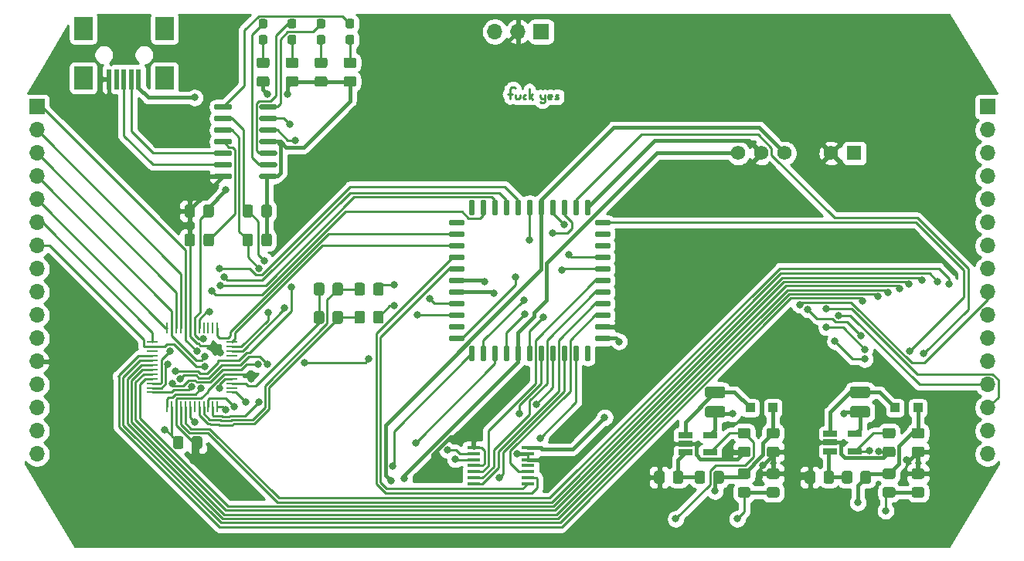
<source format=gbr>
%TF.GenerationSoftware,KiCad,Pcbnew,(5.1.7-0-10_14)*%
%TF.CreationDate,2021-01-27T15:42:45+08:00*%
%TF.ProjectId,BreadControl,42726561-6443-46f6-9e74-726f6c2e6b69,rev?*%
%TF.SameCoordinates,Original*%
%TF.FileFunction,Copper,L1,Top*%
%TF.FilePolarity,Positive*%
%FSLAX46Y46*%
G04 Gerber Fmt 4.6, Leading zero omitted, Abs format (unit mm)*
G04 Created by KiCad (PCBNEW (5.1.7-0-10_14)) date 2021-01-27 15:42:45*
%MOMM*%
%LPD*%
G01*
G04 APERTURE LIST*
%TA.AperFunction,SMDPad,CuDef*%
%ADD10R,2.000000X2.500000*%
%TD*%
%TA.AperFunction,SMDPad,CuDef*%
%ADD11R,0.500000X2.250000*%
%TD*%
%TA.AperFunction,SMDPad,CuDef*%
%ADD12R,1.450000X0.450000*%
%TD*%
%TA.AperFunction,SMDPad,CuDef*%
%ADD13R,0.250000X1.300000*%
%TD*%
%TA.AperFunction,SMDPad,CuDef*%
%ADD14R,1.300000X0.250000*%
%TD*%
%TA.AperFunction,ComponentPad*%
%ADD15C,1.575000*%
%TD*%
%TA.AperFunction,ComponentPad*%
%ADD16R,1.575000X1.575000*%
%TD*%
%TA.AperFunction,SMDPad,CuDef*%
%ADD17R,1.560000X0.650000*%
%TD*%
%TA.AperFunction,ComponentPad*%
%ADD18O,1.700000X1.700000*%
%TD*%
%TA.AperFunction,ComponentPad*%
%ADD19R,1.700000X1.700000*%
%TD*%
%TA.AperFunction,SMDPad,CuDef*%
%ADD20R,1.000000X1.000000*%
%TD*%
%TA.AperFunction,ViaPad*%
%ADD21C,0.800000*%
%TD*%
%TA.AperFunction,Conductor*%
%ADD22C,0.250000*%
%TD*%
%TA.AperFunction,Conductor*%
%ADD23C,0.381000*%
%TD*%
%TA.AperFunction,Conductor*%
%ADD24C,0.254000*%
%TD*%
%TA.AperFunction,Conductor*%
%ADD25C,0.100000*%
%TD*%
G04 APERTURE END LIST*
D10*
%TO.P,J4,S2*%
%TO.N,N/C*%
X43175000Y-35570000D03*
%TO.P,J4,S1*%
X52075000Y-35570000D03*
%TO.P,J4,S3*%
X52075000Y-30120000D03*
%TO.P,J4,S4*%
X43175000Y-30120000D03*
D11*
%TO.P,J4,5*%
%TO.N,GND*%
X46025000Y-35695000D03*
%TO.P,J4,4*%
%TO.N,Net-(J4-Pad4)*%
X46825000Y-35695000D03*
%TO.P,J4,3*%
%TO.N,USB_D+*%
X47625000Y-35695000D03*
%TO.P,J4,2*%
%TO.N,USB_D-*%
X48425000Y-35695000D03*
%TO.P,J4,1*%
%TO.N,+5V*%
X49225000Y-35695000D03*
%TD*%
D12*
%TO.P,U4,14*%
%TO.N,+5V*%
X91850000Y-76155000D03*
%TO.P,U4,13*%
%TO.N,GND*%
X91850000Y-76805000D03*
%TO.P,U4,12*%
X91850000Y-77455000D03*
%TO.P,U4,11*%
%TO.N,Net-(U4-Pad11)*%
X91850000Y-78105000D03*
%TO.P,U4,10*%
%TO.N,POT0_B*%
X91850000Y-78755000D03*
%TO.P,U4,9*%
%TO.N,POT0_W*%
X91850000Y-79405000D03*
%TO.P,U4,8*%
%TO.N,POT0_A*%
X91850000Y-80055000D03*
%TO.P,U4,7*%
%TO.N,POT1_A*%
X85950000Y-80055000D03*
%TO.P,U4,6*%
%TO.N,POT1_W*%
X85950000Y-79405000D03*
%TO.P,U4,5*%
%TO.N,POT1_B*%
X85950000Y-78755000D03*
%TO.P,U4,4*%
%TO.N,GND*%
X85950000Y-78105000D03*
%TO.P,U4,3*%
%TO.N,I2C_SDA*%
X85950000Y-77455000D03*
%TO.P,U4,2*%
%TO.N,I2C_SCL*%
X85950000Y-76805000D03*
%TO.P,U4,1*%
%TO.N,GND*%
X85950000Y-76155000D03*
%TD*%
D13*
%TO.P,U3,48*%
%TO.N,AY0*%
X52368000Y-62960000D03*
%TO.P,U3,47*%
%TO.N,AX3*%
X52868000Y-62960000D03*
%TO.P,U3,46*%
%TO.N,AX2*%
X53368000Y-62960000D03*
%TO.P,U3,45*%
%TO.N,AX1*%
X53868000Y-62960000D03*
%TO.P,U3,44*%
%TO.N,AX0*%
X54368000Y-62960000D03*
%TO.P,U3,43*%
%TO.N,GND*%
X54868000Y-62960000D03*
%TO.P,U3,42*%
%TO.N,+5V*%
X55368000Y-62960000D03*
%TO.P,U3,41*%
%TO.N,Net-(J3-Pad3)*%
X55868000Y-62960000D03*
%TO.P,U3,40*%
%TO.N,Net-(U3-Pad40)*%
X56368000Y-62960000D03*
%TO.P,U3,39*%
%TO.N,Net-(U3-Pad39)*%
X56868000Y-62960000D03*
%TO.P,U3,38*%
%TO.N,Net-(U3-Pad38)*%
X57368000Y-62960000D03*
%TO.P,U3,37*%
%TO.N,PF3*%
X57868000Y-62960000D03*
D14*
%TO.P,U3,36*%
%TO.N,PF2*%
X59468000Y-64560000D03*
%TO.P,U3,35*%
%TO.N,PF1*%
X59468000Y-65060000D03*
%TO.P,U3,34*%
%TO.N,PF0*%
X59468000Y-65560000D03*
%TO.P,U3,33*%
%TO.N,Net-(U3-Pad33)*%
X59468000Y-66060000D03*
%TO.P,U3,32*%
%TO.N,STROBE*%
X59468000Y-66560000D03*
%TO.P,U3,31*%
%TO.N,RESET*%
X59468000Y-67060000D03*
%TO.P,U3,30*%
%TO.N,DATA*%
X59468000Y-67560000D03*
%TO.P,U3,29*%
%TO.N,GND*%
X59468000Y-68060000D03*
%TO.P,U3,28*%
%TO.N,+5V*%
X59468000Y-68560000D03*
%TO.P,U3,27*%
%TO.N,VREF_ADC_BIAS*%
X59468000Y-69060000D03*
%TO.P,U3,26*%
%TO.N,Net-(U3-Pad26)*%
X59468000Y-69560000D03*
%TO.P,U3,25*%
%TO.N,ZXLD2_EN*%
X59468000Y-70060000D03*
D13*
%TO.P,U3,24*%
%TO.N,ZXLD2_SENSE*%
X57868000Y-71660000D03*
%TO.P,U3,23*%
%TO.N,ZXLD1_EN*%
X57368000Y-71660000D03*
%TO.P,U3,22*%
%TO.N,ZXLD1_SENSE*%
X56868000Y-71660000D03*
%TO.P,U3,21*%
%TO.N,VDIV_1*%
X56368000Y-71660000D03*
%TO.P,U3,20*%
%TO.N,VDIV_0*%
X55868000Y-71660000D03*
%TO.P,U3,19*%
%TO.N,Net-(U3-Pad19)*%
X55368000Y-71660000D03*
%TO.P,U3,18*%
%TO.N,CS_I*%
X54868000Y-71660000D03*
%TO.P,U3,17*%
%TO.N,CS_H*%
X54368000Y-71660000D03*
%TO.P,U3,16*%
%TO.N,CS_G*%
X53868000Y-71660000D03*
%TO.P,U3,15*%
%TO.N,GND*%
X53368000Y-71660000D03*
%TO.P,U3,14*%
%TO.N,+5V*%
X52868000Y-71660000D03*
%TO.P,U3,13*%
%TO.N,I2C_SCL*%
X52368000Y-71660000D03*
D14*
%TO.P,U3,12*%
%TO.N,I2C_SDA*%
X50768000Y-70060000D03*
%TO.P,U3,11*%
%TO.N,USB_Tx*%
X50768000Y-69560000D03*
%TO.P,U3,10*%
%TO.N,USB_Rx*%
X50768000Y-69060000D03*
%TO.P,U3,9*%
%TO.N,CS_F*%
X50768000Y-68560000D03*
%TO.P,U3,8*%
%TO.N,CS_E*%
X50768000Y-68060000D03*
%TO.P,U3,7*%
%TO.N,CS_D*%
X50768000Y-67560000D03*
%TO.P,U3,6*%
%TO.N,CS_C*%
X50768000Y-67060000D03*
%TO.P,U3,5*%
%TO.N,CS_B*%
X50768000Y-66560000D03*
%TO.P,U3,4*%
%TO.N,CS_A*%
X50768000Y-66060000D03*
%TO.P,U3,3*%
%TO.N,Net-(U3-Pad3)*%
X50768000Y-65560000D03*
%TO.P,U3,2*%
%TO.N,AY2*%
X50768000Y-65060000D03*
%TO.P,U3,1*%
%TO.N,AY1*%
X50768000Y-64560000D03*
%TD*%
%TO.P,U2,44*%
%TO.N,+9V*%
%TA.AperFunction,SMDPad,CuDef*%
G36*
G01*
X91105000Y-65085000D02*
X91105000Y-66485000D01*
G75*
G02*
X90955000Y-66635000I-150000J0D01*
G01*
X90655000Y-66635000D01*
G75*
G02*
X90505000Y-66485000I0J150000D01*
G01*
X90505000Y-65085000D01*
G75*
G02*
X90655000Y-64935000I150000J0D01*
G01*
X90955000Y-64935000D01*
G75*
G02*
X91105000Y-65085000I0J-150000D01*
G01*
G37*
%TD.AperFunction*%
%TO.P,U2,43*%
%TO.N,16*%
%TA.AperFunction,SMDPad,CuDef*%
G36*
G01*
X89835000Y-65085000D02*
X89835000Y-66485000D01*
G75*
G02*
X89685000Y-66635000I-150000J0D01*
G01*
X89385000Y-66635000D01*
G75*
G02*
X89235000Y-66485000I0J150000D01*
G01*
X89235000Y-65085000D01*
G75*
G02*
X89385000Y-64935000I150000J0D01*
G01*
X89685000Y-64935000D01*
G75*
G02*
X89835000Y-65085000I0J-150000D01*
G01*
G37*
%TD.AperFunction*%
%TO.P,U2,42*%
%TO.N,DATA*%
%TA.AperFunction,SMDPad,CuDef*%
G36*
G01*
X88565000Y-65085000D02*
X88565000Y-66485000D01*
G75*
G02*
X88415000Y-66635000I-150000J0D01*
G01*
X88115000Y-66635000D01*
G75*
G02*
X87965000Y-66485000I0J150000D01*
G01*
X87965000Y-65085000D01*
G75*
G02*
X88115000Y-64935000I150000J0D01*
G01*
X88415000Y-64935000D01*
G75*
G02*
X88565000Y-65085000I0J-150000D01*
G01*
G37*
%TD.AperFunction*%
%TO.P,U2,41*%
%TO.N,8*%
%TA.AperFunction,SMDPad,CuDef*%
G36*
G01*
X87295000Y-65085000D02*
X87295000Y-66485000D01*
G75*
G02*
X87145000Y-66635000I-150000J0D01*
G01*
X86845000Y-66635000D01*
G75*
G02*
X86695000Y-66485000I0J150000D01*
G01*
X86695000Y-65085000D01*
G75*
G02*
X86845000Y-64935000I150000J0D01*
G01*
X87145000Y-64935000D01*
G75*
G02*
X87295000Y-65085000I0J-150000D01*
G01*
G37*
%TD.AperFunction*%
%TO.P,U2,40*%
%TO.N,CS_I*%
%TA.AperFunction,SMDPad,CuDef*%
G36*
G01*
X86025000Y-65085000D02*
X86025000Y-66485000D01*
G75*
G02*
X85875000Y-66635000I-150000J0D01*
G01*
X85575000Y-66635000D01*
G75*
G02*
X85425000Y-66485000I0J150000D01*
G01*
X85425000Y-65085000D01*
G75*
G02*
X85575000Y-64935000I150000J0D01*
G01*
X85875000Y-64935000D01*
G75*
G02*
X86025000Y-65085000I0J-150000D01*
G01*
G37*
%TD.AperFunction*%
%TO.P,U2,39*%
%TO.N,0*%
%TA.AperFunction,SMDPad,CuDef*%
G36*
G01*
X84925000Y-63985000D02*
X84925000Y-64285000D01*
G75*
G02*
X84775000Y-64435000I-150000J0D01*
G01*
X83375000Y-64435000D01*
G75*
G02*
X83225000Y-64285000I0J150000D01*
G01*
X83225000Y-63985000D01*
G75*
G02*
X83375000Y-63835000I150000J0D01*
G01*
X84775000Y-63835000D01*
G75*
G02*
X84925000Y-63985000I0J-150000D01*
G01*
G37*
%TD.AperFunction*%
%TO.P,U2,38*%
%TO.N,N/C*%
%TA.AperFunction,SMDPad,CuDef*%
G36*
G01*
X84925000Y-62715000D02*
X84925000Y-63015000D01*
G75*
G02*
X84775000Y-63165000I-150000J0D01*
G01*
X83375000Y-63165000D01*
G75*
G02*
X83225000Y-63015000I0J150000D01*
G01*
X83225000Y-62715000D01*
G75*
G02*
X83375000Y-62565000I150000J0D01*
G01*
X84775000Y-62565000D01*
G75*
G02*
X84925000Y-62715000I0J-150000D01*
G01*
G37*
%TD.AperFunction*%
%TO.P,U2,37*%
%TO.N,X0_ADC*%
%TA.AperFunction,SMDPad,CuDef*%
G36*
G01*
X84925000Y-61445000D02*
X84925000Y-61745000D01*
G75*
G02*
X84775000Y-61895000I-150000J0D01*
G01*
X83375000Y-61895000D01*
G75*
G02*
X83225000Y-61745000I0J150000D01*
G01*
X83225000Y-61445000D01*
G75*
G02*
X83375000Y-61295000I150000J0D01*
G01*
X84775000Y-61295000D01*
G75*
G02*
X84925000Y-61445000I0J-150000D01*
G01*
G37*
%TD.AperFunction*%
%TO.P,U2,36*%
%TO.N,X1_ADC*%
%TA.AperFunction,SMDPad,CuDef*%
G36*
G01*
X84925000Y-60175000D02*
X84925000Y-60475000D01*
G75*
G02*
X84775000Y-60625000I-150000J0D01*
G01*
X83375000Y-60625000D01*
G75*
G02*
X83225000Y-60475000I0J150000D01*
G01*
X83225000Y-60175000D01*
G75*
G02*
X83375000Y-60025000I150000J0D01*
G01*
X84775000Y-60025000D01*
G75*
G02*
X84925000Y-60175000I0J-150000D01*
G01*
G37*
%TD.AperFunction*%
%TO.P,U2,35*%
%TO.N,ZXLD1_VOUT*%
%TA.AperFunction,SMDPad,CuDef*%
G36*
G01*
X84925000Y-58905000D02*
X84925000Y-59205000D01*
G75*
G02*
X84775000Y-59355000I-150000J0D01*
G01*
X83375000Y-59355000D01*
G75*
G02*
X83225000Y-59205000I0J150000D01*
G01*
X83225000Y-58905000D01*
G75*
G02*
X83375000Y-58755000I150000J0D01*
G01*
X84775000Y-58755000D01*
G75*
G02*
X84925000Y-58905000I0J-150000D01*
G01*
G37*
%TD.AperFunction*%
%TO.P,U2,34*%
%TO.N,ZXLD2_VOUT*%
%TA.AperFunction,SMDPad,CuDef*%
G36*
G01*
X84925000Y-57635000D02*
X84925000Y-57935000D01*
G75*
G02*
X84775000Y-58085000I-150000J0D01*
G01*
X83375000Y-58085000D01*
G75*
G02*
X83225000Y-57935000I0J150000D01*
G01*
X83225000Y-57635000D01*
G75*
G02*
X83375000Y-57485000I150000J0D01*
G01*
X84775000Y-57485000D01*
G75*
G02*
X84925000Y-57635000I0J-150000D01*
G01*
G37*
%TD.AperFunction*%
%TO.P,U2,33*%
%TO.N,POT0_A*%
%TA.AperFunction,SMDPad,CuDef*%
G36*
G01*
X84925000Y-56365000D02*
X84925000Y-56665000D01*
G75*
G02*
X84775000Y-56815000I-150000J0D01*
G01*
X83375000Y-56815000D01*
G75*
G02*
X83225000Y-56665000I0J150000D01*
G01*
X83225000Y-56365000D01*
G75*
G02*
X83375000Y-56215000I150000J0D01*
G01*
X84775000Y-56215000D01*
G75*
G02*
X84925000Y-56365000I0J-150000D01*
G01*
G37*
%TD.AperFunction*%
%TO.P,U2,32*%
%TO.N,POT0_W*%
%TA.AperFunction,SMDPad,CuDef*%
G36*
G01*
X84925000Y-55095000D02*
X84925000Y-55395000D01*
G75*
G02*
X84775000Y-55545000I-150000J0D01*
G01*
X83375000Y-55545000D01*
G75*
G02*
X83225000Y-55395000I0J150000D01*
G01*
X83225000Y-55095000D01*
G75*
G02*
X83375000Y-54945000I150000J0D01*
G01*
X84775000Y-54945000D01*
G75*
G02*
X84925000Y-55095000I0J-150000D01*
G01*
G37*
%TD.AperFunction*%
%TO.P,U2,31*%
%TO.N,PF2*%
%TA.AperFunction,SMDPad,CuDef*%
G36*
G01*
X84925000Y-53825000D02*
X84925000Y-54125000D01*
G75*
G02*
X84775000Y-54275000I-150000J0D01*
G01*
X83375000Y-54275000D01*
G75*
G02*
X83225000Y-54125000I0J150000D01*
G01*
X83225000Y-53825000D01*
G75*
G02*
X83375000Y-53675000I150000J0D01*
G01*
X84775000Y-53675000D01*
G75*
G02*
X84925000Y-53825000I0J-150000D01*
G01*
G37*
%TD.AperFunction*%
%TO.P,U2,30*%
%TO.N,PF3*%
%TA.AperFunction,SMDPad,CuDef*%
G36*
G01*
X84925000Y-52555000D02*
X84925000Y-52855000D01*
G75*
G02*
X84775000Y-53005000I-150000J0D01*
G01*
X83375000Y-53005000D01*
G75*
G02*
X83225000Y-52855000I0J150000D01*
G01*
X83225000Y-52555000D01*
G75*
G02*
X83375000Y-52405000I150000J0D01*
G01*
X84775000Y-52405000D01*
G75*
G02*
X84925000Y-52555000I0J-150000D01*
G01*
G37*
%TD.AperFunction*%
%TO.P,U2,29*%
%TO.N,N/C*%
%TA.AperFunction,SMDPad,CuDef*%
G36*
G01*
X84925000Y-51285000D02*
X84925000Y-51585000D01*
G75*
G02*
X84775000Y-51735000I-150000J0D01*
G01*
X83375000Y-51735000D01*
G75*
G02*
X83225000Y-51585000I0J150000D01*
G01*
X83225000Y-51285000D01*
G75*
G02*
X83375000Y-51135000I150000J0D01*
G01*
X84775000Y-51135000D01*
G75*
G02*
X84925000Y-51285000I0J-150000D01*
G01*
G37*
%TD.AperFunction*%
%TO.P,U2,28*%
%TA.AperFunction,SMDPad,CuDef*%
G36*
G01*
X86025000Y-49085000D02*
X86025000Y-50485000D01*
G75*
G02*
X85875000Y-50635000I-150000J0D01*
G01*
X85575000Y-50635000D01*
G75*
G02*
X85425000Y-50485000I0J150000D01*
G01*
X85425000Y-49085000D01*
G75*
G02*
X85575000Y-48935000I150000J0D01*
G01*
X85875000Y-48935000D01*
G75*
G02*
X86025000Y-49085000I0J-150000D01*
G01*
G37*
%TD.AperFunction*%
%TO.P,U2,27*%
%TO.N,AY1*%
%TA.AperFunction,SMDPad,CuDef*%
G36*
G01*
X87295000Y-49085000D02*
X87295000Y-50485000D01*
G75*
G02*
X87145000Y-50635000I-150000J0D01*
G01*
X86845000Y-50635000D01*
G75*
G02*
X86695000Y-50485000I0J150000D01*
G01*
X86695000Y-49085000D01*
G75*
G02*
X86845000Y-48935000I150000J0D01*
G01*
X87145000Y-48935000D01*
G75*
G02*
X87295000Y-49085000I0J-150000D01*
G01*
G37*
%TD.AperFunction*%
%TO.P,U2,26*%
%TO.N,AY0*%
%TA.AperFunction,SMDPad,CuDef*%
G36*
G01*
X88565000Y-49085000D02*
X88565000Y-50485000D01*
G75*
G02*
X88415000Y-50635000I-150000J0D01*
G01*
X88115000Y-50635000D01*
G75*
G02*
X87965000Y-50485000I0J150000D01*
G01*
X87965000Y-49085000D01*
G75*
G02*
X88115000Y-48935000I150000J0D01*
G01*
X88415000Y-48935000D01*
G75*
G02*
X88565000Y-49085000I0J-150000D01*
G01*
G37*
%TD.AperFunction*%
%TO.P,U2,25*%
%TO.N,AX2*%
%TA.AperFunction,SMDPad,CuDef*%
G36*
G01*
X89835000Y-49085000D02*
X89835000Y-50485000D01*
G75*
G02*
X89685000Y-50635000I-150000J0D01*
G01*
X89385000Y-50635000D01*
G75*
G02*
X89235000Y-50485000I0J150000D01*
G01*
X89235000Y-49085000D01*
G75*
G02*
X89385000Y-48935000I150000J0D01*
G01*
X89685000Y-48935000D01*
G75*
G02*
X89835000Y-49085000I0J-150000D01*
G01*
G37*
%TD.AperFunction*%
%TO.P,U2,24*%
%TO.N,AX1*%
%TA.AperFunction,SMDPad,CuDef*%
G36*
G01*
X91105000Y-49085000D02*
X91105000Y-50485000D01*
G75*
G02*
X90955000Y-50635000I-150000J0D01*
G01*
X90655000Y-50635000D01*
G75*
G02*
X90505000Y-50485000I0J150000D01*
G01*
X90505000Y-49085000D01*
G75*
G02*
X90655000Y-48935000I150000J0D01*
G01*
X90955000Y-48935000D01*
G75*
G02*
X91105000Y-49085000I0J-150000D01*
G01*
G37*
%TD.AperFunction*%
%TO.P,U2,23*%
%TO.N,32*%
%TA.AperFunction,SMDPad,CuDef*%
G36*
G01*
X92375000Y-49085000D02*
X92375000Y-50485000D01*
G75*
G02*
X92225000Y-50635000I-150000J0D01*
G01*
X91925000Y-50635000D01*
G75*
G02*
X91775000Y-50485000I0J150000D01*
G01*
X91775000Y-49085000D01*
G75*
G02*
X91925000Y-48935000I150000J0D01*
G01*
X92225000Y-48935000D01*
G75*
G02*
X92375000Y-49085000I0J-150000D01*
G01*
G37*
%TD.AperFunction*%
%TO.P,U2,22*%
%TO.N,-9V*%
%TA.AperFunction,SMDPad,CuDef*%
G36*
G01*
X93645000Y-49085000D02*
X93645000Y-50485000D01*
G75*
G02*
X93495000Y-50635000I-150000J0D01*
G01*
X93195000Y-50635000D01*
G75*
G02*
X93045000Y-50485000I0J150000D01*
G01*
X93045000Y-49085000D01*
G75*
G02*
X93195000Y-48935000I150000J0D01*
G01*
X93495000Y-48935000D01*
G75*
G02*
X93645000Y-49085000I0J-150000D01*
G01*
G37*
%TD.AperFunction*%
%TO.P,U2,21*%
%TO.N,40*%
%TA.AperFunction,SMDPad,CuDef*%
G36*
G01*
X94915000Y-49085000D02*
X94915000Y-50485000D01*
G75*
G02*
X94765000Y-50635000I-150000J0D01*
G01*
X94465000Y-50635000D01*
G75*
G02*
X94315000Y-50485000I0J150000D01*
G01*
X94315000Y-49085000D01*
G75*
G02*
X94465000Y-48935000I150000J0D01*
G01*
X94765000Y-48935000D01*
G75*
G02*
X94915000Y-49085000I0J-150000D01*
G01*
G37*
%TD.AperFunction*%
%TO.P,U2,20*%
%TO.N,STROBE*%
%TA.AperFunction,SMDPad,CuDef*%
G36*
G01*
X96185000Y-49085000D02*
X96185000Y-50485000D01*
G75*
G02*
X96035000Y-50635000I-150000J0D01*
G01*
X95735000Y-50635000D01*
G75*
G02*
X95585000Y-50485000I0J150000D01*
G01*
X95585000Y-49085000D01*
G75*
G02*
X95735000Y-48935000I150000J0D01*
G01*
X96035000Y-48935000D01*
G75*
G02*
X96185000Y-49085000I0J-150000D01*
G01*
G37*
%TD.AperFunction*%
%TO.P,U2,19*%
%TO.N,48*%
%TA.AperFunction,SMDPad,CuDef*%
G36*
G01*
X97455000Y-49085000D02*
X97455000Y-50485000D01*
G75*
G02*
X97305000Y-50635000I-150000J0D01*
G01*
X97005000Y-50635000D01*
G75*
G02*
X96855000Y-50485000I0J150000D01*
G01*
X96855000Y-49085000D01*
G75*
G02*
X97005000Y-48935000I150000J0D01*
G01*
X97305000Y-48935000D01*
G75*
G02*
X97455000Y-49085000I0J-150000D01*
G01*
G37*
%TD.AperFunction*%
%TO.P,U2,18*%
%TO.N,GND*%
%TA.AperFunction,SMDPad,CuDef*%
G36*
G01*
X98725000Y-49085000D02*
X98725000Y-50485000D01*
G75*
G02*
X98575000Y-50635000I-150000J0D01*
G01*
X98275000Y-50635000D01*
G75*
G02*
X98125000Y-50485000I0J150000D01*
G01*
X98125000Y-49085000D01*
G75*
G02*
X98275000Y-48935000I150000J0D01*
G01*
X98575000Y-48935000D01*
G75*
G02*
X98725000Y-49085000I0J-150000D01*
G01*
G37*
%TD.AperFunction*%
%TO.P,U2,17*%
%TO.N,56*%
%TA.AperFunction,SMDPad,CuDef*%
G36*
G01*
X100925000Y-51285000D02*
X100925000Y-51585000D01*
G75*
G02*
X100775000Y-51735000I-150000J0D01*
G01*
X99375000Y-51735000D01*
G75*
G02*
X99225000Y-51585000I0J150000D01*
G01*
X99225000Y-51285000D01*
G75*
G02*
X99375000Y-51135000I150000J0D01*
G01*
X100775000Y-51135000D01*
G75*
G02*
X100925000Y-51285000I0J-150000D01*
G01*
G37*
%TD.AperFunction*%
%TO.P,U2,16*%
%TO.N,N/C*%
%TA.AperFunction,SMDPad,CuDef*%
G36*
G01*
X100925000Y-52555000D02*
X100925000Y-52855000D01*
G75*
G02*
X100775000Y-53005000I-150000J0D01*
G01*
X99375000Y-53005000D01*
G75*
G02*
X99225000Y-52855000I0J150000D01*
G01*
X99225000Y-52555000D01*
G75*
G02*
X99375000Y-52405000I150000J0D01*
G01*
X100775000Y-52405000D01*
G75*
G02*
X100925000Y-52555000I0J-150000D01*
G01*
G37*
%TD.AperFunction*%
%TO.P,U2,15*%
%TA.AperFunction,SMDPad,CuDef*%
G36*
G01*
X100925000Y-53825000D02*
X100925000Y-54125000D01*
G75*
G02*
X100775000Y-54275000I-150000J0D01*
G01*
X99375000Y-54275000D01*
G75*
G02*
X99225000Y-54125000I0J150000D01*
G01*
X99225000Y-53825000D01*
G75*
G02*
X99375000Y-53675000I150000J0D01*
G01*
X100775000Y-53675000D01*
G75*
G02*
X100925000Y-53825000I0J-150000D01*
G01*
G37*
%TD.AperFunction*%
%TO.P,U2,14*%
%TO.N,PF1*%
%TA.AperFunction,SMDPad,CuDef*%
G36*
G01*
X100925000Y-55095000D02*
X100925000Y-55395000D01*
G75*
G02*
X100775000Y-55545000I-150000J0D01*
G01*
X99375000Y-55545000D01*
G75*
G02*
X99225000Y-55395000I0J150000D01*
G01*
X99225000Y-55095000D01*
G75*
G02*
X99375000Y-54945000I150000J0D01*
G01*
X100775000Y-54945000D01*
G75*
G02*
X100925000Y-55095000I0J-150000D01*
G01*
G37*
%TD.AperFunction*%
%TO.P,U2,13*%
%TO.N,PF0*%
%TA.AperFunction,SMDPad,CuDef*%
G36*
G01*
X100925000Y-56365000D02*
X100925000Y-56665000D01*
G75*
G02*
X100775000Y-56815000I-150000J0D01*
G01*
X99375000Y-56815000D01*
G75*
G02*
X99225000Y-56665000I0J150000D01*
G01*
X99225000Y-56365000D01*
G75*
G02*
X99375000Y-56215000I150000J0D01*
G01*
X100775000Y-56215000D01*
G75*
G02*
X100925000Y-56365000I0J-150000D01*
G01*
G37*
%TD.AperFunction*%
%TO.P,U2,12*%
%TO.N,POT1_B*%
%TA.AperFunction,SMDPad,CuDef*%
G36*
G01*
X100925000Y-57635000D02*
X100925000Y-57935000D01*
G75*
G02*
X100775000Y-58085000I-150000J0D01*
G01*
X99375000Y-58085000D01*
G75*
G02*
X99225000Y-57935000I0J150000D01*
G01*
X99225000Y-57635000D01*
G75*
G02*
X99375000Y-57485000I150000J0D01*
G01*
X100775000Y-57485000D01*
G75*
G02*
X100925000Y-57635000I0J-150000D01*
G01*
G37*
%TD.AperFunction*%
%TO.P,U2,11*%
%TO.N,POT1_W*%
%TA.AperFunction,SMDPad,CuDef*%
G36*
G01*
X100925000Y-58905000D02*
X100925000Y-59205000D01*
G75*
G02*
X100775000Y-59355000I-150000J0D01*
G01*
X99375000Y-59355000D01*
G75*
G02*
X99225000Y-59205000I0J150000D01*
G01*
X99225000Y-58905000D01*
G75*
G02*
X99375000Y-58755000I150000J0D01*
G01*
X100775000Y-58755000D01*
G75*
G02*
X100925000Y-58905000I0J-150000D01*
G01*
G37*
%TD.AperFunction*%
%TO.P,U2,10*%
%TO.N,POT1_A*%
%TA.AperFunction,SMDPad,CuDef*%
G36*
G01*
X100925000Y-60175000D02*
X100925000Y-60475000D01*
G75*
G02*
X100775000Y-60625000I-150000J0D01*
G01*
X99375000Y-60625000D01*
G75*
G02*
X99225000Y-60475000I0J150000D01*
G01*
X99225000Y-60175000D01*
G75*
G02*
X99375000Y-60025000I150000J0D01*
G01*
X100775000Y-60025000D01*
G75*
G02*
X100925000Y-60175000I0J-150000D01*
G01*
G37*
%TD.AperFunction*%
%TO.P,U2,9*%
%TO.N,POT0_B*%
%TA.AperFunction,SMDPad,CuDef*%
G36*
G01*
X100925000Y-61445000D02*
X100925000Y-61745000D01*
G75*
G02*
X100775000Y-61895000I-150000J0D01*
G01*
X99375000Y-61895000D01*
G75*
G02*
X99225000Y-61745000I0J150000D01*
G01*
X99225000Y-61445000D01*
G75*
G02*
X99375000Y-61295000I150000J0D01*
G01*
X100775000Y-61295000D01*
G75*
G02*
X100925000Y-61445000I0J-150000D01*
G01*
G37*
%TD.AperFunction*%
%TO.P,U2,8*%
%TO.N,GND*%
%TA.AperFunction,SMDPad,CuDef*%
G36*
G01*
X100925000Y-62715000D02*
X100925000Y-63015000D01*
G75*
G02*
X100775000Y-63165000I-150000J0D01*
G01*
X99375000Y-63165000D01*
G75*
G02*
X99225000Y-63015000I0J150000D01*
G01*
X99225000Y-62715000D01*
G75*
G02*
X99375000Y-62565000I150000J0D01*
G01*
X100775000Y-62565000D01*
G75*
G02*
X100925000Y-62715000I0J-150000D01*
G01*
G37*
%TD.AperFunction*%
%TO.P,U2,7*%
%TO.N,+5V*%
%TA.AperFunction,SMDPad,CuDef*%
G36*
G01*
X100925000Y-63985000D02*
X100925000Y-64285000D01*
G75*
G02*
X100775000Y-64435000I-150000J0D01*
G01*
X99375000Y-64435000D01*
G75*
G02*
X99225000Y-64285000I0J150000D01*
G01*
X99225000Y-63985000D01*
G75*
G02*
X99375000Y-63835000I150000J0D01*
G01*
X100775000Y-63835000D01*
G75*
G02*
X100925000Y-63985000I0J-150000D01*
G01*
G37*
%TD.AperFunction*%
%TO.P,U2,6*%
%TO.N,N/C*%
%TA.AperFunction,SMDPad,CuDef*%
G36*
G01*
X98725000Y-65085000D02*
X98725000Y-66485000D01*
G75*
G02*
X98575000Y-66635000I-150000J0D01*
G01*
X98275000Y-66635000D01*
G75*
G02*
X98125000Y-66485000I0J150000D01*
G01*
X98125000Y-65085000D01*
G75*
G02*
X98275000Y-64935000I150000J0D01*
G01*
X98575000Y-64935000D01*
G75*
G02*
X98725000Y-65085000I0J-150000D01*
G01*
G37*
%TD.AperFunction*%
%TO.P,U2,5*%
%TO.N,AX0*%
%TA.AperFunction,SMDPad,CuDef*%
G36*
G01*
X97455000Y-65085000D02*
X97455000Y-66485000D01*
G75*
G02*
X97305000Y-66635000I-150000J0D01*
G01*
X97005000Y-66635000D01*
G75*
G02*
X96855000Y-66485000I0J150000D01*
G01*
X96855000Y-65085000D01*
G75*
G02*
X97005000Y-64935000I150000J0D01*
G01*
X97305000Y-64935000D01*
G75*
G02*
X97455000Y-65085000I0J-150000D01*
G01*
G37*
%TD.AperFunction*%
%TO.P,U2,4*%
%TO.N,AX3*%
%TA.AperFunction,SMDPad,CuDef*%
G36*
G01*
X96185000Y-65085000D02*
X96185000Y-66485000D01*
G75*
G02*
X96035000Y-66635000I-150000J0D01*
G01*
X95735000Y-66635000D01*
G75*
G02*
X95585000Y-66485000I0J150000D01*
G01*
X95585000Y-65085000D01*
G75*
G02*
X95735000Y-64935000I150000J0D01*
G01*
X96035000Y-64935000D01*
G75*
G02*
X96185000Y-65085000I0J-150000D01*
G01*
G37*
%TD.AperFunction*%
%TO.P,U2,3*%
%TO.N,RESET*%
%TA.AperFunction,SMDPad,CuDef*%
G36*
G01*
X94915000Y-65085000D02*
X94915000Y-66485000D01*
G75*
G02*
X94765000Y-66635000I-150000J0D01*
G01*
X94465000Y-66635000D01*
G75*
G02*
X94315000Y-66485000I0J150000D01*
G01*
X94315000Y-65085000D01*
G75*
G02*
X94465000Y-64935000I150000J0D01*
G01*
X94765000Y-64935000D01*
G75*
G02*
X94915000Y-65085000I0J-150000D01*
G01*
G37*
%TD.AperFunction*%
%TO.P,U2,2*%
%TO.N,AY2*%
%TA.AperFunction,SMDPad,CuDef*%
G36*
G01*
X93645000Y-65085000D02*
X93645000Y-66485000D01*
G75*
G02*
X93495000Y-66635000I-150000J0D01*
G01*
X93195000Y-66635000D01*
G75*
G02*
X93045000Y-66485000I0J150000D01*
G01*
X93045000Y-65085000D01*
G75*
G02*
X93195000Y-64935000I150000J0D01*
G01*
X93495000Y-64935000D01*
G75*
G02*
X93645000Y-65085000I0J-150000D01*
G01*
G37*
%TD.AperFunction*%
%TO.P,U2,1*%
%TO.N,24*%
%TA.AperFunction,SMDPad,CuDef*%
G36*
G01*
X92375000Y-65085000D02*
X92375000Y-66485000D01*
G75*
G02*
X92225000Y-66635000I-150000J0D01*
G01*
X91925000Y-66635000D01*
G75*
G02*
X91775000Y-66485000I0J150000D01*
G01*
X91775000Y-65085000D01*
G75*
G02*
X91925000Y-64935000I150000J0D01*
G01*
X92225000Y-64935000D01*
G75*
G02*
X92375000Y-65085000I0J-150000D01*
G01*
G37*
%TD.AperFunction*%
%TD*%
%TO.P,U1,14*%
%TO.N,GND*%
%TA.AperFunction,SMDPad,CuDef*%
G36*
G01*
X59460000Y-46205000D02*
X59460000Y-46505000D01*
G75*
G02*
X59310000Y-46655000I-150000J0D01*
G01*
X57660000Y-46655000D01*
G75*
G02*
X57510000Y-46505000I0J150000D01*
G01*
X57510000Y-46205000D01*
G75*
G02*
X57660000Y-46055000I150000J0D01*
G01*
X59310000Y-46055000D01*
G75*
G02*
X59460000Y-46205000I0J-150000D01*
G01*
G37*
%TD.AperFunction*%
%TO.P,U1,13*%
%TO.N,USB_D+*%
%TA.AperFunction,SMDPad,CuDef*%
G36*
G01*
X59460000Y-44935000D02*
X59460000Y-45235000D01*
G75*
G02*
X59310000Y-45385000I-150000J0D01*
G01*
X57660000Y-45385000D01*
G75*
G02*
X57510000Y-45235000I0J150000D01*
G01*
X57510000Y-44935000D01*
G75*
G02*
X57660000Y-44785000I150000J0D01*
G01*
X59310000Y-44785000D01*
G75*
G02*
X59460000Y-44935000I0J-150000D01*
G01*
G37*
%TD.AperFunction*%
%TO.P,U1,12*%
%TO.N,USB_D-*%
%TA.AperFunction,SMDPad,CuDef*%
G36*
G01*
X59460000Y-43665000D02*
X59460000Y-43965000D01*
G75*
G02*
X59310000Y-44115000I-150000J0D01*
G01*
X57660000Y-44115000D01*
G75*
G02*
X57510000Y-43965000I0J150000D01*
G01*
X57510000Y-43665000D01*
G75*
G02*
X57660000Y-43515000I150000J0D01*
G01*
X59310000Y-43515000D01*
G75*
G02*
X59460000Y-43665000I0J-150000D01*
G01*
G37*
%TD.AperFunction*%
%TO.P,U1,11*%
%TO.N,Net-(C1-Pad1)*%
%TA.AperFunction,SMDPad,CuDef*%
G36*
G01*
X59460000Y-42395000D02*
X59460000Y-42695000D01*
G75*
G02*
X59310000Y-42845000I-150000J0D01*
G01*
X57660000Y-42845000D01*
G75*
G02*
X57510000Y-42695000I0J150000D01*
G01*
X57510000Y-42395000D01*
G75*
G02*
X57660000Y-42245000I150000J0D01*
G01*
X59310000Y-42245000D01*
G75*
G02*
X59460000Y-42395000I0J-150000D01*
G01*
G37*
%TD.AperFunction*%
%TO.P,U1,10*%
%TO.N,I2C_SCL*%
%TA.AperFunction,SMDPad,CuDef*%
G36*
G01*
X59460000Y-41125000D02*
X59460000Y-41425000D01*
G75*
G02*
X59310000Y-41575000I-150000J0D01*
G01*
X57660000Y-41575000D01*
G75*
G02*
X57510000Y-41425000I0J150000D01*
G01*
X57510000Y-41125000D01*
G75*
G02*
X57660000Y-40975000I150000J0D01*
G01*
X59310000Y-40975000D01*
G75*
G02*
X59460000Y-41125000I0J-150000D01*
G01*
G37*
%TD.AperFunction*%
%TO.P,U1,9*%
%TO.N,I2C_SDA*%
%TA.AperFunction,SMDPad,CuDef*%
G36*
G01*
X59460000Y-39855000D02*
X59460000Y-40155000D01*
G75*
G02*
X59310000Y-40305000I-150000J0D01*
G01*
X57660000Y-40305000D01*
G75*
G02*
X57510000Y-40155000I0J150000D01*
G01*
X57510000Y-39855000D01*
G75*
G02*
X57660000Y-39705000I150000J0D01*
G01*
X59310000Y-39705000D01*
G75*
G02*
X59460000Y-39855000I0J-150000D01*
G01*
G37*
%TD.AperFunction*%
%TO.P,U1,8*%
%TO.N,Net-(D4-Pad1)*%
%TA.AperFunction,SMDPad,CuDef*%
G36*
G01*
X59460000Y-38585000D02*
X59460000Y-38885000D01*
G75*
G02*
X59310000Y-39035000I-150000J0D01*
G01*
X57660000Y-39035000D01*
G75*
G02*
X57510000Y-38885000I0J150000D01*
G01*
X57510000Y-38585000D01*
G75*
G02*
X57660000Y-38435000I150000J0D01*
G01*
X59310000Y-38435000D01*
G75*
G02*
X59460000Y-38585000I0J-150000D01*
G01*
G37*
%TD.AperFunction*%
%TO.P,U1,7*%
%TO.N,Net-(D3-Pad1)*%
%TA.AperFunction,SMDPad,CuDef*%
G36*
G01*
X64410000Y-38585000D02*
X64410000Y-38885000D01*
G75*
G02*
X64260000Y-39035000I-150000J0D01*
G01*
X62610000Y-39035000D01*
G75*
G02*
X62460000Y-38885000I0J150000D01*
G01*
X62460000Y-38585000D01*
G75*
G02*
X62610000Y-38435000I150000J0D01*
G01*
X64260000Y-38435000D01*
G75*
G02*
X64410000Y-38585000I0J-150000D01*
G01*
G37*
%TD.AperFunction*%
%TO.P,U1,6*%
%TO.N,USB_Tx*%
%TA.AperFunction,SMDPad,CuDef*%
G36*
G01*
X64410000Y-39855000D02*
X64410000Y-40155000D01*
G75*
G02*
X64260000Y-40305000I-150000J0D01*
G01*
X62610000Y-40305000D01*
G75*
G02*
X62460000Y-40155000I0J150000D01*
G01*
X62460000Y-39855000D01*
G75*
G02*
X62610000Y-39705000I150000J0D01*
G01*
X64260000Y-39705000D01*
G75*
G02*
X64410000Y-39855000I0J-150000D01*
G01*
G37*
%TD.AperFunction*%
%TO.P,U1,5*%
%TO.N,USB_Rx*%
%TA.AperFunction,SMDPad,CuDef*%
G36*
G01*
X64410000Y-41125000D02*
X64410000Y-41425000D01*
G75*
G02*
X64260000Y-41575000I-150000J0D01*
G01*
X62610000Y-41575000D01*
G75*
G02*
X62460000Y-41425000I0J150000D01*
G01*
X62460000Y-41125000D01*
G75*
G02*
X62610000Y-40975000I150000J0D01*
G01*
X64260000Y-40975000D01*
G75*
G02*
X64410000Y-41125000I0J-150000D01*
G01*
G37*
%TD.AperFunction*%
%TO.P,U1,4*%
%TO.N,+5V*%
%TA.AperFunction,SMDPad,CuDef*%
G36*
G01*
X64410000Y-42395000D02*
X64410000Y-42695000D01*
G75*
G02*
X64260000Y-42845000I-150000J0D01*
G01*
X62610000Y-42845000D01*
G75*
G02*
X62460000Y-42695000I0J150000D01*
G01*
X62460000Y-42395000D01*
G75*
G02*
X62610000Y-42245000I150000J0D01*
G01*
X64260000Y-42245000D01*
G75*
G02*
X64410000Y-42395000I0J-150000D01*
G01*
G37*
%TD.AperFunction*%
%TO.P,U1,3*%
%TO.N,Net-(D2-Pad1)*%
%TA.AperFunction,SMDPad,CuDef*%
G36*
G01*
X64410000Y-43665000D02*
X64410000Y-43965000D01*
G75*
G02*
X64260000Y-44115000I-150000J0D01*
G01*
X62610000Y-44115000D01*
G75*
G02*
X62460000Y-43965000I0J150000D01*
G01*
X62460000Y-43665000D01*
G75*
G02*
X62610000Y-43515000I150000J0D01*
G01*
X64260000Y-43515000D01*
G75*
G02*
X64410000Y-43665000I0J-150000D01*
G01*
G37*
%TD.AperFunction*%
%TO.P,U1,2*%
%TO.N,Net-(D1-Pad1)*%
%TA.AperFunction,SMDPad,CuDef*%
G36*
G01*
X64410000Y-44935000D02*
X64410000Y-45235000D01*
G75*
G02*
X64260000Y-45385000I-150000J0D01*
G01*
X62610000Y-45385000D01*
G75*
G02*
X62460000Y-45235000I0J150000D01*
G01*
X62460000Y-44935000D01*
G75*
G02*
X62610000Y-44785000I150000J0D01*
G01*
X64260000Y-44785000D01*
G75*
G02*
X64410000Y-44935000I0J-150000D01*
G01*
G37*
%TD.AperFunction*%
%TO.P,U1,1*%
%TO.N,+5V*%
%TA.AperFunction,SMDPad,CuDef*%
G36*
G01*
X64410000Y-46205000D02*
X64410000Y-46505000D01*
G75*
G02*
X64260000Y-46655000I-150000J0D01*
G01*
X62610000Y-46655000D01*
G75*
G02*
X62460000Y-46505000I0J150000D01*
G01*
X62460000Y-46205000D01*
G75*
G02*
X62610000Y-46055000I150000J0D01*
G01*
X64260000Y-46055000D01*
G75*
G02*
X64410000Y-46205000I0J-150000D01*
G01*
G37*
%TD.AperFunction*%
%TD*%
%TO.P,R23,2*%
%TO.N,ZXLD2_VOUT*%
%TA.AperFunction,SMDPad,CuDef*%
G36*
G01*
X128330000Y-79825001D02*
X128330000Y-78924999D01*
G75*
G02*
X128579999Y-78675000I249999J0D01*
G01*
X129230001Y-78675000D01*
G75*
G02*
X129480000Y-78924999I0J-249999D01*
G01*
X129480000Y-79825001D01*
G75*
G02*
X129230001Y-80075000I-249999J0D01*
G01*
X128579999Y-80075000D01*
G75*
G02*
X128330000Y-79825001I0J249999D01*
G01*
G37*
%TD.AperFunction*%
%TO.P,R23,1*%
%TO.N,Net-(M2-Pad3)*%
%TA.AperFunction,SMDPad,CuDef*%
G36*
G01*
X126280000Y-79825001D02*
X126280000Y-78924999D01*
G75*
G02*
X126529999Y-78675000I249999J0D01*
G01*
X127180001Y-78675000D01*
G75*
G02*
X127430000Y-78924999I0J-249999D01*
G01*
X127430000Y-79825001D01*
G75*
G02*
X127180001Y-80075000I-249999J0D01*
G01*
X126529999Y-80075000D01*
G75*
G02*
X126280000Y-79825001I0J249999D01*
G01*
G37*
%TD.AperFunction*%
%TD*%
%TO.P,R22,2*%
%TO.N,GND*%
%TA.AperFunction,SMDPad,CuDef*%
G36*
G01*
X135070001Y-79560000D02*
X134169999Y-79560000D01*
G75*
G02*
X133920000Y-79310001I0J249999D01*
G01*
X133920000Y-78659999D01*
G75*
G02*
X134169999Y-78410000I249999J0D01*
G01*
X135070001Y-78410000D01*
G75*
G02*
X135320000Y-78659999I0J-249999D01*
G01*
X135320000Y-79310001D01*
G75*
G02*
X135070001Y-79560000I-249999J0D01*
G01*
G37*
%TD.AperFunction*%
%TO.P,R22,1*%
%TO.N,ZXLD2_SENSE*%
%TA.AperFunction,SMDPad,CuDef*%
G36*
G01*
X135070001Y-81610000D02*
X134169999Y-81610000D01*
G75*
G02*
X133920000Y-81360001I0J249999D01*
G01*
X133920000Y-80709999D01*
G75*
G02*
X134169999Y-80460000I249999J0D01*
G01*
X135070001Y-80460000D01*
G75*
G02*
X135320000Y-80709999I0J-249999D01*
G01*
X135320000Y-81360001D01*
G75*
G02*
X135070001Y-81610000I-249999J0D01*
G01*
G37*
%TD.AperFunction*%
%TD*%
%TO.P,R21,2*%
%TO.N,Net-(M2-Pad3)*%
%TA.AperFunction,SMDPad,CuDef*%
G36*
G01*
X124275000Y-79825001D02*
X124275000Y-78924999D01*
G75*
G02*
X124524999Y-78675000I249999J0D01*
G01*
X125175001Y-78675000D01*
G75*
G02*
X125425000Y-78924999I0J-249999D01*
G01*
X125425000Y-79825001D01*
G75*
G02*
X125175001Y-80075000I-249999J0D01*
G01*
X124524999Y-80075000D01*
G75*
G02*
X124275000Y-79825001I0J249999D01*
G01*
G37*
%TD.AperFunction*%
%TO.P,R21,1*%
%TO.N,GND*%
%TA.AperFunction,SMDPad,CuDef*%
G36*
G01*
X122225000Y-79825001D02*
X122225000Y-78924999D01*
G75*
G02*
X122474999Y-78675000I249999J0D01*
G01*
X123125001Y-78675000D01*
G75*
G02*
X123375000Y-78924999I0J-249999D01*
G01*
X123375000Y-79825001D01*
G75*
G02*
X123125001Y-80075000I-249999J0D01*
G01*
X122474999Y-80075000D01*
G75*
G02*
X122225000Y-79825001I0J249999D01*
G01*
G37*
%TD.AperFunction*%
%TD*%
%TO.P,R20,2*%
%TO.N,ZXLD2_SENSE*%
%TA.AperFunction,SMDPad,CuDef*%
G36*
G01*
X130994999Y-80460000D02*
X131895001Y-80460000D01*
G75*
G02*
X132145000Y-80709999I0J-249999D01*
G01*
X132145000Y-81360001D01*
G75*
G02*
X131895001Y-81610000I-249999J0D01*
G01*
X130994999Y-81610000D01*
G75*
G02*
X130745000Y-81360001I0J249999D01*
G01*
X130745000Y-80709999D01*
G75*
G02*
X130994999Y-80460000I249999J0D01*
G01*
G37*
%TD.AperFunction*%
%TO.P,R20,1*%
%TO.N,ZXLD2_VOUT*%
%TA.AperFunction,SMDPad,CuDef*%
G36*
G01*
X130994999Y-78410000D02*
X131895001Y-78410000D01*
G75*
G02*
X132145000Y-78659999I0J-249999D01*
G01*
X132145000Y-79310001D01*
G75*
G02*
X131895001Y-79560000I-249999J0D01*
G01*
X130994999Y-79560000D01*
G75*
G02*
X130745000Y-79310001I0J249999D01*
G01*
X130745000Y-78659999D01*
G75*
G02*
X130994999Y-78410000I249999J0D01*
G01*
G37*
%TD.AperFunction*%
%TD*%
%TO.P,R19,2*%
%TO.N,VREF_ADC_BIAS*%
%TA.AperFunction,SMDPad,CuDef*%
G36*
G01*
X69579799Y-58290438D02*
X69579799Y-59190440D01*
G75*
G02*
X69329800Y-59440439I-249999J0D01*
G01*
X68679798Y-59440439D01*
G75*
G02*
X68429799Y-59190440I0J249999D01*
G01*
X68429799Y-58290438D01*
G75*
G02*
X68679798Y-58040439I249999J0D01*
G01*
X69329800Y-58040439D01*
G75*
G02*
X69579799Y-58290438I0J-249999D01*
G01*
G37*
%TD.AperFunction*%
%TO.P,R19,1*%
%TO.N,VDIV_1*%
%TA.AperFunction,SMDPad,CuDef*%
G36*
G01*
X71629799Y-58290438D02*
X71629799Y-59190440D01*
G75*
G02*
X71379800Y-59440439I-249999J0D01*
G01*
X70729798Y-59440439D01*
G75*
G02*
X70479799Y-59190440I0J249999D01*
G01*
X70479799Y-58290438D01*
G75*
G02*
X70729798Y-58040439I249999J0D01*
G01*
X71379800Y-58040439D01*
G75*
G02*
X71629799Y-58290438I0J-249999D01*
G01*
G37*
%TD.AperFunction*%
%TD*%
%TO.P,R18,2*%
%TO.N,VREF_ADC_BIAS*%
%TA.AperFunction,SMDPad,CuDef*%
G36*
G01*
X69577800Y-61386299D02*
X69577800Y-62286301D01*
G75*
G02*
X69327801Y-62536300I-249999J0D01*
G01*
X68677799Y-62536300D01*
G75*
G02*
X68427800Y-62286301I0J249999D01*
G01*
X68427800Y-61386299D01*
G75*
G02*
X68677799Y-61136300I249999J0D01*
G01*
X69327801Y-61136300D01*
G75*
G02*
X69577800Y-61386299I0J-249999D01*
G01*
G37*
%TD.AperFunction*%
%TO.P,R18,1*%
%TO.N,VDIV_0*%
%TA.AperFunction,SMDPad,CuDef*%
G36*
G01*
X71627800Y-61386299D02*
X71627800Y-62286301D01*
G75*
G02*
X71377801Y-62536300I-249999J0D01*
G01*
X70727799Y-62536300D01*
G75*
G02*
X70477800Y-62286301I0J249999D01*
G01*
X70477800Y-61386299D01*
G75*
G02*
X70727799Y-61136300I249999J0D01*
G01*
X71377801Y-61136300D01*
G75*
G02*
X71627800Y-61386299I0J-249999D01*
G01*
G37*
%TD.AperFunction*%
%TD*%
%TO.P,R17,2*%
%TO.N,VDIV_1*%
%TA.AperFunction,SMDPad,CuDef*%
G36*
G01*
X74035500Y-58287499D02*
X74035500Y-59187501D01*
G75*
G02*
X73785501Y-59437500I-249999J0D01*
G01*
X73135499Y-59437500D01*
G75*
G02*
X72885500Y-59187501I0J249999D01*
G01*
X72885500Y-58287499D01*
G75*
G02*
X73135499Y-58037500I249999J0D01*
G01*
X73785501Y-58037500D01*
G75*
G02*
X74035500Y-58287499I0J-249999D01*
G01*
G37*
%TD.AperFunction*%
%TO.P,R17,1*%
%TO.N,X1_ADC*%
%TA.AperFunction,SMDPad,CuDef*%
G36*
G01*
X76085500Y-58287499D02*
X76085500Y-59187501D01*
G75*
G02*
X75835501Y-59437500I-249999J0D01*
G01*
X75185499Y-59437500D01*
G75*
G02*
X74935500Y-59187501I0J249999D01*
G01*
X74935500Y-58287499D01*
G75*
G02*
X75185499Y-58037500I249999J0D01*
G01*
X75835501Y-58037500D01*
G75*
G02*
X76085500Y-58287499I0J-249999D01*
G01*
G37*
%TD.AperFunction*%
%TD*%
%TO.P,R16,2*%
%TO.N,VDIV_0*%
%TA.AperFunction,SMDPad,CuDef*%
G36*
G01*
X74035500Y-61373599D02*
X74035500Y-62273601D01*
G75*
G02*
X73785501Y-62523600I-249999J0D01*
G01*
X73135499Y-62523600D01*
G75*
G02*
X72885500Y-62273601I0J249999D01*
G01*
X72885500Y-61373599D01*
G75*
G02*
X73135499Y-61123600I249999J0D01*
G01*
X73785501Y-61123600D01*
G75*
G02*
X74035500Y-61373599I0J-249999D01*
G01*
G37*
%TD.AperFunction*%
%TO.P,R16,1*%
%TO.N,X0_ADC*%
%TA.AperFunction,SMDPad,CuDef*%
G36*
G01*
X76085500Y-61373599D02*
X76085500Y-62273601D01*
G75*
G02*
X75835501Y-62523600I-249999J0D01*
G01*
X75185499Y-62523600D01*
G75*
G02*
X74935500Y-62273601I0J249999D01*
G01*
X74935500Y-61373599D01*
G75*
G02*
X75185499Y-61123600I249999J0D01*
G01*
X75835501Y-61123600D01*
G75*
G02*
X76085500Y-61373599I0J-249999D01*
G01*
G37*
%TD.AperFunction*%
%TD*%
%TO.P,R15,2*%
%TO.N,ZXLD1_VOUT*%
%TA.AperFunction,SMDPad,CuDef*%
G36*
G01*
X112210000Y-79825001D02*
X112210000Y-78924999D01*
G75*
G02*
X112459999Y-78675000I249999J0D01*
G01*
X113110001Y-78675000D01*
G75*
G02*
X113360000Y-78924999I0J-249999D01*
G01*
X113360000Y-79825001D01*
G75*
G02*
X113110001Y-80075000I-249999J0D01*
G01*
X112459999Y-80075000D01*
G75*
G02*
X112210000Y-79825001I0J249999D01*
G01*
G37*
%TD.AperFunction*%
%TO.P,R15,1*%
%TO.N,Net-(M1-Pad3)*%
%TA.AperFunction,SMDPad,CuDef*%
G36*
G01*
X110160000Y-79825001D02*
X110160000Y-78924999D01*
G75*
G02*
X110409999Y-78675000I249999J0D01*
G01*
X111060001Y-78675000D01*
G75*
G02*
X111310000Y-78924999I0J-249999D01*
G01*
X111310000Y-79825001D01*
G75*
G02*
X111060001Y-80075000I-249999J0D01*
G01*
X110409999Y-80075000D01*
G75*
G02*
X110160000Y-79825001I0J249999D01*
G01*
G37*
%TD.AperFunction*%
%TD*%
%TO.P,R14,2*%
%TO.N,GND*%
%TA.AperFunction,SMDPad,CuDef*%
G36*
G01*
X119195001Y-79560000D02*
X118294999Y-79560000D01*
G75*
G02*
X118045000Y-79310001I0J249999D01*
G01*
X118045000Y-78659999D01*
G75*
G02*
X118294999Y-78410000I249999J0D01*
G01*
X119195001Y-78410000D01*
G75*
G02*
X119445000Y-78659999I0J-249999D01*
G01*
X119445000Y-79310001D01*
G75*
G02*
X119195001Y-79560000I-249999J0D01*
G01*
G37*
%TD.AperFunction*%
%TO.P,R14,1*%
%TO.N,ZXLD1_SENSE*%
%TA.AperFunction,SMDPad,CuDef*%
G36*
G01*
X119195001Y-81610000D02*
X118294999Y-81610000D01*
G75*
G02*
X118045000Y-81360001I0J249999D01*
G01*
X118045000Y-80709999D01*
G75*
G02*
X118294999Y-80460000I249999J0D01*
G01*
X119195001Y-80460000D01*
G75*
G02*
X119445000Y-80709999I0J-249999D01*
G01*
X119445000Y-81360001D01*
G75*
G02*
X119195001Y-81610000I-249999J0D01*
G01*
G37*
%TD.AperFunction*%
%TD*%
%TO.P,R13,2*%
%TO.N,Net-(M1-Pad3)*%
%TA.AperFunction,SMDPad,CuDef*%
G36*
G01*
X107765000Y-79825001D02*
X107765000Y-78924999D01*
G75*
G02*
X108014999Y-78675000I249999J0D01*
G01*
X108665001Y-78675000D01*
G75*
G02*
X108915000Y-78924999I0J-249999D01*
G01*
X108915000Y-79825001D01*
G75*
G02*
X108665001Y-80075000I-249999J0D01*
G01*
X108014999Y-80075000D01*
G75*
G02*
X107765000Y-79825001I0J249999D01*
G01*
G37*
%TD.AperFunction*%
%TO.P,R13,1*%
%TO.N,GND*%
%TA.AperFunction,SMDPad,CuDef*%
G36*
G01*
X105715000Y-79825001D02*
X105715000Y-78924999D01*
G75*
G02*
X105964999Y-78675000I249999J0D01*
G01*
X106615001Y-78675000D01*
G75*
G02*
X106865000Y-78924999I0J-249999D01*
G01*
X106865000Y-79825001D01*
G75*
G02*
X106615001Y-80075000I-249999J0D01*
G01*
X105964999Y-80075000D01*
G75*
G02*
X105715000Y-79825001I0J249999D01*
G01*
G37*
%TD.AperFunction*%
%TD*%
%TO.P,R12,2*%
%TO.N,ZXLD1_SENSE*%
%TA.AperFunction,SMDPad,CuDef*%
G36*
G01*
X115119999Y-80460000D02*
X116020001Y-80460000D01*
G75*
G02*
X116270000Y-80709999I0J-249999D01*
G01*
X116270000Y-81360001D01*
G75*
G02*
X116020001Y-81610000I-249999J0D01*
G01*
X115119999Y-81610000D01*
G75*
G02*
X114870000Y-81360001I0J249999D01*
G01*
X114870000Y-80709999D01*
G75*
G02*
X115119999Y-80460000I249999J0D01*
G01*
G37*
%TD.AperFunction*%
%TO.P,R12,1*%
%TO.N,ZXLD1_VOUT*%
%TA.AperFunction,SMDPad,CuDef*%
G36*
G01*
X115119999Y-78410000D02*
X116020001Y-78410000D01*
G75*
G02*
X116270000Y-78659999I0J-249999D01*
G01*
X116270000Y-79310001D01*
G75*
G02*
X116020001Y-79560000I-249999J0D01*
G01*
X115119999Y-79560000D01*
G75*
G02*
X114870000Y-79310001I0J249999D01*
G01*
X114870000Y-78659999D01*
G75*
G02*
X115119999Y-78410000I249999J0D01*
G01*
G37*
%TD.AperFunction*%
%TD*%
%TO.P,R11,2*%
%TO.N,Net-(D4-Pad2)*%
%TA.AperFunction,SMDPad,CuDef*%
G36*
G01*
X72840001Y-34475000D02*
X71939999Y-34475000D01*
G75*
G02*
X71690000Y-34225001I0J249999D01*
G01*
X71690000Y-33574999D01*
G75*
G02*
X71939999Y-33325000I249999J0D01*
G01*
X72840001Y-33325000D01*
G75*
G02*
X73090000Y-33574999I0J-249999D01*
G01*
X73090000Y-34225001D01*
G75*
G02*
X72840001Y-34475000I-249999J0D01*
G01*
G37*
%TD.AperFunction*%
%TO.P,R11,1*%
%TO.N,+5V*%
%TA.AperFunction,SMDPad,CuDef*%
G36*
G01*
X72840001Y-36525000D02*
X71939999Y-36525000D01*
G75*
G02*
X71690000Y-36275001I0J249999D01*
G01*
X71690000Y-35624999D01*
G75*
G02*
X71939999Y-35375000I249999J0D01*
G01*
X72840001Y-35375000D01*
G75*
G02*
X73090000Y-35624999I0J-249999D01*
G01*
X73090000Y-36275001D01*
G75*
G02*
X72840001Y-36525000I-249999J0D01*
G01*
G37*
%TD.AperFunction*%
%TD*%
%TO.P,C7,2*%
%TO.N,GND*%
%TA.AperFunction,SMDPad,CuDef*%
G36*
G01*
X55060000Y-76015001D02*
X55060000Y-75114999D01*
G75*
G02*
X55309999Y-74865000I249999J0D01*
G01*
X55960001Y-74865000D01*
G75*
G02*
X56210000Y-75114999I0J-249999D01*
G01*
X56210000Y-76015001D01*
G75*
G02*
X55960001Y-76265000I-249999J0D01*
G01*
X55309999Y-76265000D01*
G75*
G02*
X55060000Y-76015001I0J249999D01*
G01*
G37*
%TD.AperFunction*%
%TO.P,C7,1*%
%TO.N,+5V*%
%TA.AperFunction,SMDPad,CuDef*%
G36*
G01*
X53010000Y-76015001D02*
X53010000Y-75114999D01*
G75*
G02*
X53259999Y-74865000I249999J0D01*
G01*
X53910001Y-74865000D01*
G75*
G02*
X54160000Y-75114999I0J-249999D01*
G01*
X54160000Y-76015001D01*
G75*
G02*
X53910001Y-76265000I-249999J0D01*
G01*
X53259999Y-76265000D01*
G75*
G02*
X53010000Y-76015001I0J249999D01*
G01*
G37*
%TD.AperFunction*%
%TD*%
%TO.P,C6,2*%
%TO.N,GND*%
%TA.AperFunction,SMDPad,CuDef*%
G36*
G01*
X55430000Y-49714999D02*
X55430000Y-50615001D01*
G75*
G02*
X55180001Y-50865000I-249999J0D01*
G01*
X54529999Y-50865000D01*
G75*
G02*
X54280000Y-50615001I0J249999D01*
G01*
X54280000Y-49714999D01*
G75*
G02*
X54529999Y-49465000I249999J0D01*
G01*
X55180001Y-49465000D01*
G75*
G02*
X55430000Y-49714999I0J-249999D01*
G01*
G37*
%TD.AperFunction*%
%TO.P,C6,1*%
%TO.N,+5V*%
%TA.AperFunction,SMDPad,CuDef*%
G36*
G01*
X57480000Y-49714999D02*
X57480000Y-50615001D01*
G75*
G02*
X57230001Y-50865000I-249999J0D01*
G01*
X56579999Y-50865000D01*
G75*
G02*
X56330000Y-50615001I0J249999D01*
G01*
X56330000Y-49714999D01*
G75*
G02*
X56579999Y-49465000I249999J0D01*
G01*
X57230001Y-49465000D01*
G75*
G02*
X57480000Y-49714999I0J-249999D01*
G01*
G37*
%TD.AperFunction*%
%TD*%
%TO.P,R5,2*%
%TO.N,Net-(D3-Pad2)*%
%TA.AperFunction,SMDPad,CuDef*%
G36*
G01*
X69665001Y-34475000D02*
X68764999Y-34475000D01*
G75*
G02*
X68515000Y-34225001I0J249999D01*
G01*
X68515000Y-33574999D01*
G75*
G02*
X68764999Y-33325000I249999J0D01*
G01*
X69665001Y-33325000D01*
G75*
G02*
X69915000Y-33574999I0J-249999D01*
G01*
X69915000Y-34225001D01*
G75*
G02*
X69665001Y-34475000I-249999J0D01*
G01*
G37*
%TD.AperFunction*%
%TO.P,R5,1*%
%TO.N,+5V*%
%TA.AperFunction,SMDPad,CuDef*%
G36*
G01*
X69665001Y-36525000D02*
X68764999Y-36525000D01*
G75*
G02*
X68515000Y-36275001I0J249999D01*
G01*
X68515000Y-35624999D01*
G75*
G02*
X68764999Y-35375000I249999J0D01*
G01*
X69665001Y-35375000D01*
G75*
G02*
X69915000Y-35624999I0J-249999D01*
G01*
X69915000Y-36275001D01*
G75*
G02*
X69665001Y-36525000I-249999J0D01*
G01*
G37*
%TD.AperFunction*%
%TD*%
%TO.P,R4,2*%
%TO.N,I2C_SDA*%
%TA.AperFunction,SMDPad,CuDef*%
G36*
G01*
X61780000Y-49714999D02*
X61780000Y-50615001D01*
G75*
G02*
X61530001Y-50865000I-249999J0D01*
G01*
X60879999Y-50865000D01*
G75*
G02*
X60630000Y-50615001I0J249999D01*
G01*
X60630000Y-49714999D01*
G75*
G02*
X60879999Y-49465000I249999J0D01*
G01*
X61530001Y-49465000D01*
G75*
G02*
X61780000Y-49714999I0J-249999D01*
G01*
G37*
%TD.AperFunction*%
%TO.P,R4,1*%
%TO.N,+5V*%
%TA.AperFunction,SMDPad,CuDef*%
G36*
G01*
X63830000Y-49714999D02*
X63830000Y-50615001D01*
G75*
G02*
X63580001Y-50865000I-249999J0D01*
G01*
X62929999Y-50865000D01*
G75*
G02*
X62680000Y-50615001I0J249999D01*
G01*
X62680000Y-49714999D01*
G75*
G02*
X62929999Y-49465000I249999J0D01*
G01*
X63580001Y-49465000D01*
G75*
G02*
X63830000Y-49714999I0J-249999D01*
G01*
G37*
%TD.AperFunction*%
%TD*%
%TO.P,R3,2*%
%TO.N,I2C_SCL*%
%TA.AperFunction,SMDPad,CuDef*%
G36*
G01*
X61780000Y-52889999D02*
X61780000Y-53790001D01*
G75*
G02*
X61530001Y-54040000I-249999J0D01*
G01*
X60879999Y-54040000D01*
G75*
G02*
X60630000Y-53790001I0J249999D01*
G01*
X60630000Y-52889999D01*
G75*
G02*
X60879999Y-52640000I249999J0D01*
G01*
X61530001Y-52640000D01*
G75*
G02*
X61780000Y-52889999I0J-249999D01*
G01*
G37*
%TD.AperFunction*%
%TO.P,R3,1*%
%TO.N,+5V*%
%TA.AperFunction,SMDPad,CuDef*%
G36*
G01*
X63830000Y-52889999D02*
X63830000Y-53790001D01*
G75*
G02*
X63580001Y-54040000I-249999J0D01*
G01*
X62929999Y-54040000D01*
G75*
G02*
X62680000Y-53790001I0J249999D01*
G01*
X62680000Y-52889999D01*
G75*
G02*
X62929999Y-52640000I249999J0D01*
G01*
X63580001Y-52640000D01*
G75*
G02*
X63830000Y-52889999I0J-249999D01*
G01*
G37*
%TD.AperFunction*%
%TD*%
%TO.P,R2,2*%
%TO.N,Net-(D2-Pad2)*%
%TA.AperFunction,SMDPad,CuDef*%
G36*
G01*
X66490001Y-34475000D02*
X65589999Y-34475000D01*
G75*
G02*
X65340000Y-34225001I0J249999D01*
G01*
X65340000Y-33574999D01*
G75*
G02*
X65589999Y-33325000I249999J0D01*
G01*
X66490001Y-33325000D01*
G75*
G02*
X66740000Y-33574999I0J-249999D01*
G01*
X66740000Y-34225001D01*
G75*
G02*
X66490001Y-34475000I-249999J0D01*
G01*
G37*
%TD.AperFunction*%
%TO.P,R2,1*%
%TO.N,+5V*%
%TA.AperFunction,SMDPad,CuDef*%
G36*
G01*
X66490001Y-36525000D02*
X65589999Y-36525000D01*
G75*
G02*
X65340000Y-36275001I0J249999D01*
G01*
X65340000Y-35624999D01*
G75*
G02*
X65589999Y-35375000I249999J0D01*
G01*
X66490001Y-35375000D01*
G75*
G02*
X66740000Y-35624999I0J-249999D01*
G01*
X66740000Y-36275001D01*
G75*
G02*
X66490001Y-36525000I-249999J0D01*
G01*
G37*
%TD.AperFunction*%
%TD*%
%TO.P,R1,2*%
%TO.N,Net-(D1-Pad2)*%
%TA.AperFunction,SMDPad,CuDef*%
G36*
G01*
X63315001Y-34475000D02*
X62414999Y-34475000D01*
G75*
G02*
X62165000Y-34225001I0J249999D01*
G01*
X62165000Y-33574999D01*
G75*
G02*
X62414999Y-33325000I249999J0D01*
G01*
X63315001Y-33325000D01*
G75*
G02*
X63565000Y-33574999I0J-249999D01*
G01*
X63565000Y-34225001D01*
G75*
G02*
X63315001Y-34475000I-249999J0D01*
G01*
G37*
%TD.AperFunction*%
%TO.P,R1,1*%
%TO.N,+5V*%
%TA.AperFunction,SMDPad,CuDef*%
G36*
G01*
X63315001Y-36525000D02*
X62414999Y-36525000D01*
G75*
G02*
X62165000Y-36275001I0J249999D01*
G01*
X62165000Y-35624999D01*
G75*
G02*
X62414999Y-35375000I249999J0D01*
G01*
X63315001Y-35375000D01*
G75*
G02*
X63565000Y-35624999I0J-249999D01*
G01*
X63565000Y-36275001D01*
G75*
G02*
X63315001Y-36525000I-249999J0D01*
G01*
G37*
%TD.AperFunction*%
%TD*%
D15*
%TO.P,PS1,6*%
%TO.N,+9V*%
X114935000Y-43815000D03*
%TO.P,PS1,5*%
%TO.N,GND*%
X117475000Y-43815000D03*
%TO.P,PS1,4*%
%TO.N,-9V*%
X120015000Y-43815000D03*
%TO.P,PS1,2*%
%TO.N,GND*%
X125095000Y-43815000D03*
D16*
%TO.P,PS1,1*%
%TO.N,+5V*%
X127635000Y-43815000D03*
%TD*%
D17*
%TO.P,M2,5*%
%TO.N,+5V*%
X127715000Y-74615000D03*
%TO.P,M2,4*%
%TO.N,ZXLD2_EN*%
X127715000Y-76515000D03*
%TO.P,M2,3*%
%TO.N,Net-(M2-Pad3)*%
X125015000Y-76515000D03*
%TO.P,M2,2*%
%TO.N,GND*%
X125015000Y-75565000D03*
%TO.P,M2,1*%
%TO.N,Net-(D6-Pad2)*%
X125015000Y-74615000D03*
%TD*%
%TO.P,M1,5*%
%TO.N,+5V*%
X111840000Y-74742000D03*
%TO.P,M1,4*%
%TO.N,ZXLD1_EN*%
X111840000Y-76642000D03*
%TO.P,M1,3*%
%TO.N,Net-(M1-Pad3)*%
X109140000Y-76642000D03*
%TO.P,M1,2*%
%TO.N,GND*%
X109140000Y-75692000D03*
%TO.P,M1,1*%
%TO.N,Net-(D5-Pad2)*%
X109140000Y-74742000D03*
%TD*%
%TO.P,L2,2*%
%TO.N,Net-(D6-Pad2)*%
%TA.AperFunction,SMDPad,CuDef*%
G36*
G01*
X129120000Y-70670000D02*
X127420000Y-70670000D01*
G75*
G02*
X127170000Y-70420000I0J250000D01*
G01*
X127170000Y-69670000D01*
G75*
G02*
X127420000Y-69420000I250000J0D01*
G01*
X129120000Y-69420000D01*
G75*
G02*
X129370000Y-69670000I0J-250000D01*
G01*
X129370000Y-70420000D01*
G75*
G02*
X129120000Y-70670000I-250000J0D01*
G01*
G37*
%TD.AperFunction*%
%TO.P,L2,1*%
%TO.N,+5V*%
%TA.AperFunction,SMDPad,CuDef*%
G36*
G01*
X129120000Y-72820000D02*
X127420000Y-72820000D01*
G75*
G02*
X127170000Y-72570000I0J250000D01*
G01*
X127170000Y-71820000D01*
G75*
G02*
X127420000Y-71570000I250000J0D01*
G01*
X129120000Y-71570000D01*
G75*
G02*
X129370000Y-71820000I0J-250000D01*
G01*
X129370000Y-72570000D01*
G75*
G02*
X129120000Y-72820000I-250000J0D01*
G01*
G37*
%TD.AperFunction*%
%TD*%
%TO.P,L1,2*%
%TO.N,Net-(D5-Pad2)*%
%TA.AperFunction,SMDPad,CuDef*%
G36*
G01*
X113245000Y-70670000D02*
X111545000Y-70670000D01*
G75*
G02*
X111295000Y-70420000I0J250000D01*
G01*
X111295000Y-69670000D01*
G75*
G02*
X111545000Y-69420000I250000J0D01*
G01*
X113245000Y-69420000D01*
G75*
G02*
X113495000Y-69670000I0J-250000D01*
G01*
X113495000Y-70420000D01*
G75*
G02*
X113245000Y-70670000I-250000J0D01*
G01*
G37*
%TD.AperFunction*%
%TO.P,L1,1*%
%TO.N,+5V*%
%TA.AperFunction,SMDPad,CuDef*%
G36*
G01*
X113245000Y-72820000D02*
X111545000Y-72820000D01*
G75*
G02*
X111295000Y-72570000I0J250000D01*
G01*
X111295000Y-71820000D01*
G75*
G02*
X111545000Y-71570000I250000J0D01*
G01*
X113245000Y-71570000D01*
G75*
G02*
X113495000Y-71820000I0J-250000D01*
G01*
X113495000Y-72570000D01*
G75*
G02*
X113245000Y-72820000I-250000J0D01*
G01*
G37*
%TD.AperFunction*%
%TD*%
D18*
%TO.P,J3,3*%
%TO.N,Net-(J3-Pad3)*%
X88265000Y-30480000D03*
%TO.P,J3,2*%
%TO.N,GND*%
X90805000Y-30480000D03*
D19*
%TO.P,J3,1*%
%TO.N,+5V*%
X93345000Y-30480000D03*
%TD*%
D18*
%TO.P,J2,16*%
%TO.N,56*%
X142240000Y-76835000D03*
%TO.P,J2,15*%
%TO.N,48*%
X142240000Y-74295000D03*
%TO.P,J2,14*%
%TO.N,40*%
X142240000Y-71755000D03*
%TO.P,J2,13*%
%TO.N,32*%
X142240000Y-69215000D03*
%TO.P,J2,12*%
%TO.N,24*%
X142240000Y-66675000D03*
%TO.P,J2,11*%
%TO.N,16*%
X142240000Y-64135000D03*
%TO.P,J2,10*%
%TO.N,8*%
X142240000Y-61595000D03*
%TO.P,J2,9*%
%TO.N,0*%
X142240000Y-59055000D03*
%TO.P,J2,8*%
%TO.N,CS_H*%
X142240000Y-56515000D03*
%TO.P,J2,7*%
%TO.N,CS_G*%
X142240000Y-53975000D03*
%TO.P,J2,6*%
%TO.N,CS_F*%
X142240000Y-51435000D03*
%TO.P,J2,5*%
%TO.N,CS_E*%
X142240000Y-48895000D03*
%TO.P,J2,4*%
%TO.N,CS_D*%
X142240000Y-46355000D03*
%TO.P,J2,3*%
%TO.N,CS_C*%
X142240000Y-43815000D03*
%TO.P,J2,2*%
%TO.N,CS_B*%
X142240000Y-41275000D03*
D19*
%TO.P,J2,1*%
%TO.N,CS_A*%
X142240000Y-38735000D03*
%TD*%
D18*
%TO.P,J1,16*%
%TO.N,63*%
X38100000Y-76835000D03*
%TO.P,J1,15*%
%TO.N,31*%
X38100000Y-74295000D03*
%TO.P,J1,14*%
%TO.N,1*%
X38100000Y-71755000D03*
%TO.P,J1,13*%
%TO.N,-9V*%
X38100000Y-69215000D03*
%TO.P,J1,12*%
%TO.N,GND*%
X38100000Y-66675000D03*
%TO.P,J1,11*%
%TO.N,+9V*%
X38100000Y-64135000D03*
%TO.P,J1,10*%
%TO.N,STROBE*%
X38100000Y-61595000D03*
%TO.P,J1,9*%
%TO.N,RESET*%
X38100000Y-59055000D03*
%TO.P,J1,8*%
%TO.N,DATA*%
X38100000Y-56515000D03*
%TO.P,J1,7*%
%TO.N,AY2*%
X38100000Y-53975000D03*
%TO.P,J1,6*%
%TO.N,AY1*%
X38100000Y-51435000D03*
%TO.P,J1,5*%
%TO.N,AY0*%
X38100000Y-48895000D03*
%TO.P,J1,4*%
%TO.N,AX3*%
X38100000Y-46355000D03*
%TO.P,J1,3*%
%TO.N,AX2*%
X38100000Y-43815000D03*
%TO.P,J1,2*%
%TO.N,AX1*%
X38100000Y-41275000D03*
D19*
%TO.P,J1,1*%
%TO.N,AX0*%
X38100000Y-38735000D03*
%TD*%
D20*
%TO.P,D6,2*%
%TO.N,Net-(D6-Pad2)*%
X132100000Y-71755000D03*
%TO.P,D6,1*%
%TO.N,ZXLD2_VOUT*%
X134600000Y-71755000D03*
%TD*%
%TO.P,D5,2*%
%TO.N,Net-(D5-Pad2)*%
X116225000Y-71755000D03*
%TO.P,D5,1*%
%TO.N,ZXLD1_VOUT*%
X118725000Y-71755000D03*
%TD*%
%TO.P,D4,2*%
%TO.N,Net-(D4-Pad2)*%
%TA.AperFunction,SMDPad,CuDef*%
G36*
G01*
X72152500Y-30830000D02*
X72627500Y-30830000D01*
G75*
G02*
X72865000Y-31067500I0J-237500D01*
G01*
X72865000Y-31642500D01*
G75*
G02*
X72627500Y-31880000I-237500J0D01*
G01*
X72152500Y-31880000D01*
G75*
G02*
X71915000Y-31642500I0J237500D01*
G01*
X71915000Y-31067500D01*
G75*
G02*
X72152500Y-30830000I237500J0D01*
G01*
G37*
%TD.AperFunction*%
%TO.P,D4,1*%
%TO.N,Net-(D4-Pad1)*%
%TA.AperFunction,SMDPad,CuDef*%
G36*
G01*
X72152500Y-29080000D02*
X72627500Y-29080000D01*
G75*
G02*
X72865000Y-29317500I0J-237500D01*
G01*
X72865000Y-29892500D01*
G75*
G02*
X72627500Y-30130000I-237500J0D01*
G01*
X72152500Y-30130000D01*
G75*
G02*
X71915000Y-29892500I0J237500D01*
G01*
X71915000Y-29317500D01*
G75*
G02*
X72152500Y-29080000I237500J0D01*
G01*
G37*
%TD.AperFunction*%
%TD*%
%TO.P,D3,2*%
%TO.N,Net-(D3-Pad2)*%
%TA.AperFunction,SMDPad,CuDef*%
G36*
G01*
X68977500Y-30830000D02*
X69452500Y-30830000D01*
G75*
G02*
X69690000Y-31067500I0J-237500D01*
G01*
X69690000Y-31642500D01*
G75*
G02*
X69452500Y-31880000I-237500J0D01*
G01*
X68977500Y-31880000D01*
G75*
G02*
X68740000Y-31642500I0J237500D01*
G01*
X68740000Y-31067500D01*
G75*
G02*
X68977500Y-30830000I237500J0D01*
G01*
G37*
%TD.AperFunction*%
%TO.P,D3,1*%
%TO.N,Net-(D3-Pad1)*%
%TA.AperFunction,SMDPad,CuDef*%
G36*
G01*
X68977500Y-29080000D02*
X69452500Y-29080000D01*
G75*
G02*
X69690000Y-29317500I0J-237500D01*
G01*
X69690000Y-29892500D01*
G75*
G02*
X69452500Y-30130000I-237500J0D01*
G01*
X68977500Y-30130000D01*
G75*
G02*
X68740000Y-29892500I0J237500D01*
G01*
X68740000Y-29317500D01*
G75*
G02*
X68977500Y-29080000I237500J0D01*
G01*
G37*
%TD.AperFunction*%
%TD*%
%TO.P,D2,2*%
%TO.N,Net-(D2-Pad2)*%
%TA.AperFunction,SMDPad,CuDef*%
G36*
G01*
X65802500Y-30830000D02*
X66277500Y-30830000D01*
G75*
G02*
X66515000Y-31067500I0J-237500D01*
G01*
X66515000Y-31642500D01*
G75*
G02*
X66277500Y-31880000I-237500J0D01*
G01*
X65802500Y-31880000D01*
G75*
G02*
X65565000Y-31642500I0J237500D01*
G01*
X65565000Y-31067500D01*
G75*
G02*
X65802500Y-30830000I237500J0D01*
G01*
G37*
%TD.AperFunction*%
%TO.P,D2,1*%
%TO.N,Net-(D2-Pad1)*%
%TA.AperFunction,SMDPad,CuDef*%
G36*
G01*
X65802500Y-29080000D02*
X66277500Y-29080000D01*
G75*
G02*
X66515000Y-29317500I0J-237500D01*
G01*
X66515000Y-29892500D01*
G75*
G02*
X66277500Y-30130000I-237500J0D01*
G01*
X65802500Y-30130000D01*
G75*
G02*
X65565000Y-29892500I0J237500D01*
G01*
X65565000Y-29317500D01*
G75*
G02*
X65802500Y-29080000I237500J0D01*
G01*
G37*
%TD.AperFunction*%
%TD*%
%TO.P,D1,2*%
%TO.N,Net-(D1-Pad2)*%
%TA.AperFunction,SMDPad,CuDef*%
G36*
G01*
X62627500Y-30830000D02*
X63102500Y-30830000D01*
G75*
G02*
X63340000Y-31067500I0J-237500D01*
G01*
X63340000Y-31642500D01*
G75*
G02*
X63102500Y-31880000I-237500J0D01*
G01*
X62627500Y-31880000D01*
G75*
G02*
X62390000Y-31642500I0J237500D01*
G01*
X62390000Y-31067500D01*
G75*
G02*
X62627500Y-30830000I237500J0D01*
G01*
G37*
%TD.AperFunction*%
%TO.P,D1,1*%
%TO.N,Net-(D1-Pad1)*%
%TA.AperFunction,SMDPad,CuDef*%
G36*
G01*
X62627500Y-29080000D02*
X63102500Y-29080000D01*
G75*
G02*
X63340000Y-29317500I0J-237500D01*
G01*
X63340000Y-29892500D01*
G75*
G02*
X63102500Y-30130000I-237500J0D01*
G01*
X62627500Y-30130000D01*
G75*
G02*
X62390000Y-29892500I0J237500D01*
G01*
X62390000Y-29317500D01*
G75*
G02*
X62627500Y-29080000I237500J0D01*
G01*
G37*
%TD.AperFunction*%
%TD*%
%TO.P,C5,2*%
%TO.N,GND*%
%TA.AperFunction,SMDPad,CuDef*%
G36*
G01*
X130994999Y-76015000D02*
X131895001Y-76015000D01*
G75*
G02*
X132145000Y-76264999I0J-249999D01*
G01*
X132145000Y-76915001D01*
G75*
G02*
X131895001Y-77165000I-249999J0D01*
G01*
X130994999Y-77165000D01*
G75*
G02*
X130745000Y-76915001I0J249999D01*
G01*
X130745000Y-76264999D01*
G75*
G02*
X130994999Y-76015000I249999J0D01*
G01*
G37*
%TD.AperFunction*%
%TO.P,C5,1*%
%TO.N,ZXLD2_EN*%
%TA.AperFunction,SMDPad,CuDef*%
G36*
G01*
X130994999Y-73965000D02*
X131895001Y-73965000D01*
G75*
G02*
X132145000Y-74214999I0J-249999D01*
G01*
X132145000Y-74865001D01*
G75*
G02*
X131895001Y-75115000I-249999J0D01*
G01*
X130994999Y-75115000D01*
G75*
G02*
X130745000Y-74865001I0J249999D01*
G01*
X130745000Y-74214999D01*
G75*
G02*
X130994999Y-73965000I249999J0D01*
G01*
G37*
%TD.AperFunction*%
%TD*%
%TO.P,C4,2*%
%TO.N,GND*%
%TA.AperFunction,SMDPad,CuDef*%
G36*
G01*
X134169999Y-76015000D02*
X135070001Y-76015000D01*
G75*
G02*
X135320000Y-76264999I0J-249999D01*
G01*
X135320000Y-76915001D01*
G75*
G02*
X135070001Y-77165000I-249999J0D01*
G01*
X134169999Y-77165000D01*
G75*
G02*
X133920000Y-76915001I0J249999D01*
G01*
X133920000Y-76264999D01*
G75*
G02*
X134169999Y-76015000I249999J0D01*
G01*
G37*
%TD.AperFunction*%
%TO.P,C4,1*%
%TO.N,ZXLD2_VOUT*%
%TA.AperFunction,SMDPad,CuDef*%
G36*
G01*
X134169999Y-73965000D02*
X135070001Y-73965000D01*
G75*
G02*
X135320000Y-74214999I0J-249999D01*
G01*
X135320000Y-74865001D01*
G75*
G02*
X135070001Y-75115000I-249999J0D01*
G01*
X134169999Y-75115000D01*
G75*
G02*
X133920000Y-74865001I0J249999D01*
G01*
X133920000Y-74214999D01*
G75*
G02*
X134169999Y-73965000I249999J0D01*
G01*
G37*
%TD.AperFunction*%
%TD*%
%TO.P,C3,2*%
%TO.N,GND*%
%TA.AperFunction,SMDPad,CuDef*%
G36*
G01*
X115119999Y-76015000D02*
X116020001Y-76015000D01*
G75*
G02*
X116270000Y-76264999I0J-249999D01*
G01*
X116270000Y-76915001D01*
G75*
G02*
X116020001Y-77165000I-249999J0D01*
G01*
X115119999Y-77165000D01*
G75*
G02*
X114870000Y-76915001I0J249999D01*
G01*
X114870000Y-76264999D01*
G75*
G02*
X115119999Y-76015000I249999J0D01*
G01*
G37*
%TD.AperFunction*%
%TO.P,C3,1*%
%TO.N,ZXLD1_EN*%
%TA.AperFunction,SMDPad,CuDef*%
G36*
G01*
X115119999Y-73965000D02*
X116020001Y-73965000D01*
G75*
G02*
X116270000Y-74214999I0J-249999D01*
G01*
X116270000Y-74865001D01*
G75*
G02*
X116020001Y-75115000I-249999J0D01*
G01*
X115119999Y-75115000D01*
G75*
G02*
X114870000Y-74865001I0J249999D01*
G01*
X114870000Y-74214999D01*
G75*
G02*
X115119999Y-73965000I249999J0D01*
G01*
G37*
%TD.AperFunction*%
%TD*%
%TO.P,C2,2*%
%TO.N,GND*%
%TA.AperFunction,SMDPad,CuDef*%
G36*
G01*
X118294999Y-76015000D02*
X119195001Y-76015000D01*
G75*
G02*
X119445000Y-76264999I0J-249999D01*
G01*
X119445000Y-76915001D01*
G75*
G02*
X119195001Y-77165000I-249999J0D01*
G01*
X118294999Y-77165000D01*
G75*
G02*
X118045000Y-76915001I0J249999D01*
G01*
X118045000Y-76264999D01*
G75*
G02*
X118294999Y-76015000I249999J0D01*
G01*
G37*
%TD.AperFunction*%
%TO.P,C2,1*%
%TO.N,ZXLD1_VOUT*%
%TA.AperFunction,SMDPad,CuDef*%
G36*
G01*
X118294999Y-73965000D02*
X119195001Y-73965000D01*
G75*
G02*
X119445000Y-74214999I0J-249999D01*
G01*
X119445000Y-74865001D01*
G75*
G02*
X119195001Y-75115000I-249999J0D01*
G01*
X118294999Y-75115000D01*
G75*
G02*
X118045000Y-74865001I0J249999D01*
G01*
X118045000Y-74214999D01*
G75*
G02*
X118294999Y-73965000I249999J0D01*
G01*
G37*
%TD.AperFunction*%
%TD*%
%TO.P,C1,2*%
%TO.N,GND*%
%TA.AperFunction,SMDPad,CuDef*%
G36*
G01*
X55430000Y-52889999D02*
X55430000Y-53790001D01*
G75*
G02*
X55180001Y-54040000I-249999J0D01*
G01*
X54529999Y-54040000D01*
G75*
G02*
X54280000Y-53790001I0J249999D01*
G01*
X54280000Y-52889999D01*
G75*
G02*
X54529999Y-52640000I249999J0D01*
G01*
X55180001Y-52640000D01*
G75*
G02*
X55430000Y-52889999I0J-249999D01*
G01*
G37*
%TD.AperFunction*%
%TO.P,C1,1*%
%TO.N,Net-(C1-Pad1)*%
%TA.AperFunction,SMDPad,CuDef*%
G36*
G01*
X57480000Y-52889999D02*
X57480000Y-53790001D01*
G75*
G02*
X57230001Y-54040000I-249999J0D01*
G01*
X56579999Y-54040000D01*
G75*
G02*
X56330000Y-53790001I0J249999D01*
G01*
X56330000Y-52889999D01*
G75*
G02*
X56579999Y-52640000I249999J0D01*
G01*
X57230001Y-52640000D01*
G75*
G02*
X57480000Y-52889999I0J-249999D01*
G01*
G37*
%TD.AperFunction*%
%TD*%
D21*
%TO.N,GND*%
X114173000Y-76708000D03*
X133350000Y-77470000D03*
X102239660Y-62012990D03*
X55245000Y-77597000D03*
X90678000Y-76835000D03*
X85979000Y-74930000D03*
X81153000Y-77978000D03*
X61595000Y-68580000D03*
X58217996Y-65735023D03*
X123190000Y-71501000D03*
X130298301Y-76581377D03*
X101346000Y-80518000D03*
X93980000Y-77724000D03*
X117648475Y-78024475D03*
X76200000Y-36068000D03*
X46025000Y-39319000D03*
%TO.N,ZXLD1_VOUT*%
X112395000Y-80899000D03*
X88138000Y-59182000D03*
%TO.N,ZXLD1_EN*%
X108077000Y-83947000D03*
X62376900Y-71156990D03*
%TO.N,ZXLD2_VOUT*%
X87122000Y-57912000D03*
X128016000Y-82169000D03*
%TO.N,ZXLD2_EN*%
X61004342Y-71156990D03*
X129300032Y-76439991D03*
%TO.N,-9V*%
X76895538Y-79759989D03*
%TO.N,+9V*%
X78355965Y-79479558D03*
%TO.N,STROBE*%
X94615000Y-52578000D03*
X65978252Y-58472429D03*
X53282935Y-67715817D03*
%TO.N,RESET*%
X67437000Y-66802000D03*
X74458990Y-66421000D03*
X63337774Y-66981892D03*
X53782009Y-68582391D03*
X92802428Y-71339428D03*
%TO.N,DATA*%
X62320010Y-66989448D03*
X52918015Y-69085901D03*
X79607134Y-75571341D03*
%TO.N,AY2*%
X90932000Y-72390000D03*
X56482132Y-67225809D03*
%TO.N,AY1*%
X57270376Y-58925304D03*
%TO.N,AY0*%
X58205897Y-58298820D03*
%TO.N,AX3*%
X88773000Y-79411990D03*
X56515000Y-66167000D03*
%TO.N,AX2*%
X58583990Y-57373040D03*
%TO.N,AX1*%
X58084105Y-56506935D03*
%TO.N,AX0*%
X93222660Y-75061660D03*
X55604726Y-65545302D03*
%TO.N,56*%
X133731004Y-65532000D03*
%TO.N,48*%
X135255000Y-65786000D03*
%TO.N,40*%
X95885000Y-51689000D03*
X124581635Y-60898087D03*
%TO.N,32*%
X92075000Y-53303010D03*
X125933248Y-61623097D03*
%TO.N,24*%
X128778000Y-66421000D03*
X125522180Y-64474760D03*
X93599000Y-61849000D03*
%TO.N,16*%
X128796268Y-65335011D03*
X124587000Y-62929118D03*
X91567000Y-61468000D03*
%TO.N,8*%
X91440000Y-59944000D03*
X122555000Y-60960000D03*
X128397000Y-63881000D03*
%TO.N,0*%
X90551000Y-57367010D03*
X121678310Y-60448076D03*
%TO.N,CS_H*%
X138049000Y-58166000D03*
%TO.N,CS_G*%
X136779000Y-57912000D03*
%TO.N,CS_F*%
X135081392Y-57748010D03*
%TO.N,CS_E*%
X133622115Y-58198021D03*
%TO.N,CS_D*%
X132588000Y-58648032D03*
%TO.N,CS_C*%
X131297048Y-59098043D03*
%TO.N,CS_B*%
X130214409Y-59548054D03*
%TO.N,CS_A*%
X128524000Y-59998065D03*
%TO.N,Net-(J3-Pad3)*%
X57016408Y-61246110D03*
%TO.N,+5V*%
X126492000Y-72390000D03*
X114300000Y-72390000D03*
X63373000Y-37338000D03*
X65531990Y-37338000D03*
X101854000Y-64479010D03*
X55372000Y-37719000D03*
X100292176Y-72799504D03*
X52070000Y-74168000D03*
X58081300Y-69635763D03*
X58801000Y-47879000D03*
X56351522Y-64210012D03*
%TO.N,I2C_SCL*%
X56070397Y-69639801D03*
X83043974Y-76385974D03*
X62417068Y-56444215D03*
%TO.N,I2C_SDA*%
X83942530Y-77394976D03*
X55089340Y-69442171D03*
X62992000Y-55626000D03*
%TO.N,ZXLD1_SENSE*%
X114808000Y-83947000D03*
X59735939Y-71654156D03*
%TO.N,X0_ADC*%
X79756000Y-61595000D03*
X77216000Y-60579000D03*
%TO.N,X1_ADC*%
X81153000Y-59817000D03*
X77216000Y-58293000D03*
%TO.N,ZXLD2_SENSE*%
X58801000Y-72009000D03*
X131064000Y-83058000D03*
%TO.N,USB_Tx*%
X52468011Y-66969295D03*
X65786000Y-40640000D03*
%TO.N,USB_Rx*%
X52705000Y-65532000D03*
X66421000Y-42389490D03*
%TO.N,CS_I*%
X55355202Y-73326460D03*
X77055383Y-78178977D03*
%TO.N,PF1*%
X96393000Y-54991000D03*
X63394669Y-61320435D03*
%TO.N,PF0*%
X95631000Y-56642000D03*
X65252103Y-60831405D03*
%TD*%
D22*
%TO.N,*%
X89916000Y-36957000D02*
X89916000Y-36779200D01*
X89916000Y-36779200D02*
X90119200Y-36576000D01*
X90119200Y-36576000D02*
X90373200Y-36576000D01*
X90373200Y-36576000D02*
X90500200Y-36703000D01*
X89916000Y-37363400D02*
X90195400Y-37363400D01*
X89916000Y-37846000D02*
X89916000Y-37363400D01*
X89916000Y-37363400D02*
X89916000Y-36957000D01*
X90551000Y-37439600D02*
X90551000Y-37642800D01*
X90551000Y-37642800D02*
X90551000Y-37744400D01*
X90551000Y-37744400D02*
X90652600Y-37846000D01*
X90652600Y-37846000D02*
X90678000Y-37871400D01*
X90678000Y-37871400D02*
X90881200Y-37871400D01*
X90881200Y-37871400D02*
X90982800Y-37769800D01*
X90982800Y-37769800D02*
X91008200Y-37744400D01*
X91008200Y-37744400D02*
X91008200Y-37439600D01*
X91465400Y-37871400D02*
X91668600Y-37871400D01*
X91389200Y-37795200D02*
X91465400Y-37871400D01*
X91389200Y-37566600D02*
X91389200Y-37795200D01*
X91516200Y-37439600D02*
X91389200Y-37566600D01*
X91668600Y-37439600D02*
X91516200Y-37439600D01*
X92049600Y-37871400D02*
X92049600Y-36753800D01*
X92049600Y-37668200D02*
X92049600Y-37871400D01*
X92354400Y-37363400D02*
X92151200Y-37566600D01*
X92151200Y-37566600D02*
X92151200Y-37617400D01*
X92151200Y-37566600D02*
X92049600Y-37668200D01*
X92151200Y-37617400D02*
X92430600Y-37896800D01*
X89916000Y-37363400D02*
X89712800Y-37363400D01*
X93218000Y-38176200D02*
X93218000Y-38150800D01*
X93294200Y-38252400D02*
X93218000Y-38176200D01*
X93624400Y-38252400D02*
X93294200Y-38252400D01*
X93751400Y-38125400D02*
X93624400Y-38252400D01*
X93751400Y-37820600D02*
X93751400Y-38125400D01*
X93395800Y-37820600D02*
X93751400Y-37820600D01*
X93243400Y-37668200D02*
X93395800Y-37820600D01*
X93243400Y-37439600D02*
X93243400Y-37668200D01*
X93751400Y-37820600D02*
X93751400Y-37439600D01*
X94259400Y-37566600D02*
X94513400Y-37566600D01*
X94513400Y-37566600D02*
X94513400Y-37515800D01*
X94513400Y-37515800D02*
X94437200Y-37439600D01*
X94437200Y-37439600D02*
X94208600Y-37439600D01*
X94208600Y-37439600D02*
X94107000Y-37541200D01*
X94107000Y-37541200D02*
X94107000Y-37769800D01*
X94107000Y-37769800D02*
X94183200Y-37846000D01*
X94183200Y-37846000D02*
X94437200Y-37846000D01*
X94437200Y-37846000D02*
X94462600Y-37846000D01*
X95173800Y-37871400D02*
X94869000Y-37871400D01*
X95224600Y-37820600D02*
X95173800Y-37871400D01*
X95173800Y-37668200D02*
X95224600Y-37719000D01*
X95046800Y-37668200D02*
X95173800Y-37668200D01*
X94894400Y-37515800D02*
X95046800Y-37668200D01*
X94996000Y-37414200D02*
X94894400Y-37515800D01*
X95224600Y-37719000D02*
X95224600Y-37820600D01*
X95224600Y-37414200D02*
X94996000Y-37414200D01*
%TO.N,GND*%
X54855000Y-53340000D02*
X54855000Y-50165000D01*
X54868000Y-53353000D02*
X54855000Y-53340000D01*
X54868000Y-62960000D02*
X54868000Y-53353000D01*
D23*
X101387650Y-62865000D02*
X102239660Y-62012990D01*
X100075000Y-62865000D02*
X101387650Y-62865000D01*
X117475000Y-43815000D02*
X116085511Y-42425511D01*
X116085511Y-42425511D02*
X105784489Y-42425511D01*
X105784489Y-42425511D02*
X98425000Y-49785000D01*
X55245000Y-75955000D02*
X55635000Y-75565000D01*
X55245000Y-77597000D02*
X55245000Y-75955000D01*
D22*
X55635000Y-75565000D02*
X55247918Y-75565000D01*
X55247918Y-75565000D02*
X53368000Y-73685082D01*
X53368000Y-73685082D02*
X53368000Y-71660000D01*
X86925000Y-78105000D02*
X87122000Y-77908000D01*
X85950000Y-78105000D02*
X86925000Y-78105000D01*
X86835002Y-76155000D02*
X85950000Y-76155000D01*
X87122000Y-76441998D02*
X86835002Y-76155000D01*
X87122000Y-77908000D02*
X87122000Y-76441998D01*
X91850000Y-76805000D02*
X91850000Y-77455000D01*
X61075000Y-68060000D02*
X59468000Y-68060000D01*
X61595000Y-68580000D02*
X61075000Y-68060000D01*
X56795399Y-69983952D02*
X56094352Y-70684999D01*
X56795399Y-69860311D02*
X56795399Y-69983952D01*
X53482999Y-70684999D02*
X53368000Y-70799998D01*
X56094352Y-70684999D02*
X53482999Y-70684999D01*
X53368000Y-70799998D02*
X53368000Y-71660000D01*
X59468000Y-68060000D02*
X58595710Y-68060000D01*
X58595710Y-68060000D02*
X56795399Y-69860311D01*
D23*
X46025000Y-41580000D02*
X50800000Y-46355000D01*
X50800000Y-46355000D02*
X58485000Y-46355000D01*
X54855000Y-49985000D02*
X54855000Y-50165000D01*
X58485000Y-46355000D02*
X54855000Y-49985000D01*
X122800000Y-76619000D02*
X122800000Y-79375000D01*
X123854000Y-75565000D02*
X122800000Y-76619000D01*
X123854000Y-75565000D02*
X125015000Y-75565000D01*
X123190000Y-74901000D02*
X123854000Y-75565000D01*
X123190000Y-71501000D02*
X123190000Y-74901000D01*
X126185501Y-76793403D02*
X126622599Y-77230501D01*
X130804499Y-77230501D02*
X131445000Y-76590000D01*
X126185501Y-75574501D02*
X126185501Y-76793403D01*
X126622599Y-77230501D02*
X130804499Y-77230501D01*
X125015000Y-75565000D02*
X126176000Y-75565000D01*
D22*
X130306924Y-76590000D02*
X130298301Y-76581377D01*
D23*
X126176000Y-75565000D02*
X126185501Y-75574501D01*
D22*
X131445000Y-76590000D02*
X130306924Y-76590000D01*
D23*
X110301000Y-75692000D02*
X109140000Y-75692000D01*
X110310501Y-76862501D02*
X110310501Y-75701501D01*
X110805501Y-77357501D02*
X110310501Y-76862501D01*
X114802499Y-77357501D02*
X110805501Y-77357501D01*
X110310501Y-75701501D02*
X110301000Y-75692000D01*
X115570000Y-76590000D02*
X114802499Y-77357501D01*
X107979000Y-75692000D02*
X106290000Y-77381000D01*
X106290000Y-77381000D02*
X106290000Y-79375000D01*
X109140000Y-75692000D02*
X107979000Y-75692000D01*
X102489000Y-79375000D02*
X101346000Y-80518000D01*
X106290000Y-79375000D02*
X102489000Y-79375000D01*
X93711000Y-77455000D02*
X91850000Y-77455000D01*
X93980000Y-77724000D02*
X93711000Y-77455000D01*
X122410000Y-78985000D02*
X122800000Y-79375000D01*
X118745000Y-78985000D02*
X122410000Y-78985000D01*
X118745000Y-76590000D02*
X118745000Y-78985000D01*
X115452000Y-76708000D02*
X115570000Y-76590000D01*
X114173000Y-76708000D02*
X115452000Y-76708000D01*
X131445000Y-76590000D02*
X131445000Y-76581000D01*
X133740000Y-77470000D02*
X134620000Y-76590000D01*
X133350000Y-77470000D02*
X133740000Y-77470000D01*
X134620000Y-76590000D02*
X134620000Y-78985000D01*
X118745000Y-76590000D02*
X118745000Y-76927950D01*
X118745000Y-76927950D02*
X117648475Y-78024475D01*
X85217000Y-36068000D02*
X76200000Y-36068000D01*
X90805000Y-30480000D02*
X85217000Y-36068000D01*
X46025000Y-39319000D02*
X46025000Y-41580000D01*
X46025000Y-35695000D02*
X46025000Y-39319000D01*
X91820000Y-76835000D02*
X91850000Y-76805000D01*
X90678000Y-76835000D02*
X91820000Y-76835000D01*
X85979000Y-76126000D02*
X85950000Y-76155000D01*
X85979000Y-74930000D02*
X85979000Y-76126000D01*
X83381998Y-74930000D02*
X81441999Y-76869999D01*
X85979000Y-74930000D02*
X83381998Y-74930000D01*
X81441999Y-77689001D02*
X81153000Y-77978000D01*
X81441999Y-76869999D02*
X81441999Y-77689001D01*
D22*
X57417987Y-64935014D02*
X58217996Y-65735023D01*
X56003520Y-64935014D02*
X57417987Y-64935014D01*
X55785495Y-64716989D02*
X56003520Y-64935014D01*
X54868000Y-62960000D02*
X54868000Y-63956413D01*
X54868000Y-63956413D02*
X55628576Y-64716989D01*
X55628576Y-64716989D02*
X55785495Y-64716989D01*
%TO.N,Net-(C1-Pad1)*%
X59785010Y-50459990D02*
X56905000Y-53340000D01*
X59785010Y-43468242D02*
X59785010Y-50459990D01*
X59506758Y-43189990D02*
X59785010Y-43468242D01*
X59129990Y-43189990D02*
X59506758Y-43189990D01*
X58485000Y-42545000D02*
X59129990Y-43189990D01*
D23*
%TO.N,ZXLD1_VOUT*%
X112395000Y-79765000D02*
X112785000Y-79375000D01*
X112395000Y-80899000D02*
X112395000Y-79765000D01*
X118725000Y-74520000D02*
X118745000Y-74540000D01*
X118725000Y-71755000D02*
X118725000Y-74520000D01*
X115180000Y-79375000D02*
X115570000Y-78985000D01*
X112785000Y-79375000D02*
X115180000Y-79375000D01*
X117654490Y-75630510D02*
X118745000Y-74540000D01*
X117654490Y-76900510D02*
X117654490Y-75630510D01*
X115570000Y-78985000D02*
X117654490Y-76900510D01*
X84075000Y-59055000D02*
X88011000Y-59055000D01*
X88011000Y-59055000D02*
X88138000Y-59182000D01*
D22*
%TO.N,ZXLD1_EN*%
X111840000Y-76642000D02*
X113942000Y-74540000D01*
X113942000Y-74540000D02*
X115570000Y-74540000D01*
X108077000Y-83947000D02*
X111879490Y-80144510D01*
X116595010Y-75565010D02*
X115570000Y-74540000D01*
X116595010Y-77153180D02*
X116595010Y-75565010D01*
X115663200Y-78084990D02*
X116595010Y-77153180D01*
X112486820Y-78084990D02*
X115663200Y-78084990D01*
X111879490Y-78692320D02*
X112486820Y-78084990D01*
X111879490Y-80144510D02*
X111879490Y-78692320D01*
X58452999Y-72734001D02*
X59149001Y-72734001D01*
X58353999Y-72635001D02*
X58452999Y-72734001D01*
X57368000Y-72560000D02*
X57443001Y-72635001D01*
X57368000Y-71660000D02*
X57368000Y-72560000D01*
X57443001Y-72635001D02*
X58353999Y-72635001D01*
X59149001Y-72734001D02*
X59261046Y-72621956D01*
X60911934Y-72621956D02*
X62376900Y-71156990D01*
X59261046Y-72621956D02*
X60911934Y-72621956D01*
D23*
%TO.N,ZXLD2_VOUT*%
X86995000Y-57785000D02*
X87122000Y-57912000D01*
X84075000Y-57785000D02*
X86995000Y-57785000D01*
X128016000Y-80264000D02*
X128905000Y-79375000D01*
X128016000Y-82169000D02*
X128016000Y-80264000D01*
X134600000Y-74520000D02*
X134620000Y-74540000D01*
X134600000Y-71755000D02*
X134600000Y-74520000D01*
X132535510Y-77894490D02*
X131445000Y-78985000D01*
X133920000Y-74540000D02*
X132535510Y-75924490D01*
X132535510Y-75924490D02*
X132535510Y-77894490D01*
X134620000Y-74540000D02*
X133920000Y-74540000D01*
X129295000Y-78985000D02*
X128905000Y-79375000D01*
X131445000Y-78985000D02*
X129295000Y-78985000D01*
D22*
%TO.N,ZXLD2_EN*%
X127715000Y-76515000D02*
X129690000Y-74540000D01*
X129690000Y-74540000D02*
X131445000Y-74540000D01*
X59907352Y-70060000D02*
X61004342Y-71156990D01*
X59468000Y-70060000D02*
X59907352Y-70060000D01*
X129225023Y-76515000D02*
X129300032Y-76439991D01*
X127715000Y-76515000D02*
X129225023Y-76515000D01*
%TO.N,Net-(D1-Pad2)*%
X62865000Y-33900000D02*
X62865000Y-31355000D01*
%TO.N,Net-(D1-Pad1)*%
X62460000Y-45085000D02*
X61684979Y-44309979D01*
X63435000Y-45085000D02*
X62460000Y-45085000D01*
X61684979Y-44309979D02*
X61684979Y-30785021D01*
X61684979Y-30785021D02*
X62865000Y-29605000D01*
%TO.N,Net-(D2-Pad2)*%
X66040000Y-33900000D02*
X66040000Y-31355000D01*
%TO.N,Net-(D2-Pad1)*%
X62460230Y-38063002D02*
X63721002Y-38063002D01*
X63721002Y-38063002D02*
X64262000Y-37522004D01*
X65565000Y-29605000D02*
X66040000Y-29605000D01*
X62134990Y-43489990D02*
X62134990Y-38388242D01*
X62134990Y-38388242D02*
X62460230Y-38063002D01*
X63435000Y-43815000D02*
X62460000Y-43815000D01*
X62460000Y-43815000D02*
X62134990Y-43489990D01*
X64262000Y-37522004D02*
X64262000Y-30908000D01*
X64262000Y-30908000D02*
X65565000Y-29605000D01*
%TO.N,Net-(D3-Pad2)*%
X69215000Y-33900000D02*
X69215000Y-31355000D01*
%TO.N,Net-(D3-Pad1)*%
X65569500Y-30504990D02*
X68315010Y-30504990D01*
X64410000Y-38735000D02*
X64770000Y-38375000D01*
X63435000Y-38735000D02*
X64410000Y-38735000D01*
X64770000Y-38375000D02*
X64770000Y-31304490D01*
X68315010Y-30504990D02*
X69215000Y-29605000D01*
X64770000Y-31304490D02*
X65569500Y-30504990D01*
%TO.N,Net-(D4-Pad2)*%
X72390000Y-33900000D02*
X72390000Y-31355000D01*
%TO.N,Net-(D4-Pad1)*%
X71539990Y-28754990D02*
X72390000Y-29605000D01*
X62394500Y-28754990D02*
X71539990Y-28754990D01*
X60833000Y-30316490D02*
X62394500Y-28754990D01*
X60833000Y-36387000D02*
X60833000Y-30316490D01*
X58485000Y-38735000D02*
X60833000Y-36387000D01*
D23*
%TO.N,Net-(D5-Pad2)*%
X109140000Y-73300000D02*
X109140000Y-74742000D01*
X112395000Y-70045000D02*
X109140000Y-73300000D01*
X114515000Y-70045000D02*
X116225000Y-71755000D01*
X112395000Y-70045000D02*
X114515000Y-70045000D01*
%TO.N,Net-(D6-Pad2)*%
X127170000Y-70045000D02*
X125015000Y-72200000D01*
X125015000Y-72200000D02*
X125015000Y-74615000D01*
X128270000Y-70045000D02*
X127170000Y-70045000D01*
X130390000Y-70045000D02*
X132100000Y-71755000D01*
X128270000Y-70045000D02*
X130390000Y-70045000D01*
%TO.N,-9V*%
X93345000Y-48935000D02*
X93345000Y-49785000D01*
X101259000Y-41021000D02*
X93345000Y-48935000D01*
X117221000Y-41021000D02*
X101259000Y-41021000D01*
X120015000Y-43815000D02*
X117221000Y-41021000D01*
X93345000Y-56550602D02*
X76264882Y-73630720D01*
X76264882Y-79129333D02*
X76895538Y-79759989D01*
X93345000Y-49785000D02*
X93345000Y-56550602D01*
X76264882Y-73630720D02*
X76264882Y-79129333D01*
%TO.N,+9V*%
X92554498Y-61723558D02*
X90805000Y-63473056D01*
X114935000Y-43815000D02*
X106009398Y-43815000D01*
X93926011Y-59971045D02*
X92554498Y-61342558D01*
X92554498Y-61342558D02*
X92554498Y-61723558D01*
X93926011Y-55898387D02*
X93926011Y-59971045D01*
X106009398Y-43815000D02*
X93926011Y-55898387D01*
X90805000Y-63473056D02*
X90805000Y-65785000D01*
X78355965Y-79134361D02*
X78355965Y-79479558D01*
X90805000Y-66685326D02*
X78355965Y-79134361D01*
X90805000Y-65785000D02*
X90805000Y-66685326D01*
D22*
%TO.N,STROBE*%
X95885000Y-50568308D02*
X96702006Y-51385314D01*
X96702006Y-52081316D02*
X96205322Y-52578000D01*
X96205322Y-52578000D02*
X94615000Y-52578000D01*
X96702006Y-51385314D02*
X96702006Y-52081316D01*
X95885000Y-49785000D02*
X95885000Y-50568308D01*
X59468000Y-66560000D02*
X57924000Y-66560000D01*
X60240278Y-66560000D02*
X61099302Y-65700976D01*
X65978252Y-61130576D02*
X65978252Y-58472429D01*
X57924000Y-66560000D02*
X60240278Y-66560000D01*
X61099302Y-65700976D02*
X61407852Y-65700976D01*
X61407852Y-65700976D02*
X65978252Y-61130576D01*
X57924000Y-66822477D02*
X56731708Y-68014769D01*
X56731708Y-68014769D02*
X56004678Y-68014769D01*
X56004678Y-68014769D02*
X55705726Y-67715817D01*
X57924000Y-66560000D02*
X57924000Y-66822477D01*
X55705726Y-67715817D02*
X53282935Y-67715817D01*
%TO.N,RESET*%
X67437000Y-66802000D02*
X74077990Y-66802000D01*
X74077990Y-66802000D02*
X74458990Y-66421000D01*
X60376688Y-67060000D02*
X61285702Y-66150986D01*
X62506868Y-66150986D02*
X63337774Y-66981892D01*
X59468000Y-67060000D02*
X60376688Y-67060000D01*
X61285702Y-66150986D02*
X62506868Y-66150986D01*
X55818278Y-68464780D02*
X55535890Y-68182392D01*
X56918108Y-68464780D02*
X55818278Y-68464780D01*
X58322888Y-67060000D02*
X56918108Y-68464780D01*
X55535890Y-68182392D02*
X54182008Y-68182392D01*
X54182008Y-68182392D02*
X53782009Y-68582391D01*
X59468000Y-67060000D02*
X58322888Y-67060000D01*
X94615000Y-69526856D02*
X92802428Y-71339428D01*
X94615000Y-65785000D02*
X94615000Y-69526856D01*
%TO.N,DATA*%
X59468000Y-67560000D02*
X60513098Y-67560000D01*
X61083650Y-66989448D02*
X62320010Y-66989448D01*
X60513098Y-67560000D02*
X61083650Y-66989448D01*
X58459299Y-67560000D02*
X57104508Y-68914791D01*
X53146221Y-69314107D02*
X52918015Y-69085901D01*
X55631097Y-68914791D02*
X55433467Y-68717161D01*
X55433467Y-68717161D02*
X54724754Y-68717161D01*
X59468000Y-67560000D02*
X58459299Y-67560000D01*
X57104508Y-68914791D02*
X55631097Y-68914791D01*
X54724754Y-68717161D02*
X54127808Y-69314107D01*
X54127808Y-69314107D02*
X53146221Y-69314107D01*
X88265000Y-65785000D02*
X88265000Y-66913475D01*
X88265000Y-66913475D02*
X79607134Y-75571341D01*
%TO.N,AY2*%
X52103998Y-65060000D02*
X52356999Y-64806999D01*
X50768000Y-65060000D02*
X52103998Y-65060000D01*
X52356999Y-64806999D02*
X53120262Y-64806999D01*
X55539072Y-67225809D02*
X56482132Y-67225809D01*
X53120262Y-64806999D02*
X55539072Y-67225809D01*
X49792999Y-64270999D02*
X39497000Y-53975000D01*
X49792999Y-64984999D02*
X49792999Y-64270999D01*
X39497000Y-53975000D02*
X38100000Y-53975000D01*
X49868000Y-65060000D02*
X49792999Y-64984999D01*
X50768000Y-65060000D02*
X49868000Y-65060000D01*
X93345000Y-65785000D02*
X93345000Y-69087443D01*
X93345000Y-69087443D02*
X90932000Y-71500443D01*
X90932000Y-71500443D02*
X90932000Y-72390000D01*
%TO.N,AY1*%
X85378242Y-50960010D02*
X84653243Y-50235011D01*
X86995000Y-50635000D02*
X86669990Y-50960010D01*
X62734443Y-59370412D02*
X57715484Y-59370412D01*
X71869844Y-50235011D02*
X62734443Y-59370412D01*
X57715484Y-59370412D02*
X57270376Y-58925304D01*
X86995000Y-49785000D02*
X86995000Y-50635000D01*
X86669990Y-50960010D02*
X85378242Y-50960010D01*
X84653243Y-50235011D02*
X71869844Y-50235011D01*
X38735000Y-51435000D02*
X38100000Y-51435000D01*
X50768000Y-63468000D02*
X38735000Y-51435000D01*
X50768000Y-64560000D02*
X50768000Y-63468000D01*
%TO.N,AY0*%
X52165000Y-62960000D02*
X38100000Y-48895000D01*
X52368000Y-62960000D02*
X52165000Y-62960000D01*
X87939990Y-48609990D02*
X72858454Y-48609990D01*
X63169624Y-58298820D02*
X58205897Y-58298820D01*
X72858454Y-48609990D02*
X63169624Y-58298820D01*
X88265000Y-48935000D02*
X87939990Y-48609990D01*
X88265000Y-49785000D02*
X88265000Y-48935000D01*
%TO.N,AX3*%
X52868000Y-61123000D02*
X38100000Y-46355000D01*
X52868000Y-62960000D02*
X52868000Y-61123000D01*
X89172999Y-76630586D02*
X89172999Y-79011991D01*
X95885000Y-65785000D02*
X95885000Y-69918586D01*
X95885000Y-69918586D02*
X89172999Y-76630586D01*
X89172999Y-79011991D02*
X88773000Y-79411990D01*
X56115001Y-66566999D02*
X56515000Y-66167000D01*
X55555410Y-66566999D02*
X56115001Y-66566999D01*
X52868000Y-63879589D02*
X55555410Y-66566999D01*
X52868000Y-62960000D02*
X52868000Y-63879589D01*
%TO.N,AX2*%
X53368000Y-59083000D02*
X38100000Y-43815000D01*
X53368000Y-62960000D02*
X53368000Y-59083000D01*
X58983989Y-57773039D02*
X58583990Y-57373040D01*
X89535000Y-48935000D02*
X88759979Y-48159979D01*
X88759979Y-48159979D02*
X72410719Y-48159979D01*
X89535000Y-49785000D02*
X89535000Y-48935000D01*
X62797659Y-57773039D02*
X58983989Y-57773039D01*
X72410719Y-48159979D02*
X62797659Y-57773039D01*
%TO.N,AX1*%
X53868000Y-57043000D02*
X38100000Y-41275000D01*
X53868000Y-62960000D02*
X53868000Y-57043000D01*
X62069066Y-57169217D02*
X61406784Y-56506935D01*
X72436287Y-47498000D02*
X62765070Y-57169217D01*
X90805000Y-49785000D02*
X90805000Y-48935000D01*
X62765070Y-57169217D02*
X62069066Y-57169217D01*
X61406784Y-56506935D02*
X58084105Y-56506935D01*
X90805000Y-48935000D02*
X89368000Y-47498000D01*
X89368000Y-47498000D02*
X72436287Y-47498000D01*
%TO.N,AX0*%
X54368000Y-54441190D02*
X38661810Y-38735000D01*
X38661810Y-38735000D02*
X38100000Y-38735000D01*
X54368000Y-62960000D02*
X54368000Y-54441190D01*
X97155000Y-71129320D02*
X93222660Y-75061660D01*
X97155000Y-65785000D02*
X97155000Y-71129320D01*
X54368000Y-64308576D02*
X55604726Y-65545302D01*
X54368000Y-62960000D02*
X54368000Y-64308576D01*
%TO.N,56*%
X100075000Y-51435000D02*
X134423004Y-51435000D01*
X134423004Y-51435000D02*
X139663002Y-56674998D01*
X139663002Y-56674998D02*
X139663002Y-59600002D01*
X139663002Y-59600002D02*
X133731004Y-65532000D01*
%TO.N,48*%
X140113013Y-60927987D02*
X135255000Y-65786000D01*
X134540393Y-50915978D02*
X140113013Y-56488598D01*
X140113013Y-56488598D02*
X140113013Y-60927987D01*
X118587501Y-44035679D02*
X125467800Y-50915978D01*
X118587501Y-43280999D02*
X118587501Y-44035679D01*
X104307000Y-41783000D02*
X117089502Y-41783000D01*
X125467800Y-50915978D02*
X134540393Y-50915978D01*
X117089502Y-41783000D02*
X118587501Y-43280999D01*
X97155000Y-48935000D02*
X104307000Y-41783000D01*
X97155000Y-49785000D02*
X97155000Y-48935000D01*
%TO.N,40*%
X94615000Y-50419000D02*
X95885000Y-51689000D01*
X94615000Y-49785000D02*
X94615000Y-50419000D01*
X142240000Y-71755000D02*
X143415001Y-70579999D01*
X127385409Y-60898087D02*
X124581635Y-60898087D01*
X142804001Y-68039999D02*
X134527321Y-68039999D01*
X143415001Y-68650999D02*
X142804001Y-68039999D01*
X143415001Y-70579999D02*
X143415001Y-68650999D01*
X134527321Y-68039999D02*
X127385409Y-60898087D01*
%TO.N,32*%
X92075000Y-49785000D02*
X92075000Y-53303010D01*
X127203248Y-61623097D02*
X125933248Y-61623097D01*
X134795151Y-69215000D02*
X127203248Y-61623097D01*
X142240000Y-69215000D02*
X134795151Y-69215000D01*
%TO.N,24*%
X128778000Y-66421000D02*
X127468420Y-66421000D01*
X127468420Y-66421000D02*
X125522180Y-64474760D01*
X92075000Y-63373000D02*
X93599000Y-61849000D01*
X92075000Y-65785000D02*
X92075000Y-63373000D01*
%TO.N,16*%
X126390375Y-62929118D02*
X124587000Y-62929118D01*
X128796268Y-65335011D02*
X126390375Y-62929118D01*
X89535000Y-63500000D02*
X91567000Y-61468000D01*
X89535000Y-65785000D02*
X89535000Y-63500000D01*
%TO.N,8*%
X86995000Y-65785000D02*
X86995000Y-64389000D01*
X86995000Y-64389000D02*
X91440000Y-59944000D01*
X123566099Y-61971099D02*
X125208246Y-61971099D01*
X122555000Y-60960000D02*
X123566099Y-61971099D01*
X126864099Y-62348099D02*
X128397000Y-63881000D01*
X125208246Y-61971099D02*
X125585246Y-62348099D01*
X125585246Y-62348099D02*
X126864099Y-62348099D01*
%TO.N,0*%
X127296810Y-60173077D02*
X121953309Y-60173077D01*
X135312004Y-66802000D02*
X133925733Y-66802000D01*
X121953309Y-60173077D02*
X121678310Y-60448076D01*
X142240000Y-59055000D02*
X142240000Y-59874004D01*
X142240000Y-59874004D02*
X135312004Y-66802000D01*
X133925733Y-66802000D02*
X127296810Y-60173077D01*
X90551000Y-58293000D02*
X90551000Y-57367010D01*
X84709000Y-64135000D02*
X90551000Y-58293000D01*
X84075000Y-64135000D02*
X84709000Y-64135000D01*
%TO.N,CS_H*%
X64599765Y-81661000D02*
X94285933Y-81661000D01*
X136894674Y-56445989D02*
X138049000Y-57600315D01*
X54368000Y-73412260D02*
X55007201Y-74051461D01*
X56990226Y-74051461D02*
X64599765Y-81661000D01*
X54368000Y-71660000D02*
X54368000Y-73412260D01*
X55007201Y-74051461D02*
X56990226Y-74051461D01*
X94285933Y-81661000D02*
X119500944Y-56445989D01*
X138049000Y-57600315D02*
X138049000Y-58166000D01*
X119500944Y-56445989D02*
X136894674Y-56445989D01*
%TO.N,CS_G*%
X94472333Y-82111011D02*
X119560344Y-57023000D01*
X54820801Y-74501472D02*
X56803826Y-74501472D01*
X56803826Y-74501472D02*
X64413365Y-82111011D01*
X53868000Y-71660000D02*
X53868000Y-73548671D01*
X53868000Y-73548671D02*
X54820801Y-74501472D01*
X119560344Y-57023000D02*
X135890000Y-57023000D01*
X135890000Y-57023000D02*
X136779000Y-57912000D01*
X64413365Y-82111011D02*
X94472333Y-82111011D01*
%TO.N,CS_F*%
X119746744Y-57473011D02*
X134806393Y-57473011D01*
X94658733Y-82561022D02*
X119746744Y-57473011D01*
X50768000Y-68560000D02*
X49938054Y-68560000D01*
X49938054Y-68560000D02*
X49352027Y-69146027D01*
X49352027Y-69146027D02*
X49352027Y-72920219D01*
X58992830Y-82561022D02*
X94658733Y-82561022D01*
X49352027Y-72920219D02*
X58992830Y-82561022D01*
X134806393Y-57473011D02*
X135081392Y-57748010D01*
%TO.N,CS_E*%
X50768000Y-68060000D02*
X49801643Y-68060000D01*
X58806430Y-83011033D02*
X94845133Y-83011033D01*
X49801643Y-68060000D02*
X48902016Y-68959627D01*
X48902016Y-68959627D02*
X48902016Y-73106619D01*
X48902016Y-73106619D02*
X58806430Y-83011033D01*
X94845133Y-83011033D02*
X119933144Y-57923022D01*
X133347116Y-57923022D02*
X133622115Y-58198021D01*
X119933144Y-57923022D02*
X133347116Y-57923022D01*
%TO.N,CS_D*%
X120119544Y-58373033D02*
X132313001Y-58373033D01*
X48452005Y-73293019D02*
X58620030Y-83461044D01*
X58620030Y-83461044D02*
X95031533Y-83461044D01*
X48452005Y-68773227D02*
X48452005Y-73293019D01*
X49665232Y-67560000D02*
X48452005Y-68773227D01*
X95031533Y-83461044D02*
X120119544Y-58373033D01*
X132313001Y-58373033D02*
X132588000Y-58648032D01*
X50768000Y-67560000D02*
X49665232Y-67560000D01*
%TO.N,CS_C*%
X58433630Y-83911055D02*
X95217933Y-83911055D01*
X95217933Y-83911055D02*
X120305944Y-58823044D01*
X50768000Y-67060000D02*
X49528821Y-67060000D01*
X48001994Y-68586827D02*
X48001994Y-73479419D01*
X49528821Y-67060000D02*
X48001994Y-68586827D01*
X120305944Y-58823044D02*
X131022049Y-58823044D01*
X131022049Y-58823044D02*
X131297048Y-59098043D01*
X48001994Y-73479419D02*
X58433630Y-83911055D01*
%TO.N,CS_B*%
X95404333Y-84361066D02*
X120492344Y-59273055D01*
X58247230Y-84361066D02*
X95404333Y-84361066D01*
X47551983Y-73665819D02*
X58247230Y-84361066D01*
X47551983Y-68400427D02*
X47551983Y-73665819D01*
X129939410Y-59273055D02*
X130214409Y-59548054D01*
X120492344Y-59273055D02*
X129939410Y-59273055D01*
X49392410Y-66560000D02*
X47551983Y-68400427D01*
X50768000Y-66560000D02*
X49392410Y-66560000D01*
%TO.N,CS_A*%
X50768000Y-66060000D02*
X49868000Y-66060000D01*
X50768000Y-66060000D02*
X49225943Y-66060000D01*
X47101972Y-68183972D02*
X46990000Y-68295943D01*
X49225943Y-66060000D02*
X47101972Y-68183972D01*
X120678744Y-59723066D02*
X128249001Y-59723066D01*
X128249001Y-59723066D02*
X128524000Y-59998065D01*
X47101972Y-73852219D02*
X58060830Y-84811077D01*
X95590733Y-84811077D02*
X120678744Y-59723066D01*
X47101972Y-68183972D02*
X47101972Y-73852219D01*
X58060830Y-84811077D02*
X95590733Y-84811077D01*
%TO.N,Net-(J3-Pad3)*%
X56681890Y-61246110D02*
X57016408Y-61246110D01*
X55868000Y-62960000D02*
X55868000Y-62060000D01*
X55868000Y-62060000D02*
X56681890Y-61246110D01*
%TO.N,+5V*%
X56004990Y-51065010D02*
X56004990Y-61214600D01*
X55368000Y-61851590D02*
X55368000Y-62960000D01*
X56905000Y-50165000D02*
X56004990Y-51065010D01*
X56004990Y-61214600D02*
X55368000Y-61851590D01*
X52868000Y-74848000D02*
X52868000Y-71660000D01*
X53585000Y-75565000D02*
X52868000Y-74848000D01*
D23*
X128270000Y-72195000D02*
X126687000Y-72195000D01*
X126687000Y-72195000D02*
X126492000Y-72390000D01*
X112590000Y-72390000D02*
X112395000Y-72195000D01*
X114300000Y-72390000D02*
X112590000Y-72390000D01*
%TO.N,Net-(M1-Pad3)*%
X110735000Y-79375000D02*
X108340000Y-79375000D01*
X108340000Y-77442000D02*
X109140000Y-76642000D01*
X108340000Y-79375000D02*
X108340000Y-77442000D01*
%TO.N,Net-(M2-Pad3)*%
X124850000Y-76680000D02*
X125015000Y-76515000D01*
X124850000Y-79375000D02*
X124850000Y-76680000D01*
X124850000Y-79375000D02*
X126855000Y-79375000D01*
%TO.N,+5V*%
X101509990Y-64135000D02*
X101854000Y-64479010D01*
X100075000Y-64135000D02*
X101509990Y-64135000D01*
D22*
X52188000Y-74168000D02*
X53585000Y-75565000D01*
X52070000Y-74168000D02*
X52188000Y-74168000D01*
X58081300Y-69210820D02*
X58081300Y-69635763D01*
X58732121Y-68560000D02*
X58081300Y-69210820D01*
X59468000Y-68560000D02*
X58732121Y-68560000D01*
D23*
X50292000Y-37719000D02*
X55372000Y-37719000D01*
X49225000Y-36652000D02*
X50292000Y-37719000D01*
X49225000Y-35695000D02*
X49225000Y-36652000D01*
X128270000Y-74060000D02*
X127715000Y-74615000D01*
X128270000Y-72195000D02*
X128270000Y-74060000D01*
X112395000Y-74187000D02*
X111840000Y-74742000D01*
X112395000Y-72195000D02*
X112395000Y-74187000D01*
X63435000Y-42545000D02*
X64770000Y-42545000D01*
X64770000Y-42545000D02*
X65405000Y-43180000D01*
X65405000Y-43180000D02*
X67310000Y-43180000D01*
X72390000Y-38100000D02*
X72390000Y-35950000D01*
X67310000Y-43180000D02*
X72390000Y-38100000D01*
X62865000Y-36830000D02*
X63373000Y-37338000D01*
X62865000Y-35950000D02*
X62865000Y-36830000D01*
X65531990Y-36458010D02*
X66040000Y-35950000D01*
X65531990Y-37338000D02*
X65531990Y-36458010D01*
X72390000Y-35950000D02*
X69215000Y-35950000D01*
X69215000Y-35950000D02*
X66040000Y-35950000D01*
X56905000Y-49775000D02*
X58801000Y-47879000D01*
X56905000Y-50165000D02*
X56905000Y-49775000D01*
X63255000Y-46535000D02*
X63435000Y-46355000D01*
X63255000Y-50165000D02*
X63255000Y-46535000D01*
X64410000Y-42545000D02*
X63435000Y-42545000D01*
X64800510Y-45964490D02*
X64800510Y-42935510D01*
X64800510Y-42935510D02*
X64410000Y-42545000D01*
X64410000Y-46355000D02*
X64800510Y-45964490D01*
X63435000Y-46355000D02*
X64410000Y-46355000D01*
X63255000Y-53340000D02*
X63255000Y-50165000D01*
X93444898Y-76311003D02*
X96780677Y-76311003D01*
X93288895Y-76155000D02*
X93444898Y-76311003D01*
X91850000Y-76155000D02*
X93288895Y-76155000D01*
X96780677Y-76311003D02*
X100292176Y-72799504D01*
D22*
X55368000Y-62960000D02*
X55368000Y-63792175D01*
X55368000Y-63792175D02*
X55785837Y-64210012D01*
X55785837Y-64210012D02*
X56351522Y-64210012D01*
%TO.N,I2C_SCL*%
X60235021Y-42050021D02*
X60235021Y-52370021D01*
X59460000Y-41275000D02*
X60235021Y-42050021D01*
X58485000Y-41275000D02*
X59460000Y-41275000D01*
X60235021Y-52370021D02*
X61205000Y-53340000D01*
X53296599Y-70234988D02*
X55475210Y-70234988D01*
X55475210Y-70234988D02*
X56070397Y-69639801D01*
X52917989Y-70613598D02*
X53296599Y-70234988D01*
X52514402Y-70613598D02*
X52917989Y-70613598D01*
X52368000Y-71660000D02*
X52368000Y-70760000D01*
X52368000Y-70760000D02*
X52514402Y-70613598D01*
X84006530Y-76385974D02*
X83043974Y-76385974D01*
X84425556Y-76805000D02*
X84006530Y-76385974D01*
X85950000Y-76805000D02*
X84425556Y-76805000D01*
X61205000Y-53340000D02*
X61205000Y-55232147D01*
X61205000Y-55232147D02*
X62417068Y-56444215D01*
%TO.N,I2C_SDA*%
X60706000Y-49666000D02*
X61205000Y-50165000D01*
X60706000Y-41251000D02*
X60706000Y-49666000D01*
X59460000Y-40005000D02*
X60706000Y-41251000D01*
X58485000Y-40005000D02*
X59460000Y-40005000D01*
X84002554Y-77455000D02*
X83942530Y-77394976D01*
X85950000Y-77455000D02*
X84002554Y-77455000D01*
X53110199Y-69784977D02*
X54746534Y-69784977D01*
X52835177Y-70060000D02*
X53110199Y-69784977D01*
X50768000Y-70060000D02*
X52835177Y-70060000D01*
X54746534Y-69784977D02*
X55089340Y-69442171D01*
X61205000Y-50165000D02*
X62338001Y-51298001D01*
X62338001Y-54972001D02*
X62992000Y-55626000D01*
X62338001Y-51298001D02*
X62338001Y-54972001D01*
%TO.N,ZXLD1_SENSE*%
X115570000Y-83185000D02*
X115570000Y-81035000D01*
X114808000Y-83947000D02*
X115570000Y-83185000D01*
X57041398Y-70684999D02*
X58766782Y-70684999D01*
X58766782Y-70684999D02*
X59735939Y-71654156D01*
X56868000Y-71660000D02*
X56868000Y-70858397D01*
X56868000Y-70858397D02*
X57041398Y-70684999D01*
D23*
X118745000Y-81035000D02*
X115570000Y-81035000D01*
D22*
%TO.N,VDIV_0*%
X73447800Y-61836300D02*
X73460500Y-61823600D01*
X71052800Y-61836300D02*
X73447800Y-61836300D01*
X63551912Y-71918981D02*
X61948915Y-73521978D01*
X55868000Y-72564268D02*
X55868000Y-71660000D01*
X63551912Y-69511789D02*
X63551912Y-71918981D01*
X57981199Y-73535023D02*
X57110199Y-73535023D01*
X61948915Y-73521978D02*
X59633846Y-73521978D01*
X56825710Y-73521978D02*
X55868000Y-72564268D01*
X71052800Y-61836300D02*
X71052800Y-62010901D01*
X71052800Y-62010901D02*
X63551912Y-69511789D01*
X59633846Y-73521978D02*
X59521801Y-73634023D01*
X58080199Y-73634023D02*
X57981199Y-73535023D01*
X57110199Y-73535023D02*
X57097154Y-73521978D01*
X59521801Y-73634023D02*
X58080199Y-73634023D01*
X57097154Y-73521978D02*
X56825710Y-73521978D01*
%TO.N,X0_ADC*%
X84075000Y-61595000D02*
X80899000Y-61595000D01*
X80899000Y-61595000D02*
X79756000Y-61595000D01*
X76755100Y-60579000D02*
X75510500Y-61823600D01*
X77216000Y-60579000D02*
X76755100Y-60579000D01*
%TO.N,VDIV_1*%
X73457561Y-58740439D02*
X73460500Y-58737500D01*
X71054799Y-58740439D02*
X73457561Y-58740439D01*
X71054799Y-58740439D02*
X69902810Y-59892428D01*
X59447446Y-73071967D02*
X59335401Y-73184012D01*
X69902810Y-62524480D02*
X63101901Y-69325389D01*
X58167599Y-73085012D02*
X57296599Y-73085012D01*
X61758751Y-73071967D02*
X59447446Y-73071967D01*
X57012110Y-73071967D02*
X56368000Y-72427857D01*
X57283554Y-73071967D02*
X57012110Y-73071967D01*
X63101901Y-71728817D02*
X61758751Y-73071967D01*
X63101901Y-69325389D02*
X63101901Y-71728817D01*
X57296599Y-73085012D02*
X57283554Y-73071967D01*
X56368000Y-72427857D02*
X56368000Y-71660000D01*
X69902810Y-59892428D02*
X69902810Y-62524480D01*
X58266599Y-73184012D02*
X58167599Y-73085012D01*
X59335401Y-73184012D02*
X58266599Y-73184012D01*
%TO.N,X1_ADC*%
X81661000Y-60325000D02*
X81153000Y-59817000D01*
X84075000Y-60325000D02*
X81661000Y-60325000D01*
X75955000Y-58293000D02*
X75510500Y-58737500D01*
X77216000Y-58293000D02*
X75955000Y-58293000D01*
%TO.N,VREF_ADC_BIAS*%
X69004799Y-58740439D02*
X69004799Y-61834301D01*
X69004799Y-61834301D02*
X69002800Y-61836300D01*
X62087667Y-69305001D02*
X69004799Y-62387869D01*
X69004799Y-62387869D02*
X69004799Y-58740439D01*
X61246999Y-69305001D02*
X62087667Y-69305001D01*
X59468000Y-69060000D02*
X61001998Y-69060000D01*
X61001998Y-69060000D02*
X61246999Y-69305001D01*
%TO.N,ZXLD2_SENSE*%
X58452000Y-71660000D02*
X58801000Y-72009000D01*
X57868000Y-71660000D02*
X58452000Y-71660000D01*
X131064000Y-81416000D02*
X131445000Y-81035000D01*
X131064000Y-83058000D02*
X131064000Y-81416000D01*
D23*
X131445000Y-81035000D02*
X134620000Y-81035000D01*
D22*
%TO.N,USB_D+*%
X47625000Y-35695000D02*
X47625000Y-41910000D01*
X50800000Y-45085000D02*
X58485000Y-45085000D01*
X47625000Y-41910000D02*
X50800000Y-45085000D01*
%TO.N,USB_D-*%
X48425000Y-35695000D02*
X48425000Y-41440000D01*
X50800000Y-43815000D02*
X58485000Y-43815000D01*
X48425000Y-41440000D02*
X50800000Y-43815000D01*
%TO.N,USB_Tx*%
X52193012Y-67244294D02*
X52468011Y-66969295D01*
X50768000Y-69560000D02*
X51764413Y-69560000D01*
X52193012Y-69131401D02*
X52193012Y-67244294D01*
X51764413Y-69560000D02*
X52193012Y-69131401D01*
X65151000Y-40005000D02*
X65786000Y-40640000D01*
X63435000Y-40005000D02*
X65151000Y-40005000D01*
%TO.N,USB_Rx*%
X51628002Y-69060000D02*
X51743001Y-68945001D01*
X50768000Y-69060000D02*
X51628002Y-69060000D01*
X51743001Y-68945001D02*
X51743001Y-66493999D01*
X51743001Y-66493999D02*
X52705000Y-65532000D01*
X65524490Y-42389490D02*
X66421000Y-42389490D01*
X63435000Y-41275000D02*
X64410000Y-41275000D01*
X64410000Y-41275000D02*
X65524490Y-42389490D01*
%TO.N,CS_I*%
X54868000Y-72839258D02*
X55355202Y-73326460D01*
X54868000Y-71660000D02*
X54868000Y-72839258D01*
X77102415Y-78131945D02*
X77055383Y-78178977D01*
X77196478Y-74313522D02*
X77196478Y-78131945D01*
X85725000Y-65785000D02*
X77196478Y-74313522D01*
X77196478Y-78131945D02*
X77102415Y-78131945D01*
%TO.N,POT0_A*%
X76418234Y-80605001D02*
X91299999Y-80605001D01*
X91299999Y-80605001D02*
X91850000Y-80055000D01*
X75749372Y-79936139D02*
X76418234Y-80605001D01*
X84075000Y-56515000D02*
X83225000Y-56515000D01*
X75749372Y-63990628D02*
X75749372Y-79936139D01*
X83225000Y-56515000D02*
X75749372Y-63990628D01*
%TO.N,POT0_W*%
X92825000Y-79405000D02*
X92900001Y-79480001D01*
X92900001Y-79480001D02*
X92900001Y-80540002D01*
X92900001Y-80540002D02*
X92287003Y-81153000D01*
X75299362Y-63622928D02*
X83677290Y-55245000D01*
X92287003Y-81153000D02*
X76329822Y-81153000D01*
X83677290Y-55245000D02*
X84075000Y-55245000D01*
X75299362Y-80122540D02*
X75299362Y-63622928D01*
X76329822Y-81153000D02*
X75299362Y-80122540D01*
X91850000Y-79405000D02*
X92825000Y-79405000D01*
%TO.N,PF2*%
X69402677Y-53975000D02*
X59836001Y-63541676D01*
X59836001Y-64191999D02*
X59468000Y-64560000D01*
X84075000Y-53975000D02*
X69402677Y-53975000D01*
X59836001Y-63541676D02*
X59836001Y-64191999D01*
%TO.N,PF3*%
X70036266Y-52705000D02*
X59318003Y-63423263D01*
X84075000Y-52705000D02*
X70036266Y-52705000D01*
X59318003Y-63848001D02*
X59056005Y-64109999D01*
X59318003Y-63423263D02*
X59318003Y-63848001D01*
X59056005Y-64109999D02*
X58117999Y-64109999D01*
X58117999Y-64109999D02*
X57868000Y-63860000D01*
X57868000Y-63860000D02*
X57868000Y-62960000D01*
%TO.N,PF1*%
X96647000Y-55245000D02*
X96393000Y-54991000D01*
X100075000Y-55245000D02*
X96647000Y-55245000D01*
X59468000Y-65060000D02*
X60467457Y-65060000D01*
X63394669Y-62132788D02*
X63394669Y-61320435D01*
X60467457Y-65060000D02*
X63394669Y-62132788D01*
%TO.N,PF0*%
X95758000Y-56515000D02*
X95631000Y-56642000D01*
X100075000Y-56515000D02*
X95758000Y-56515000D01*
X60603868Y-65560000D02*
X65252103Y-60911765D01*
X65252103Y-60911765D02*
X65252103Y-60831405D01*
X59468000Y-65560000D02*
X60603868Y-65560000D01*
%TO.N,POT1_B*%
X100075000Y-57785000D02*
X99225000Y-57785000D01*
X87572011Y-74224021D02*
X87572011Y-78107989D01*
X86925000Y-78755000D02*
X85950000Y-78755000D01*
X99225000Y-57785000D02*
X92700010Y-64309990D01*
X92700010Y-64309990D02*
X92700010Y-69096022D01*
X87572011Y-78107989D02*
X86925000Y-78755000D01*
X92700010Y-69096022D02*
X87572011Y-74224021D01*
%TO.N,POT1_W*%
X88138000Y-76392763D02*
X88138000Y-78192000D01*
X92077427Y-72453336D02*
X88138000Y-76392763D01*
X86925000Y-79405000D02*
X85950000Y-79405000D01*
X99225000Y-59055000D02*
X93970010Y-64309990D01*
X93970010Y-69098844D02*
X92077427Y-70991427D01*
X88138000Y-78192000D02*
X86925000Y-79405000D01*
X93970010Y-64309990D02*
X93970010Y-69098844D01*
X92077427Y-70991427D02*
X92077427Y-72453336D01*
X100075000Y-59055000D02*
X99225000Y-59055000D01*
%TO.N,POT1_A*%
X88646000Y-78334000D02*
X86925000Y-80055000D01*
X88646000Y-76521176D02*
X88646000Y-78334000D01*
X95240010Y-64309990D02*
X95240010Y-69927166D01*
X99225000Y-60325000D02*
X95240010Y-64309990D01*
X95240010Y-69927166D02*
X88646000Y-76521176D01*
X86925000Y-80055000D02*
X85950000Y-80055000D01*
X100075000Y-60325000D02*
X99225000Y-60325000D01*
%TO.N,POT0_B*%
X100075000Y-61595000D02*
X99225000Y-61595000D01*
X89952998Y-77832998D02*
X90875000Y-78755000D01*
X96510010Y-69929986D02*
X89952998Y-76486998D01*
X90875000Y-78755000D02*
X91850000Y-78755000D01*
X89952998Y-76486998D02*
X89952998Y-77832998D01*
X99225000Y-61595000D02*
X96510010Y-64309990D01*
X96510010Y-64309990D02*
X96510010Y-69929986D01*
%TD*%
D24*
%TO.N,GND*%
X49032999Y-64585802D02*
X49032999Y-64947677D01*
X49029323Y-64984999D01*
X49032999Y-65022321D01*
X49032999Y-65022331D01*
X49043996Y-65133984D01*
X49077782Y-65245363D01*
X49087453Y-65277245D01*
X49104067Y-65308327D01*
X49076957Y-65310997D01*
X48933696Y-65354454D01*
X48801667Y-65425026D01*
X48801665Y-65425027D01*
X48801666Y-65425027D01*
X48714939Y-65496201D01*
X48714935Y-65496205D01*
X48685942Y-65519999D01*
X48662148Y-65548992D01*
X46590974Y-67620169D01*
X46561971Y-67643971D01*
X46538172Y-67672970D01*
X46426203Y-67784938D01*
X46355028Y-67871665D01*
X46284456Y-68003694D01*
X46240998Y-68146954D01*
X46226324Y-68295940D01*
X46240997Y-68444925D01*
X46284453Y-68588186D01*
X46341972Y-68695797D01*
X46341973Y-73814887D01*
X46338296Y-73852219D01*
X46341973Y-73889552D01*
X46352970Y-74001205D01*
X46366152Y-74044661D01*
X46396426Y-74144465D01*
X46466998Y-74276495D01*
X46503046Y-74320419D01*
X46561972Y-74392220D01*
X46590970Y-74416018D01*
X57497031Y-85322080D01*
X57520829Y-85351078D01*
X57549827Y-85374876D01*
X57636554Y-85446051D01*
X57768583Y-85516623D01*
X57911844Y-85560080D01*
X58060830Y-85574754D01*
X58098163Y-85571077D01*
X95553411Y-85571077D01*
X95590733Y-85574753D01*
X95628055Y-85571077D01*
X95628066Y-85571077D01*
X95739719Y-85560080D01*
X95882980Y-85516623D01*
X96015009Y-85446051D01*
X96130734Y-85351078D01*
X96154537Y-85322074D01*
X101401611Y-80075000D01*
X105076928Y-80075000D01*
X105089188Y-80199482D01*
X105125498Y-80319180D01*
X105184463Y-80429494D01*
X105263815Y-80526185D01*
X105360506Y-80605537D01*
X105470820Y-80664502D01*
X105590518Y-80700812D01*
X105715000Y-80713072D01*
X106004250Y-80710000D01*
X106163000Y-80551250D01*
X106163000Y-79502000D01*
X105238750Y-79502000D01*
X105080000Y-79660750D01*
X105076928Y-80075000D01*
X101401611Y-80075000D01*
X102801611Y-78675000D01*
X105076928Y-78675000D01*
X105080000Y-79089250D01*
X105238750Y-79248000D01*
X106163000Y-79248000D01*
X106163000Y-78198750D01*
X106004250Y-78040000D01*
X105715000Y-78036928D01*
X105590518Y-78049188D01*
X105470820Y-78085498D01*
X105360506Y-78144463D01*
X105263815Y-78223815D01*
X105184463Y-78320506D01*
X105125498Y-78430820D01*
X105089188Y-78550518D01*
X105076928Y-78675000D01*
X102801611Y-78675000D01*
X108325134Y-73151478D01*
X108314798Y-73256425D01*
X108310506Y-73300000D01*
X108314500Y-73340546D01*
X108314500Y-73783409D01*
X108235518Y-73791188D01*
X108115820Y-73827498D01*
X108005506Y-73886463D01*
X107908815Y-73965815D01*
X107829463Y-74062506D01*
X107770498Y-74172820D01*
X107734188Y-74292518D01*
X107721928Y-74417000D01*
X107721928Y-75067000D01*
X107734188Y-75191482D01*
X107741929Y-75217000D01*
X107734188Y-75242518D01*
X107721928Y-75367000D01*
X107725000Y-75406250D01*
X107883750Y-75565000D01*
X107965859Y-75565000D01*
X108005506Y-75597537D01*
X108115820Y-75656502D01*
X108232841Y-75692000D01*
X108115820Y-75727498D01*
X108005506Y-75786463D01*
X107965859Y-75819000D01*
X107883750Y-75819000D01*
X107725000Y-75977750D01*
X107721928Y-76017000D01*
X107734188Y-76141482D01*
X107741929Y-76167000D01*
X107734188Y-76192518D01*
X107721928Y-76317000D01*
X107721928Y-76893881D01*
X107650301Y-76981158D01*
X107573647Y-77124567D01*
X107526445Y-77280174D01*
X107510506Y-77442000D01*
X107514501Y-77482560D01*
X107514501Y-78192432D01*
X107387038Y-78297038D01*
X107381658Y-78303594D01*
X107316185Y-78223815D01*
X107219494Y-78144463D01*
X107109180Y-78085498D01*
X106989482Y-78049188D01*
X106865000Y-78036928D01*
X106575750Y-78040000D01*
X106417000Y-78198750D01*
X106417000Y-79248000D01*
X106437000Y-79248000D01*
X106437000Y-79502000D01*
X106417000Y-79502000D01*
X106417000Y-80551250D01*
X106575750Y-80710000D01*
X106865000Y-80713072D01*
X106989482Y-80700812D01*
X107109180Y-80664502D01*
X107219494Y-80605537D01*
X107316185Y-80526185D01*
X107381658Y-80446406D01*
X107387038Y-80452962D01*
X107521613Y-80563405D01*
X107675149Y-80645472D01*
X107841745Y-80696008D01*
X108014999Y-80713072D01*
X108665001Y-80713072D01*
X108838255Y-80696008D01*
X109004851Y-80645472D01*
X109158387Y-80563405D01*
X109292962Y-80452962D01*
X109403405Y-80318387D01*
X109466417Y-80200500D01*
X109608583Y-80200500D01*
X109671595Y-80318387D01*
X109782038Y-80452962D01*
X109916613Y-80563405D01*
X110070149Y-80645472D01*
X110236745Y-80696008D01*
X110251716Y-80697482D01*
X108037199Y-82912000D01*
X107975061Y-82912000D01*
X107775102Y-82951774D01*
X107586744Y-83029795D01*
X107417226Y-83143063D01*
X107273063Y-83287226D01*
X107159795Y-83456744D01*
X107081774Y-83645102D01*
X107042000Y-83845061D01*
X107042000Y-84048939D01*
X107081774Y-84248898D01*
X107159795Y-84437256D01*
X107273063Y-84606774D01*
X107417226Y-84750937D01*
X107586744Y-84864205D01*
X107775102Y-84942226D01*
X107975061Y-84982000D01*
X108178939Y-84982000D01*
X108378898Y-84942226D01*
X108567256Y-84864205D01*
X108736774Y-84750937D01*
X108880937Y-84606774D01*
X108994205Y-84437256D01*
X109072226Y-84248898D01*
X109112000Y-84048939D01*
X109112000Y-83986801D01*
X111570621Y-81528181D01*
X111591063Y-81558774D01*
X111735226Y-81702937D01*
X111904744Y-81816205D01*
X112093102Y-81894226D01*
X112293061Y-81934000D01*
X112496939Y-81934000D01*
X112696898Y-81894226D01*
X112885256Y-81816205D01*
X113054774Y-81702937D01*
X113198937Y-81558774D01*
X113312205Y-81389256D01*
X113390226Y-81200898D01*
X113430000Y-81000939D01*
X113430000Y-80797061D01*
X113402693Y-80659777D01*
X113449851Y-80645472D01*
X113603387Y-80563405D01*
X113737962Y-80452962D01*
X113848405Y-80318387D01*
X113911417Y-80200500D01*
X114394819Y-80200500D01*
X114381595Y-80216613D01*
X114299528Y-80370149D01*
X114248992Y-80536745D01*
X114231928Y-80709999D01*
X114231928Y-81360001D01*
X114248992Y-81533255D01*
X114299528Y-81699851D01*
X114381595Y-81853387D01*
X114492038Y-81987962D01*
X114626613Y-82098405D01*
X114780149Y-82180472D01*
X114810000Y-82189527D01*
X114810000Y-82870198D01*
X114768198Y-82912000D01*
X114706061Y-82912000D01*
X114506102Y-82951774D01*
X114317744Y-83029795D01*
X114148226Y-83143063D01*
X114004063Y-83287226D01*
X113890795Y-83456744D01*
X113812774Y-83645102D01*
X113773000Y-83845061D01*
X113773000Y-84048939D01*
X113812774Y-84248898D01*
X113890795Y-84437256D01*
X114004063Y-84606774D01*
X114148226Y-84750937D01*
X114317744Y-84864205D01*
X114506102Y-84942226D01*
X114706061Y-84982000D01*
X114909939Y-84982000D01*
X115109898Y-84942226D01*
X115298256Y-84864205D01*
X115467774Y-84750937D01*
X115611937Y-84606774D01*
X115725205Y-84437256D01*
X115803226Y-84248898D01*
X115843000Y-84048939D01*
X115843000Y-83986802D01*
X116081004Y-83748798D01*
X116110001Y-83725001D01*
X116204974Y-83609276D01*
X116275546Y-83477247D01*
X116319003Y-83333986D01*
X116330000Y-83222333D01*
X116330000Y-83222325D01*
X116333676Y-83185000D01*
X116330000Y-83147675D01*
X116330000Y-82189527D01*
X116359851Y-82180472D01*
X116513387Y-82098405D01*
X116647962Y-81987962D01*
X116752568Y-81860500D01*
X117562432Y-81860500D01*
X117667038Y-81987962D01*
X117801613Y-82098405D01*
X117955149Y-82180472D01*
X118121745Y-82231008D01*
X118294999Y-82248072D01*
X119195001Y-82248072D01*
X119368255Y-82231008D01*
X119534851Y-82180472D01*
X119688387Y-82098405D01*
X119822962Y-81987962D01*
X119933405Y-81853387D01*
X120015472Y-81699851D01*
X120066008Y-81533255D01*
X120083072Y-81360001D01*
X120083072Y-80709999D01*
X120066008Y-80536745D01*
X120015472Y-80370149D01*
X119933405Y-80216613D01*
X119822962Y-80082038D01*
X119816406Y-80076658D01*
X119818426Y-80075000D01*
X121586928Y-80075000D01*
X121599188Y-80199482D01*
X121635498Y-80319180D01*
X121694463Y-80429494D01*
X121773815Y-80526185D01*
X121870506Y-80605537D01*
X121980820Y-80664502D01*
X122100518Y-80700812D01*
X122225000Y-80713072D01*
X122514250Y-80710000D01*
X122673000Y-80551250D01*
X122673000Y-79502000D01*
X121748750Y-79502000D01*
X121590000Y-79660750D01*
X121586928Y-80075000D01*
X119818426Y-80075000D01*
X119896185Y-80011185D01*
X119975537Y-79914494D01*
X120034502Y-79804180D01*
X120070812Y-79684482D01*
X120083072Y-79560000D01*
X120080000Y-79270750D01*
X119921250Y-79112000D01*
X118872000Y-79112000D01*
X118872000Y-79132000D01*
X118618000Y-79132000D01*
X118618000Y-79112000D01*
X117568750Y-79112000D01*
X117410000Y-79270750D01*
X117406928Y-79560000D01*
X117419188Y-79684482D01*
X117455498Y-79804180D01*
X117514463Y-79914494D01*
X117593815Y-80011185D01*
X117673594Y-80076658D01*
X117667038Y-80082038D01*
X117562432Y-80209500D01*
X116752568Y-80209500D01*
X116647962Y-80082038D01*
X116560184Y-80010000D01*
X116647962Y-79937962D01*
X116758405Y-79803387D01*
X116840472Y-79649851D01*
X116891008Y-79483255D01*
X116908072Y-79310001D01*
X116908072Y-78814360D01*
X117417251Y-78305181D01*
X117406928Y-78410000D01*
X117410000Y-78699250D01*
X117568750Y-78858000D01*
X118618000Y-78858000D01*
X118618000Y-77933750D01*
X118471750Y-77787500D01*
X118618000Y-77641250D01*
X118618000Y-76717000D01*
X118872000Y-76717000D01*
X118872000Y-77641250D01*
X119018250Y-77787500D01*
X118872000Y-77933750D01*
X118872000Y-78858000D01*
X119921250Y-78858000D01*
X120080000Y-78699250D01*
X120080257Y-78675000D01*
X121586928Y-78675000D01*
X121590000Y-79089250D01*
X121748750Y-79248000D01*
X122673000Y-79248000D01*
X122673000Y-78198750D01*
X122927000Y-78198750D01*
X122927000Y-79248000D01*
X122947000Y-79248000D01*
X122947000Y-79502000D01*
X122927000Y-79502000D01*
X122927000Y-80551250D01*
X123085750Y-80710000D01*
X123375000Y-80713072D01*
X123499482Y-80700812D01*
X123619180Y-80664502D01*
X123729494Y-80605537D01*
X123826185Y-80526185D01*
X123891658Y-80446406D01*
X123897038Y-80452962D01*
X124031613Y-80563405D01*
X124185149Y-80645472D01*
X124351745Y-80696008D01*
X124524999Y-80713072D01*
X125175001Y-80713072D01*
X125348255Y-80696008D01*
X125514851Y-80645472D01*
X125668387Y-80563405D01*
X125802962Y-80452962D01*
X125852500Y-80392600D01*
X125902038Y-80452962D01*
X126036613Y-80563405D01*
X126190149Y-80645472D01*
X126356745Y-80696008D01*
X126529999Y-80713072D01*
X127180001Y-80713072D01*
X127190501Y-80712038D01*
X127190500Y-81541497D01*
X127098795Y-81678744D01*
X127020774Y-81867102D01*
X126981000Y-82067061D01*
X126981000Y-82270939D01*
X127020774Y-82470898D01*
X127098795Y-82659256D01*
X127212063Y-82828774D01*
X127356226Y-82972937D01*
X127525744Y-83086205D01*
X127714102Y-83164226D01*
X127914061Y-83204000D01*
X128117939Y-83204000D01*
X128317898Y-83164226D01*
X128506256Y-83086205D01*
X128675774Y-82972937D01*
X128819937Y-82828774D01*
X128933205Y-82659256D01*
X129011226Y-82470898D01*
X129051000Y-82270939D01*
X129051000Y-82067061D01*
X129011226Y-81867102D01*
X128933205Y-81678744D01*
X128841500Y-81541497D01*
X128841500Y-80713072D01*
X129230001Y-80713072D01*
X129403255Y-80696008D01*
X129569851Y-80645472D01*
X129723387Y-80563405D01*
X129857962Y-80452962D01*
X129968405Y-80318387D01*
X130050472Y-80164851D01*
X130101008Y-79998255D01*
X130118072Y-79825001D01*
X130118072Y-79810500D01*
X130262432Y-79810500D01*
X130367038Y-79937962D01*
X130454816Y-80010000D01*
X130367038Y-80082038D01*
X130256595Y-80216613D01*
X130174528Y-80370149D01*
X130123992Y-80536745D01*
X130106928Y-80709999D01*
X130106928Y-81360001D01*
X130123992Y-81533255D01*
X130174528Y-81699851D01*
X130256595Y-81853387D01*
X130304001Y-81911151D01*
X130304000Y-82354289D01*
X130260063Y-82398226D01*
X130146795Y-82567744D01*
X130068774Y-82756102D01*
X130029000Y-82956061D01*
X130029000Y-83159939D01*
X130068774Y-83359898D01*
X130146795Y-83548256D01*
X130260063Y-83717774D01*
X130404226Y-83861937D01*
X130573744Y-83975205D01*
X130762102Y-84053226D01*
X130962061Y-84093000D01*
X131165939Y-84093000D01*
X131365898Y-84053226D01*
X131554256Y-83975205D01*
X131723774Y-83861937D01*
X131867937Y-83717774D01*
X131981205Y-83548256D01*
X132059226Y-83359898D01*
X132099000Y-83159939D01*
X132099000Y-82956061D01*
X132059226Y-82756102D01*
X131981205Y-82567744D01*
X131867937Y-82398226D01*
X131824000Y-82354289D01*
X131824000Y-82248072D01*
X131895001Y-82248072D01*
X132068255Y-82231008D01*
X132234851Y-82180472D01*
X132388387Y-82098405D01*
X132522962Y-81987962D01*
X132627568Y-81860500D01*
X133437432Y-81860500D01*
X133542038Y-81987962D01*
X133676613Y-82098405D01*
X133830149Y-82180472D01*
X133996745Y-82231008D01*
X134169999Y-82248072D01*
X135070001Y-82248072D01*
X135243255Y-82231008D01*
X135409851Y-82180472D01*
X135563387Y-82098405D01*
X135697962Y-81987962D01*
X135808405Y-81853387D01*
X135890472Y-81699851D01*
X135941008Y-81533255D01*
X135958072Y-81360001D01*
X135958072Y-80709999D01*
X135941008Y-80536745D01*
X135890472Y-80370149D01*
X135808405Y-80216613D01*
X135697962Y-80082038D01*
X135691406Y-80076658D01*
X135771185Y-80011185D01*
X135850537Y-79914494D01*
X135909502Y-79804180D01*
X135945812Y-79684482D01*
X135958072Y-79560000D01*
X135955000Y-79270750D01*
X135796250Y-79112000D01*
X134747000Y-79112000D01*
X134747000Y-79132000D01*
X134493000Y-79132000D01*
X134493000Y-79112000D01*
X133443750Y-79112000D01*
X133285000Y-79270750D01*
X133281928Y-79560000D01*
X133294188Y-79684482D01*
X133330498Y-79804180D01*
X133389463Y-79914494D01*
X133468815Y-80011185D01*
X133548594Y-80076658D01*
X133542038Y-80082038D01*
X133437432Y-80209500D01*
X132627568Y-80209500D01*
X132522962Y-80082038D01*
X132435184Y-80010000D01*
X132522962Y-79937962D01*
X132633405Y-79803387D01*
X132715472Y-79649851D01*
X132766008Y-79483255D01*
X132783072Y-79310001D01*
X132783072Y-78814361D01*
X133090549Y-78506884D01*
X133122051Y-78481031D01*
X133184023Y-78405518D01*
X133225209Y-78355333D01*
X133301863Y-78211924D01*
X133305859Y-78198750D01*
X133349066Y-78056316D01*
X133361010Y-77935043D01*
X133361010Y-77935041D01*
X133365004Y-77894491D01*
X133361010Y-77853940D01*
X133361010Y-77466263D01*
X133389463Y-77519494D01*
X133468815Y-77616185D01*
X133565506Y-77695537D01*
X133675820Y-77754502D01*
X133784600Y-77787500D01*
X133675820Y-77820498D01*
X133565506Y-77879463D01*
X133468815Y-77958815D01*
X133389463Y-78055506D01*
X133330498Y-78165820D01*
X133294188Y-78285518D01*
X133281928Y-78410000D01*
X133285000Y-78699250D01*
X133443750Y-78858000D01*
X134493000Y-78858000D01*
X134493000Y-77933750D01*
X134346750Y-77787500D01*
X134493000Y-77641250D01*
X134493000Y-76717000D01*
X134747000Y-76717000D01*
X134747000Y-77641250D01*
X134893250Y-77787500D01*
X134747000Y-77933750D01*
X134747000Y-78858000D01*
X135796250Y-78858000D01*
X135955000Y-78699250D01*
X135958072Y-78410000D01*
X135945812Y-78285518D01*
X135909502Y-78165820D01*
X135850537Y-78055506D01*
X135771185Y-77958815D01*
X135674494Y-77879463D01*
X135564180Y-77820498D01*
X135455400Y-77787500D01*
X135564180Y-77754502D01*
X135674494Y-77695537D01*
X135771185Y-77616185D01*
X135850537Y-77519494D01*
X135909502Y-77409180D01*
X135945812Y-77289482D01*
X135958072Y-77165000D01*
X135955000Y-76875750D01*
X135796250Y-76717000D01*
X134747000Y-76717000D01*
X134493000Y-76717000D01*
X134473000Y-76717000D01*
X134473000Y-76463000D01*
X134493000Y-76463000D01*
X134493000Y-76443000D01*
X134747000Y-76443000D01*
X134747000Y-76463000D01*
X135796250Y-76463000D01*
X135955000Y-76304250D01*
X135958072Y-76015000D01*
X135945812Y-75890518D01*
X135909502Y-75770820D01*
X135850537Y-75660506D01*
X135771185Y-75563815D01*
X135691406Y-75498342D01*
X135697962Y-75492962D01*
X135808405Y-75358387D01*
X135890472Y-75204851D01*
X135941008Y-75038255D01*
X135958072Y-74865001D01*
X135958072Y-74214999D01*
X135941008Y-74041745D01*
X135890472Y-73875149D01*
X135808405Y-73721613D01*
X135697962Y-73587038D01*
X135563387Y-73476595D01*
X135425500Y-73402893D01*
X135425500Y-72801035D01*
X135454494Y-72785537D01*
X135551185Y-72706185D01*
X135630537Y-72609494D01*
X135689502Y-72499180D01*
X135725812Y-72379482D01*
X135738072Y-72255000D01*
X135738072Y-71255000D01*
X135725812Y-71130518D01*
X135689502Y-71010820D01*
X135630537Y-70900506D01*
X135551185Y-70803815D01*
X135454494Y-70724463D01*
X135344180Y-70665498D01*
X135224482Y-70629188D01*
X135100000Y-70616928D01*
X134100000Y-70616928D01*
X133975518Y-70629188D01*
X133855820Y-70665498D01*
X133745506Y-70724463D01*
X133648815Y-70803815D01*
X133569463Y-70900506D01*
X133510498Y-71010820D01*
X133474188Y-71130518D01*
X133461928Y-71255000D01*
X133461928Y-72255000D01*
X133474188Y-72379482D01*
X133510498Y-72499180D01*
X133569463Y-72609494D01*
X133648815Y-72706185D01*
X133745506Y-72785537D01*
X133774500Y-72801035D01*
X133774501Y-73424273D01*
X133676613Y-73476595D01*
X133542038Y-73587038D01*
X133431595Y-73721613D01*
X133349528Y-73875149D01*
X133321266Y-73968316D01*
X133307611Y-73984955D01*
X132783072Y-74509495D01*
X132783072Y-74214999D01*
X132766008Y-74041745D01*
X132715472Y-73875149D01*
X132633405Y-73721613D01*
X132522962Y-73587038D01*
X132388387Y-73476595D01*
X132234851Y-73394528D01*
X132068255Y-73343992D01*
X131895001Y-73326928D01*
X130994999Y-73326928D01*
X130821745Y-73343992D01*
X130655149Y-73394528D01*
X130501613Y-73476595D01*
X130367038Y-73587038D01*
X130256595Y-73721613D01*
X130225386Y-73780000D01*
X129727325Y-73780000D01*
X129690000Y-73776324D01*
X129652675Y-73780000D01*
X129652667Y-73780000D01*
X129541014Y-73790997D01*
X129397753Y-73834454D01*
X129265724Y-73905026D01*
X129149999Y-73999999D01*
X129126201Y-74028997D01*
X129099109Y-74056089D01*
X129095500Y-74019450D01*
X129095500Y-73458072D01*
X129120000Y-73458072D01*
X129293254Y-73441008D01*
X129459850Y-73390472D01*
X129613386Y-73308405D01*
X129747962Y-73197962D01*
X129858405Y-73063386D01*
X129940472Y-72909850D01*
X129991008Y-72743254D01*
X130008072Y-72570000D01*
X130008072Y-71820000D01*
X129991008Y-71646746D01*
X129940472Y-71480150D01*
X129858405Y-71326614D01*
X129747962Y-71192038D01*
X129660183Y-71120000D01*
X129747962Y-71047962D01*
X129858405Y-70913386D01*
X129881328Y-70870500D01*
X130048068Y-70870500D01*
X130961928Y-71784361D01*
X130961928Y-72255000D01*
X130974188Y-72379482D01*
X131010498Y-72499180D01*
X131069463Y-72609494D01*
X131148815Y-72706185D01*
X131245506Y-72785537D01*
X131355820Y-72844502D01*
X131475518Y-72880812D01*
X131600000Y-72893072D01*
X132600000Y-72893072D01*
X132724482Y-72880812D01*
X132844180Y-72844502D01*
X132954494Y-72785537D01*
X133051185Y-72706185D01*
X133130537Y-72609494D01*
X133189502Y-72499180D01*
X133225812Y-72379482D01*
X133238072Y-72255000D01*
X133238072Y-71255000D01*
X133225812Y-71130518D01*
X133189502Y-71010820D01*
X133130537Y-70900506D01*
X133051185Y-70803815D01*
X132954494Y-70724463D01*
X132844180Y-70665498D01*
X132724482Y-70629188D01*
X132600000Y-70616928D01*
X132129361Y-70616928D01*
X131002398Y-69489966D01*
X130976541Y-69458459D01*
X130850842Y-69355301D01*
X130707434Y-69278647D01*
X130551826Y-69231444D01*
X130430553Y-69219500D01*
X130430550Y-69219500D01*
X130390000Y-69215506D01*
X130349450Y-69219500D01*
X129881328Y-69219500D01*
X129858405Y-69176614D01*
X129747962Y-69042038D01*
X129613386Y-68931595D01*
X129459850Y-68849528D01*
X129293254Y-68798992D01*
X129120000Y-68781928D01*
X127420000Y-68781928D01*
X127246746Y-68798992D01*
X127080150Y-68849528D01*
X126926614Y-68931595D01*
X126792038Y-69042038D01*
X126681595Y-69176614D01*
X126599528Y-69330150D01*
X126548992Y-69496746D01*
X126548792Y-69498775D01*
X124459966Y-71587602D01*
X124428459Y-71613459D01*
X124383705Y-71667993D01*
X124325301Y-71739158D01*
X124260702Y-71860014D01*
X124248647Y-71882567D01*
X124201444Y-72038175D01*
X124189786Y-72156543D01*
X124185506Y-72200000D01*
X124189500Y-72240551D01*
X124189501Y-73656409D01*
X124110518Y-73664188D01*
X123990820Y-73700498D01*
X123880506Y-73759463D01*
X123783815Y-73838815D01*
X123704463Y-73935506D01*
X123645498Y-74045820D01*
X123609188Y-74165518D01*
X123596928Y-74290000D01*
X123596928Y-74940000D01*
X123609188Y-75064482D01*
X123616929Y-75090000D01*
X123609188Y-75115518D01*
X123596928Y-75240000D01*
X123600000Y-75279250D01*
X123758750Y-75438000D01*
X123840859Y-75438000D01*
X123880506Y-75470537D01*
X123990820Y-75529502D01*
X124107841Y-75565000D01*
X123990820Y-75600498D01*
X123880506Y-75659463D01*
X123840859Y-75692000D01*
X123758750Y-75692000D01*
X123600000Y-75850750D01*
X123596928Y-75890000D01*
X123609188Y-76014482D01*
X123616929Y-76040000D01*
X123609188Y-76065518D01*
X123596928Y-76190000D01*
X123596928Y-76840000D01*
X123609188Y-76964482D01*
X123645498Y-77084180D01*
X123704463Y-77194494D01*
X123783815Y-77291185D01*
X123880506Y-77370537D01*
X123990820Y-77429502D01*
X124024501Y-77439719D01*
X124024500Y-78192432D01*
X123897038Y-78297038D01*
X123891658Y-78303594D01*
X123826185Y-78223815D01*
X123729494Y-78144463D01*
X123619180Y-78085498D01*
X123499482Y-78049188D01*
X123375000Y-78036928D01*
X123085750Y-78040000D01*
X122927000Y-78198750D01*
X122673000Y-78198750D01*
X122514250Y-78040000D01*
X122225000Y-78036928D01*
X122100518Y-78049188D01*
X121980820Y-78085498D01*
X121870506Y-78144463D01*
X121773815Y-78223815D01*
X121694463Y-78320506D01*
X121635498Y-78430820D01*
X121599188Y-78550518D01*
X121586928Y-78675000D01*
X120080257Y-78675000D01*
X120083072Y-78410000D01*
X120070812Y-78285518D01*
X120034502Y-78165820D01*
X119975537Y-78055506D01*
X119896185Y-77958815D01*
X119799494Y-77879463D01*
X119689180Y-77820498D01*
X119580400Y-77787500D01*
X119689180Y-77754502D01*
X119799494Y-77695537D01*
X119896185Y-77616185D01*
X119975537Y-77519494D01*
X120034502Y-77409180D01*
X120070812Y-77289482D01*
X120083072Y-77165000D01*
X120080000Y-76875750D01*
X119921250Y-76717000D01*
X118872000Y-76717000D01*
X118618000Y-76717000D01*
X118598000Y-76717000D01*
X118598000Y-76463000D01*
X118618000Y-76463000D01*
X118618000Y-76443000D01*
X118872000Y-76443000D01*
X118872000Y-76463000D01*
X119921250Y-76463000D01*
X120080000Y-76304250D01*
X120083072Y-76015000D01*
X120070812Y-75890518D01*
X120034502Y-75770820D01*
X119975537Y-75660506D01*
X119896185Y-75563815D01*
X119816406Y-75498342D01*
X119822962Y-75492962D01*
X119933405Y-75358387D01*
X120015472Y-75204851D01*
X120066008Y-75038255D01*
X120083072Y-74865001D01*
X120083072Y-74214999D01*
X120066008Y-74041745D01*
X120015472Y-73875149D01*
X119933405Y-73721613D01*
X119822962Y-73587038D01*
X119688387Y-73476595D01*
X119550500Y-73402893D01*
X119550500Y-72801035D01*
X119579494Y-72785537D01*
X119676185Y-72706185D01*
X119755537Y-72609494D01*
X119814502Y-72499180D01*
X119850812Y-72379482D01*
X119863072Y-72255000D01*
X119863072Y-71255000D01*
X119850812Y-71130518D01*
X119814502Y-71010820D01*
X119755537Y-70900506D01*
X119676185Y-70803815D01*
X119579494Y-70724463D01*
X119469180Y-70665498D01*
X119349482Y-70629188D01*
X119225000Y-70616928D01*
X118225000Y-70616928D01*
X118100518Y-70629188D01*
X117980820Y-70665498D01*
X117870506Y-70724463D01*
X117773815Y-70803815D01*
X117694463Y-70900506D01*
X117635498Y-71010820D01*
X117599188Y-71130518D01*
X117586928Y-71255000D01*
X117586928Y-72255000D01*
X117599188Y-72379482D01*
X117635498Y-72499180D01*
X117694463Y-72609494D01*
X117773815Y-72706185D01*
X117870506Y-72785537D01*
X117899500Y-72801035D01*
X117899501Y-73424273D01*
X117801613Y-73476595D01*
X117667038Y-73587038D01*
X117556595Y-73721613D01*
X117474528Y-73875149D01*
X117423992Y-74041745D01*
X117406928Y-74214999D01*
X117406928Y-74710640D01*
X117111694Y-75005874D01*
X117106013Y-75001211D01*
X116908072Y-74803270D01*
X116908072Y-74214999D01*
X116891008Y-74041745D01*
X116840472Y-73875149D01*
X116758405Y-73721613D01*
X116647962Y-73587038D01*
X116513387Y-73476595D01*
X116359851Y-73394528D01*
X116193255Y-73343992D01*
X116020001Y-73326928D01*
X115119999Y-73326928D01*
X114946745Y-73343992D01*
X114780149Y-73394528D01*
X114626613Y-73476595D01*
X114492038Y-73587038D01*
X114381595Y-73721613D01*
X114350386Y-73780000D01*
X113979323Y-73780000D01*
X113942000Y-73776324D01*
X113904677Y-73780000D01*
X113904667Y-73780000D01*
X113793014Y-73790997D01*
X113663444Y-73830301D01*
X113649753Y-73834454D01*
X113517723Y-73905026D01*
X113443652Y-73965815D01*
X113401999Y-73999999D01*
X113378201Y-74028997D01*
X113224109Y-74183089D01*
X113220500Y-74146450D01*
X113220500Y-73458072D01*
X113245000Y-73458072D01*
X113418254Y-73441008D01*
X113584850Y-73390472D01*
X113738386Y-73308405D01*
X113771217Y-73281462D01*
X113809744Y-73307205D01*
X113998102Y-73385226D01*
X114198061Y-73425000D01*
X114401939Y-73425000D01*
X114601898Y-73385226D01*
X114790256Y-73307205D01*
X114959774Y-73193937D01*
X115103937Y-73049774D01*
X115217205Y-72880256D01*
X115285378Y-72715674D01*
X115370506Y-72785537D01*
X115480820Y-72844502D01*
X115600518Y-72880812D01*
X115725000Y-72893072D01*
X116725000Y-72893072D01*
X116849482Y-72880812D01*
X116969180Y-72844502D01*
X117079494Y-72785537D01*
X117176185Y-72706185D01*
X117255537Y-72609494D01*
X117314502Y-72499180D01*
X117350812Y-72379482D01*
X117363072Y-72255000D01*
X117363072Y-71255000D01*
X117350812Y-71130518D01*
X117314502Y-71010820D01*
X117255537Y-70900506D01*
X117176185Y-70803815D01*
X117079494Y-70724463D01*
X116969180Y-70665498D01*
X116849482Y-70629188D01*
X116725000Y-70616928D01*
X116254361Y-70616928D01*
X115127398Y-69489966D01*
X115101541Y-69458459D01*
X114975842Y-69355301D01*
X114832434Y-69278647D01*
X114676826Y-69231444D01*
X114555553Y-69219500D01*
X114555550Y-69219500D01*
X114515000Y-69215506D01*
X114474450Y-69219500D01*
X114006328Y-69219500D01*
X113983405Y-69176614D01*
X113872962Y-69042038D01*
X113738386Y-68931595D01*
X113584850Y-68849528D01*
X113418254Y-68798992D01*
X113245000Y-68781928D01*
X112694684Y-68781928D01*
X120695841Y-60780772D01*
X120761105Y-60938332D01*
X120874373Y-61107850D01*
X121018536Y-61252013D01*
X121188054Y-61365281D01*
X121376412Y-61443302D01*
X121576371Y-61483076D01*
X121659725Y-61483076D01*
X121751063Y-61619774D01*
X121895226Y-61763937D01*
X122064744Y-61877205D01*
X122253102Y-61955226D01*
X122453061Y-61995000D01*
X122515199Y-61995000D01*
X123002299Y-62482101D01*
X123026098Y-62511100D01*
X123055096Y-62534898D01*
X123141822Y-62606073D01*
X123241776Y-62659500D01*
X123273852Y-62676645D01*
X123417113Y-62720102D01*
X123528766Y-62731099D01*
X123528776Y-62731099D01*
X123566099Y-62734775D01*
X123570466Y-62734345D01*
X123552000Y-62827179D01*
X123552000Y-63031057D01*
X123591774Y-63231016D01*
X123669795Y-63419374D01*
X123783063Y-63588892D01*
X123927226Y-63733055D01*
X124096744Y-63846323D01*
X124285102Y-63924344D01*
X124485061Y-63964118D01*
X124618596Y-63964118D01*
X124604975Y-63984504D01*
X124526954Y-64172862D01*
X124487180Y-64372821D01*
X124487180Y-64576699D01*
X124526954Y-64776658D01*
X124604975Y-64965016D01*
X124718243Y-65134534D01*
X124862406Y-65278697D01*
X125031924Y-65391965D01*
X125220282Y-65469986D01*
X125420241Y-65509760D01*
X125482379Y-65509760D01*
X126904620Y-66932002D01*
X126928419Y-66961001D01*
X126957417Y-66984799D01*
X127044143Y-67055974D01*
X127141772Y-67108158D01*
X127176173Y-67126546D01*
X127319434Y-67170003D01*
X127431087Y-67181000D01*
X127431097Y-67181000D01*
X127468419Y-67184676D01*
X127505742Y-67181000D01*
X128074289Y-67181000D01*
X128118226Y-67224937D01*
X128287744Y-67338205D01*
X128476102Y-67416226D01*
X128676061Y-67456000D01*
X128879939Y-67456000D01*
X129079898Y-67416226D01*
X129268256Y-67338205D01*
X129437774Y-67224937D01*
X129581937Y-67080774D01*
X129695205Y-66911256D01*
X129773226Y-66722898D01*
X129813000Y-66522939D01*
X129813000Y-66319061D01*
X129773226Y-66119102D01*
X129695205Y-65930744D01*
X129669100Y-65891676D01*
X129713473Y-65825267D01*
X129791494Y-65636909D01*
X129831268Y-65436950D01*
X129831268Y-65325918D01*
X134231352Y-69726003D01*
X134255150Y-69755001D01*
X134370875Y-69849974D01*
X134502904Y-69920546D01*
X134646165Y-69964003D01*
X134757818Y-69975000D01*
X134757827Y-69975000D01*
X134795150Y-69978676D01*
X134832473Y-69975000D01*
X140961822Y-69975000D01*
X141086525Y-70161632D01*
X141293368Y-70368475D01*
X141467760Y-70485000D01*
X141293368Y-70601525D01*
X141086525Y-70808368D01*
X140924010Y-71051589D01*
X140812068Y-71321842D01*
X140755000Y-71608740D01*
X140755000Y-71901260D01*
X140812068Y-72188158D01*
X140924010Y-72458411D01*
X141086525Y-72701632D01*
X141293368Y-72908475D01*
X141467760Y-73025000D01*
X141293368Y-73141525D01*
X141086525Y-73348368D01*
X140924010Y-73591589D01*
X140812068Y-73861842D01*
X140755000Y-74148740D01*
X140755000Y-74441260D01*
X140812068Y-74728158D01*
X140924010Y-74998411D01*
X141086525Y-75241632D01*
X141293368Y-75448475D01*
X141467760Y-75565000D01*
X141293368Y-75681525D01*
X141086525Y-75888368D01*
X140924010Y-76131589D01*
X140812068Y-76401842D01*
X140755000Y-76688740D01*
X140755000Y-76981260D01*
X140812068Y-77268158D01*
X140924010Y-77538411D01*
X141086525Y-77781632D01*
X141293368Y-77988475D01*
X141536589Y-78150990D01*
X141806842Y-78262932D01*
X142093740Y-78320000D01*
X142386260Y-78320000D01*
X142673158Y-78262932D01*
X142943411Y-78150990D01*
X143186632Y-77988475D01*
X143393475Y-77781632D01*
X143485001Y-77644654D01*
X143485001Y-77922188D01*
X138056315Y-86970000D01*
X42283685Y-86970000D01*
X36855000Y-77922192D01*
X36855000Y-77644655D01*
X36946525Y-77781632D01*
X37153368Y-77988475D01*
X37396589Y-78150990D01*
X37666842Y-78262932D01*
X37953740Y-78320000D01*
X38246260Y-78320000D01*
X38533158Y-78262932D01*
X38803411Y-78150990D01*
X39046632Y-77988475D01*
X39253475Y-77781632D01*
X39415990Y-77538411D01*
X39527932Y-77268158D01*
X39585000Y-76981260D01*
X39585000Y-76688740D01*
X39527932Y-76401842D01*
X39415990Y-76131589D01*
X39253475Y-75888368D01*
X39046632Y-75681525D01*
X38872240Y-75565000D01*
X39046632Y-75448475D01*
X39253475Y-75241632D01*
X39415990Y-74998411D01*
X39527932Y-74728158D01*
X39585000Y-74441260D01*
X39585000Y-74148740D01*
X39527932Y-73861842D01*
X39415990Y-73591589D01*
X39253475Y-73348368D01*
X39046632Y-73141525D01*
X38872240Y-73025000D01*
X39046632Y-72908475D01*
X39253475Y-72701632D01*
X39415990Y-72458411D01*
X39527932Y-72188158D01*
X39585000Y-71901260D01*
X39585000Y-71608740D01*
X39527932Y-71321842D01*
X39415990Y-71051589D01*
X39253475Y-70808368D01*
X39046632Y-70601525D01*
X38872240Y-70485000D01*
X39046632Y-70368475D01*
X39253475Y-70161632D01*
X39415990Y-69918411D01*
X39527932Y-69648158D01*
X39585000Y-69361260D01*
X39585000Y-69068740D01*
X39527932Y-68781842D01*
X39415990Y-68511589D01*
X39253475Y-68268368D01*
X39046632Y-68061525D01*
X38864466Y-67939805D01*
X38981355Y-67870178D01*
X39197588Y-67675269D01*
X39371641Y-67441920D01*
X39496825Y-67179099D01*
X39541476Y-67031890D01*
X39420155Y-66802000D01*
X38227000Y-66802000D01*
X38227000Y-66822000D01*
X37973000Y-66822000D01*
X37973000Y-66802000D01*
X37953000Y-66802000D01*
X37953000Y-66548000D01*
X37973000Y-66548000D01*
X37973000Y-66528000D01*
X38227000Y-66528000D01*
X38227000Y-66548000D01*
X39420155Y-66548000D01*
X39541476Y-66318110D01*
X39496825Y-66170901D01*
X39371641Y-65908080D01*
X39197588Y-65674731D01*
X38981355Y-65479822D01*
X38864466Y-65410195D01*
X39046632Y-65288475D01*
X39253475Y-65081632D01*
X39415990Y-64838411D01*
X39527932Y-64568158D01*
X39585000Y-64281260D01*
X39585000Y-63988740D01*
X39527932Y-63701842D01*
X39415990Y-63431589D01*
X39253475Y-63188368D01*
X39046632Y-62981525D01*
X38872240Y-62865000D01*
X39046632Y-62748475D01*
X39253475Y-62541632D01*
X39415990Y-62298411D01*
X39527932Y-62028158D01*
X39585000Y-61741260D01*
X39585000Y-61448740D01*
X39527932Y-61161842D01*
X39415990Y-60891589D01*
X39253475Y-60648368D01*
X39046632Y-60441525D01*
X38872240Y-60325000D01*
X39046632Y-60208475D01*
X39253475Y-60001632D01*
X39415990Y-59758411D01*
X39527932Y-59488158D01*
X39585000Y-59201260D01*
X39585000Y-58908740D01*
X39527932Y-58621842D01*
X39415990Y-58351589D01*
X39253475Y-58108368D01*
X39046632Y-57901525D01*
X38872240Y-57785000D01*
X39046632Y-57668475D01*
X39253475Y-57461632D01*
X39415990Y-57218411D01*
X39527932Y-56948158D01*
X39585000Y-56661260D01*
X39585000Y-56368740D01*
X39527932Y-56081842D01*
X39415990Y-55811589D01*
X39253475Y-55568368D01*
X39046632Y-55361525D01*
X38872240Y-55245000D01*
X39046632Y-55128475D01*
X39253475Y-54921632D01*
X39299680Y-54852481D01*
X49032999Y-64585802D01*
%TA.AperFunction,Conductor*%
D25*
G36*
X49032999Y-64585802D02*
G01*
X49032999Y-64947677D01*
X49029323Y-64984999D01*
X49032999Y-65022321D01*
X49032999Y-65022331D01*
X49043996Y-65133984D01*
X49077782Y-65245363D01*
X49087453Y-65277245D01*
X49104067Y-65308327D01*
X49076957Y-65310997D01*
X48933696Y-65354454D01*
X48801667Y-65425026D01*
X48801665Y-65425027D01*
X48801666Y-65425027D01*
X48714939Y-65496201D01*
X48714935Y-65496205D01*
X48685942Y-65519999D01*
X48662148Y-65548992D01*
X46590974Y-67620169D01*
X46561971Y-67643971D01*
X46538172Y-67672970D01*
X46426203Y-67784938D01*
X46355028Y-67871665D01*
X46284456Y-68003694D01*
X46240998Y-68146954D01*
X46226324Y-68295940D01*
X46240997Y-68444925D01*
X46284453Y-68588186D01*
X46341972Y-68695797D01*
X46341973Y-73814887D01*
X46338296Y-73852219D01*
X46341973Y-73889552D01*
X46352970Y-74001205D01*
X46366152Y-74044661D01*
X46396426Y-74144465D01*
X46466998Y-74276495D01*
X46503046Y-74320419D01*
X46561972Y-74392220D01*
X46590970Y-74416018D01*
X57497031Y-85322080D01*
X57520829Y-85351078D01*
X57549827Y-85374876D01*
X57636554Y-85446051D01*
X57768583Y-85516623D01*
X57911844Y-85560080D01*
X58060830Y-85574754D01*
X58098163Y-85571077D01*
X95553411Y-85571077D01*
X95590733Y-85574753D01*
X95628055Y-85571077D01*
X95628066Y-85571077D01*
X95739719Y-85560080D01*
X95882980Y-85516623D01*
X96015009Y-85446051D01*
X96130734Y-85351078D01*
X96154537Y-85322074D01*
X101401611Y-80075000D01*
X105076928Y-80075000D01*
X105089188Y-80199482D01*
X105125498Y-80319180D01*
X105184463Y-80429494D01*
X105263815Y-80526185D01*
X105360506Y-80605537D01*
X105470820Y-80664502D01*
X105590518Y-80700812D01*
X105715000Y-80713072D01*
X106004250Y-80710000D01*
X106163000Y-80551250D01*
X106163000Y-79502000D01*
X105238750Y-79502000D01*
X105080000Y-79660750D01*
X105076928Y-80075000D01*
X101401611Y-80075000D01*
X102801611Y-78675000D01*
X105076928Y-78675000D01*
X105080000Y-79089250D01*
X105238750Y-79248000D01*
X106163000Y-79248000D01*
X106163000Y-78198750D01*
X106004250Y-78040000D01*
X105715000Y-78036928D01*
X105590518Y-78049188D01*
X105470820Y-78085498D01*
X105360506Y-78144463D01*
X105263815Y-78223815D01*
X105184463Y-78320506D01*
X105125498Y-78430820D01*
X105089188Y-78550518D01*
X105076928Y-78675000D01*
X102801611Y-78675000D01*
X108325134Y-73151478D01*
X108314798Y-73256425D01*
X108310506Y-73300000D01*
X108314500Y-73340546D01*
X108314500Y-73783409D01*
X108235518Y-73791188D01*
X108115820Y-73827498D01*
X108005506Y-73886463D01*
X107908815Y-73965815D01*
X107829463Y-74062506D01*
X107770498Y-74172820D01*
X107734188Y-74292518D01*
X107721928Y-74417000D01*
X107721928Y-75067000D01*
X107734188Y-75191482D01*
X107741929Y-75217000D01*
X107734188Y-75242518D01*
X107721928Y-75367000D01*
X107725000Y-75406250D01*
X107883750Y-75565000D01*
X107965859Y-75565000D01*
X108005506Y-75597537D01*
X108115820Y-75656502D01*
X108232841Y-75692000D01*
X108115820Y-75727498D01*
X108005506Y-75786463D01*
X107965859Y-75819000D01*
X107883750Y-75819000D01*
X107725000Y-75977750D01*
X107721928Y-76017000D01*
X107734188Y-76141482D01*
X107741929Y-76167000D01*
X107734188Y-76192518D01*
X107721928Y-76317000D01*
X107721928Y-76893881D01*
X107650301Y-76981158D01*
X107573647Y-77124567D01*
X107526445Y-77280174D01*
X107510506Y-77442000D01*
X107514501Y-77482560D01*
X107514501Y-78192432D01*
X107387038Y-78297038D01*
X107381658Y-78303594D01*
X107316185Y-78223815D01*
X107219494Y-78144463D01*
X107109180Y-78085498D01*
X106989482Y-78049188D01*
X106865000Y-78036928D01*
X106575750Y-78040000D01*
X106417000Y-78198750D01*
X106417000Y-79248000D01*
X106437000Y-79248000D01*
X106437000Y-79502000D01*
X106417000Y-79502000D01*
X106417000Y-80551250D01*
X106575750Y-80710000D01*
X106865000Y-80713072D01*
X106989482Y-80700812D01*
X107109180Y-80664502D01*
X107219494Y-80605537D01*
X107316185Y-80526185D01*
X107381658Y-80446406D01*
X107387038Y-80452962D01*
X107521613Y-80563405D01*
X107675149Y-80645472D01*
X107841745Y-80696008D01*
X108014999Y-80713072D01*
X108665001Y-80713072D01*
X108838255Y-80696008D01*
X109004851Y-80645472D01*
X109158387Y-80563405D01*
X109292962Y-80452962D01*
X109403405Y-80318387D01*
X109466417Y-80200500D01*
X109608583Y-80200500D01*
X109671595Y-80318387D01*
X109782038Y-80452962D01*
X109916613Y-80563405D01*
X110070149Y-80645472D01*
X110236745Y-80696008D01*
X110251716Y-80697482D01*
X108037199Y-82912000D01*
X107975061Y-82912000D01*
X107775102Y-82951774D01*
X107586744Y-83029795D01*
X107417226Y-83143063D01*
X107273063Y-83287226D01*
X107159795Y-83456744D01*
X107081774Y-83645102D01*
X107042000Y-83845061D01*
X107042000Y-84048939D01*
X107081774Y-84248898D01*
X107159795Y-84437256D01*
X107273063Y-84606774D01*
X107417226Y-84750937D01*
X107586744Y-84864205D01*
X107775102Y-84942226D01*
X107975061Y-84982000D01*
X108178939Y-84982000D01*
X108378898Y-84942226D01*
X108567256Y-84864205D01*
X108736774Y-84750937D01*
X108880937Y-84606774D01*
X108994205Y-84437256D01*
X109072226Y-84248898D01*
X109112000Y-84048939D01*
X109112000Y-83986801D01*
X111570621Y-81528181D01*
X111591063Y-81558774D01*
X111735226Y-81702937D01*
X111904744Y-81816205D01*
X112093102Y-81894226D01*
X112293061Y-81934000D01*
X112496939Y-81934000D01*
X112696898Y-81894226D01*
X112885256Y-81816205D01*
X113054774Y-81702937D01*
X113198937Y-81558774D01*
X113312205Y-81389256D01*
X113390226Y-81200898D01*
X113430000Y-81000939D01*
X113430000Y-80797061D01*
X113402693Y-80659777D01*
X113449851Y-80645472D01*
X113603387Y-80563405D01*
X113737962Y-80452962D01*
X113848405Y-80318387D01*
X113911417Y-80200500D01*
X114394819Y-80200500D01*
X114381595Y-80216613D01*
X114299528Y-80370149D01*
X114248992Y-80536745D01*
X114231928Y-80709999D01*
X114231928Y-81360001D01*
X114248992Y-81533255D01*
X114299528Y-81699851D01*
X114381595Y-81853387D01*
X114492038Y-81987962D01*
X114626613Y-82098405D01*
X114780149Y-82180472D01*
X114810000Y-82189527D01*
X114810000Y-82870198D01*
X114768198Y-82912000D01*
X114706061Y-82912000D01*
X114506102Y-82951774D01*
X114317744Y-83029795D01*
X114148226Y-83143063D01*
X114004063Y-83287226D01*
X113890795Y-83456744D01*
X113812774Y-83645102D01*
X113773000Y-83845061D01*
X113773000Y-84048939D01*
X113812774Y-84248898D01*
X113890795Y-84437256D01*
X114004063Y-84606774D01*
X114148226Y-84750937D01*
X114317744Y-84864205D01*
X114506102Y-84942226D01*
X114706061Y-84982000D01*
X114909939Y-84982000D01*
X115109898Y-84942226D01*
X115298256Y-84864205D01*
X115467774Y-84750937D01*
X115611937Y-84606774D01*
X115725205Y-84437256D01*
X115803226Y-84248898D01*
X115843000Y-84048939D01*
X115843000Y-83986802D01*
X116081004Y-83748798D01*
X116110001Y-83725001D01*
X116204974Y-83609276D01*
X116275546Y-83477247D01*
X116319003Y-83333986D01*
X116330000Y-83222333D01*
X116330000Y-83222325D01*
X116333676Y-83185000D01*
X116330000Y-83147675D01*
X116330000Y-82189527D01*
X116359851Y-82180472D01*
X116513387Y-82098405D01*
X116647962Y-81987962D01*
X116752568Y-81860500D01*
X117562432Y-81860500D01*
X117667038Y-81987962D01*
X117801613Y-82098405D01*
X117955149Y-82180472D01*
X118121745Y-82231008D01*
X118294999Y-82248072D01*
X119195001Y-82248072D01*
X119368255Y-82231008D01*
X119534851Y-82180472D01*
X119688387Y-82098405D01*
X119822962Y-81987962D01*
X119933405Y-81853387D01*
X120015472Y-81699851D01*
X120066008Y-81533255D01*
X120083072Y-81360001D01*
X120083072Y-80709999D01*
X120066008Y-80536745D01*
X120015472Y-80370149D01*
X119933405Y-80216613D01*
X119822962Y-80082038D01*
X119816406Y-80076658D01*
X119818426Y-80075000D01*
X121586928Y-80075000D01*
X121599188Y-80199482D01*
X121635498Y-80319180D01*
X121694463Y-80429494D01*
X121773815Y-80526185D01*
X121870506Y-80605537D01*
X121980820Y-80664502D01*
X122100518Y-80700812D01*
X122225000Y-80713072D01*
X122514250Y-80710000D01*
X122673000Y-80551250D01*
X122673000Y-79502000D01*
X121748750Y-79502000D01*
X121590000Y-79660750D01*
X121586928Y-80075000D01*
X119818426Y-80075000D01*
X119896185Y-80011185D01*
X119975537Y-79914494D01*
X120034502Y-79804180D01*
X120070812Y-79684482D01*
X120083072Y-79560000D01*
X120080000Y-79270750D01*
X119921250Y-79112000D01*
X118872000Y-79112000D01*
X118872000Y-79132000D01*
X118618000Y-79132000D01*
X118618000Y-79112000D01*
X117568750Y-79112000D01*
X117410000Y-79270750D01*
X117406928Y-79560000D01*
X117419188Y-79684482D01*
X117455498Y-79804180D01*
X117514463Y-79914494D01*
X117593815Y-80011185D01*
X117673594Y-80076658D01*
X117667038Y-80082038D01*
X117562432Y-80209500D01*
X116752568Y-80209500D01*
X116647962Y-80082038D01*
X116560184Y-80010000D01*
X116647962Y-79937962D01*
X116758405Y-79803387D01*
X116840472Y-79649851D01*
X116891008Y-79483255D01*
X116908072Y-79310001D01*
X116908072Y-78814360D01*
X117417251Y-78305181D01*
X117406928Y-78410000D01*
X117410000Y-78699250D01*
X117568750Y-78858000D01*
X118618000Y-78858000D01*
X118618000Y-77933750D01*
X118471750Y-77787500D01*
X118618000Y-77641250D01*
X118618000Y-76717000D01*
X118872000Y-76717000D01*
X118872000Y-77641250D01*
X119018250Y-77787500D01*
X118872000Y-77933750D01*
X118872000Y-78858000D01*
X119921250Y-78858000D01*
X120080000Y-78699250D01*
X120080257Y-78675000D01*
X121586928Y-78675000D01*
X121590000Y-79089250D01*
X121748750Y-79248000D01*
X122673000Y-79248000D01*
X122673000Y-78198750D01*
X122927000Y-78198750D01*
X122927000Y-79248000D01*
X122947000Y-79248000D01*
X122947000Y-79502000D01*
X122927000Y-79502000D01*
X122927000Y-80551250D01*
X123085750Y-80710000D01*
X123375000Y-80713072D01*
X123499482Y-80700812D01*
X123619180Y-80664502D01*
X123729494Y-80605537D01*
X123826185Y-80526185D01*
X123891658Y-80446406D01*
X123897038Y-80452962D01*
X124031613Y-80563405D01*
X124185149Y-80645472D01*
X124351745Y-80696008D01*
X124524999Y-80713072D01*
X125175001Y-80713072D01*
X125348255Y-80696008D01*
X125514851Y-80645472D01*
X125668387Y-80563405D01*
X125802962Y-80452962D01*
X125852500Y-80392600D01*
X125902038Y-80452962D01*
X126036613Y-80563405D01*
X126190149Y-80645472D01*
X126356745Y-80696008D01*
X126529999Y-80713072D01*
X127180001Y-80713072D01*
X127190501Y-80712038D01*
X127190500Y-81541497D01*
X127098795Y-81678744D01*
X127020774Y-81867102D01*
X126981000Y-82067061D01*
X126981000Y-82270939D01*
X127020774Y-82470898D01*
X127098795Y-82659256D01*
X127212063Y-82828774D01*
X127356226Y-82972937D01*
X127525744Y-83086205D01*
X127714102Y-83164226D01*
X127914061Y-83204000D01*
X128117939Y-83204000D01*
X128317898Y-83164226D01*
X128506256Y-83086205D01*
X128675774Y-82972937D01*
X128819937Y-82828774D01*
X128933205Y-82659256D01*
X129011226Y-82470898D01*
X129051000Y-82270939D01*
X129051000Y-82067061D01*
X129011226Y-81867102D01*
X128933205Y-81678744D01*
X128841500Y-81541497D01*
X128841500Y-80713072D01*
X129230001Y-80713072D01*
X129403255Y-80696008D01*
X129569851Y-80645472D01*
X129723387Y-80563405D01*
X129857962Y-80452962D01*
X129968405Y-80318387D01*
X130050472Y-80164851D01*
X130101008Y-79998255D01*
X130118072Y-79825001D01*
X130118072Y-79810500D01*
X130262432Y-79810500D01*
X130367038Y-79937962D01*
X130454816Y-80010000D01*
X130367038Y-80082038D01*
X130256595Y-80216613D01*
X130174528Y-80370149D01*
X130123992Y-80536745D01*
X130106928Y-80709999D01*
X130106928Y-81360001D01*
X130123992Y-81533255D01*
X130174528Y-81699851D01*
X130256595Y-81853387D01*
X130304001Y-81911151D01*
X130304000Y-82354289D01*
X130260063Y-82398226D01*
X130146795Y-82567744D01*
X130068774Y-82756102D01*
X130029000Y-82956061D01*
X130029000Y-83159939D01*
X130068774Y-83359898D01*
X130146795Y-83548256D01*
X130260063Y-83717774D01*
X130404226Y-83861937D01*
X130573744Y-83975205D01*
X130762102Y-84053226D01*
X130962061Y-84093000D01*
X131165939Y-84093000D01*
X131365898Y-84053226D01*
X131554256Y-83975205D01*
X131723774Y-83861937D01*
X131867937Y-83717774D01*
X131981205Y-83548256D01*
X132059226Y-83359898D01*
X132099000Y-83159939D01*
X132099000Y-82956061D01*
X132059226Y-82756102D01*
X131981205Y-82567744D01*
X131867937Y-82398226D01*
X131824000Y-82354289D01*
X131824000Y-82248072D01*
X131895001Y-82248072D01*
X132068255Y-82231008D01*
X132234851Y-82180472D01*
X132388387Y-82098405D01*
X132522962Y-81987962D01*
X132627568Y-81860500D01*
X133437432Y-81860500D01*
X133542038Y-81987962D01*
X133676613Y-82098405D01*
X133830149Y-82180472D01*
X133996745Y-82231008D01*
X134169999Y-82248072D01*
X135070001Y-82248072D01*
X135243255Y-82231008D01*
X135409851Y-82180472D01*
X135563387Y-82098405D01*
X135697962Y-81987962D01*
X135808405Y-81853387D01*
X135890472Y-81699851D01*
X135941008Y-81533255D01*
X135958072Y-81360001D01*
X135958072Y-80709999D01*
X135941008Y-80536745D01*
X135890472Y-80370149D01*
X135808405Y-80216613D01*
X135697962Y-80082038D01*
X135691406Y-80076658D01*
X135771185Y-80011185D01*
X135850537Y-79914494D01*
X135909502Y-79804180D01*
X135945812Y-79684482D01*
X135958072Y-79560000D01*
X135955000Y-79270750D01*
X135796250Y-79112000D01*
X134747000Y-79112000D01*
X134747000Y-79132000D01*
X134493000Y-79132000D01*
X134493000Y-79112000D01*
X133443750Y-79112000D01*
X133285000Y-79270750D01*
X133281928Y-79560000D01*
X133294188Y-79684482D01*
X133330498Y-79804180D01*
X133389463Y-79914494D01*
X133468815Y-80011185D01*
X133548594Y-80076658D01*
X133542038Y-80082038D01*
X133437432Y-80209500D01*
X132627568Y-80209500D01*
X132522962Y-80082038D01*
X132435184Y-80010000D01*
X132522962Y-79937962D01*
X132633405Y-79803387D01*
X132715472Y-79649851D01*
X132766008Y-79483255D01*
X132783072Y-79310001D01*
X132783072Y-78814361D01*
X133090549Y-78506884D01*
X133122051Y-78481031D01*
X133184023Y-78405518D01*
X133225209Y-78355333D01*
X133301863Y-78211924D01*
X133305859Y-78198750D01*
X133349066Y-78056316D01*
X133361010Y-77935043D01*
X133361010Y-77935041D01*
X133365004Y-77894491D01*
X133361010Y-77853940D01*
X133361010Y-77466263D01*
X133389463Y-77519494D01*
X133468815Y-77616185D01*
X133565506Y-77695537D01*
X133675820Y-77754502D01*
X133784600Y-77787500D01*
X133675820Y-77820498D01*
X133565506Y-77879463D01*
X133468815Y-77958815D01*
X133389463Y-78055506D01*
X133330498Y-78165820D01*
X133294188Y-78285518D01*
X133281928Y-78410000D01*
X133285000Y-78699250D01*
X133443750Y-78858000D01*
X134493000Y-78858000D01*
X134493000Y-77933750D01*
X134346750Y-77787500D01*
X134493000Y-77641250D01*
X134493000Y-76717000D01*
X134747000Y-76717000D01*
X134747000Y-77641250D01*
X134893250Y-77787500D01*
X134747000Y-77933750D01*
X134747000Y-78858000D01*
X135796250Y-78858000D01*
X135955000Y-78699250D01*
X135958072Y-78410000D01*
X135945812Y-78285518D01*
X135909502Y-78165820D01*
X135850537Y-78055506D01*
X135771185Y-77958815D01*
X135674494Y-77879463D01*
X135564180Y-77820498D01*
X135455400Y-77787500D01*
X135564180Y-77754502D01*
X135674494Y-77695537D01*
X135771185Y-77616185D01*
X135850537Y-77519494D01*
X135909502Y-77409180D01*
X135945812Y-77289482D01*
X135958072Y-77165000D01*
X135955000Y-76875750D01*
X135796250Y-76717000D01*
X134747000Y-76717000D01*
X134493000Y-76717000D01*
X134473000Y-76717000D01*
X134473000Y-76463000D01*
X134493000Y-76463000D01*
X134493000Y-76443000D01*
X134747000Y-76443000D01*
X134747000Y-76463000D01*
X135796250Y-76463000D01*
X135955000Y-76304250D01*
X135958072Y-76015000D01*
X135945812Y-75890518D01*
X135909502Y-75770820D01*
X135850537Y-75660506D01*
X135771185Y-75563815D01*
X135691406Y-75498342D01*
X135697962Y-75492962D01*
X135808405Y-75358387D01*
X135890472Y-75204851D01*
X135941008Y-75038255D01*
X135958072Y-74865001D01*
X135958072Y-74214999D01*
X135941008Y-74041745D01*
X135890472Y-73875149D01*
X135808405Y-73721613D01*
X135697962Y-73587038D01*
X135563387Y-73476595D01*
X135425500Y-73402893D01*
X135425500Y-72801035D01*
X135454494Y-72785537D01*
X135551185Y-72706185D01*
X135630537Y-72609494D01*
X135689502Y-72499180D01*
X135725812Y-72379482D01*
X135738072Y-72255000D01*
X135738072Y-71255000D01*
X135725812Y-71130518D01*
X135689502Y-71010820D01*
X135630537Y-70900506D01*
X135551185Y-70803815D01*
X135454494Y-70724463D01*
X135344180Y-70665498D01*
X135224482Y-70629188D01*
X135100000Y-70616928D01*
X134100000Y-70616928D01*
X133975518Y-70629188D01*
X133855820Y-70665498D01*
X133745506Y-70724463D01*
X133648815Y-70803815D01*
X133569463Y-70900506D01*
X133510498Y-71010820D01*
X133474188Y-71130518D01*
X133461928Y-71255000D01*
X133461928Y-72255000D01*
X133474188Y-72379482D01*
X133510498Y-72499180D01*
X133569463Y-72609494D01*
X133648815Y-72706185D01*
X133745506Y-72785537D01*
X133774500Y-72801035D01*
X133774501Y-73424273D01*
X133676613Y-73476595D01*
X133542038Y-73587038D01*
X133431595Y-73721613D01*
X133349528Y-73875149D01*
X133321266Y-73968316D01*
X133307611Y-73984955D01*
X132783072Y-74509495D01*
X132783072Y-74214999D01*
X132766008Y-74041745D01*
X132715472Y-73875149D01*
X132633405Y-73721613D01*
X132522962Y-73587038D01*
X132388387Y-73476595D01*
X132234851Y-73394528D01*
X132068255Y-73343992D01*
X131895001Y-73326928D01*
X130994999Y-73326928D01*
X130821745Y-73343992D01*
X130655149Y-73394528D01*
X130501613Y-73476595D01*
X130367038Y-73587038D01*
X130256595Y-73721613D01*
X130225386Y-73780000D01*
X129727325Y-73780000D01*
X129690000Y-73776324D01*
X129652675Y-73780000D01*
X129652667Y-73780000D01*
X129541014Y-73790997D01*
X129397753Y-73834454D01*
X129265724Y-73905026D01*
X129149999Y-73999999D01*
X129126201Y-74028997D01*
X129099109Y-74056089D01*
X129095500Y-74019450D01*
X129095500Y-73458072D01*
X129120000Y-73458072D01*
X129293254Y-73441008D01*
X129459850Y-73390472D01*
X129613386Y-73308405D01*
X129747962Y-73197962D01*
X129858405Y-73063386D01*
X129940472Y-72909850D01*
X129991008Y-72743254D01*
X130008072Y-72570000D01*
X130008072Y-71820000D01*
X129991008Y-71646746D01*
X129940472Y-71480150D01*
X129858405Y-71326614D01*
X129747962Y-71192038D01*
X129660183Y-71120000D01*
X129747962Y-71047962D01*
X129858405Y-70913386D01*
X129881328Y-70870500D01*
X130048068Y-70870500D01*
X130961928Y-71784361D01*
X130961928Y-72255000D01*
X130974188Y-72379482D01*
X131010498Y-72499180D01*
X131069463Y-72609494D01*
X131148815Y-72706185D01*
X131245506Y-72785537D01*
X131355820Y-72844502D01*
X131475518Y-72880812D01*
X131600000Y-72893072D01*
X132600000Y-72893072D01*
X132724482Y-72880812D01*
X132844180Y-72844502D01*
X132954494Y-72785537D01*
X133051185Y-72706185D01*
X133130537Y-72609494D01*
X133189502Y-72499180D01*
X133225812Y-72379482D01*
X133238072Y-72255000D01*
X133238072Y-71255000D01*
X133225812Y-71130518D01*
X133189502Y-71010820D01*
X133130537Y-70900506D01*
X133051185Y-70803815D01*
X132954494Y-70724463D01*
X132844180Y-70665498D01*
X132724482Y-70629188D01*
X132600000Y-70616928D01*
X132129361Y-70616928D01*
X131002398Y-69489966D01*
X130976541Y-69458459D01*
X130850842Y-69355301D01*
X130707434Y-69278647D01*
X130551826Y-69231444D01*
X130430553Y-69219500D01*
X130430550Y-69219500D01*
X130390000Y-69215506D01*
X130349450Y-69219500D01*
X129881328Y-69219500D01*
X129858405Y-69176614D01*
X129747962Y-69042038D01*
X129613386Y-68931595D01*
X129459850Y-68849528D01*
X129293254Y-68798992D01*
X129120000Y-68781928D01*
X127420000Y-68781928D01*
X127246746Y-68798992D01*
X127080150Y-68849528D01*
X126926614Y-68931595D01*
X126792038Y-69042038D01*
X126681595Y-69176614D01*
X126599528Y-69330150D01*
X126548992Y-69496746D01*
X126548792Y-69498775D01*
X124459966Y-71587602D01*
X124428459Y-71613459D01*
X124383705Y-71667993D01*
X124325301Y-71739158D01*
X124260702Y-71860014D01*
X124248647Y-71882567D01*
X124201444Y-72038175D01*
X124189786Y-72156543D01*
X124185506Y-72200000D01*
X124189500Y-72240551D01*
X124189501Y-73656409D01*
X124110518Y-73664188D01*
X123990820Y-73700498D01*
X123880506Y-73759463D01*
X123783815Y-73838815D01*
X123704463Y-73935506D01*
X123645498Y-74045820D01*
X123609188Y-74165518D01*
X123596928Y-74290000D01*
X123596928Y-74940000D01*
X123609188Y-75064482D01*
X123616929Y-75090000D01*
X123609188Y-75115518D01*
X123596928Y-75240000D01*
X123600000Y-75279250D01*
X123758750Y-75438000D01*
X123840859Y-75438000D01*
X123880506Y-75470537D01*
X123990820Y-75529502D01*
X124107841Y-75565000D01*
X123990820Y-75600498D01*
X123880506Y-75659463D01*
X123840859Y-75692000D01*
X123758750Y-75692000D01*
X123600000Y-75850750D01*
X123596928Y-75890000D01*
X123609188Y-76014482D01*
X123616929Y-76040000D01*
X123609188Y-76065518D01*
X123596928Y-76190000D01*
X123596928Y-76840000D01*
X123609188Y-76964482D01*
X123645498Y-77084180D01*
X123704463Y-77194494D01*
X123783815Y-77291185D01*
X123880506Y-77370537D01*
X123990820Y-77429502D01*
X124024501Y-77439719D01*
X124024500Y-78192432D01*
X123897038Y-78297038D01*
X123891658Y-78303594D01*
X123826185Y-78223815D01*
X123729494Y-78144463D01*
X123619180Y-78085498D01*
X123499482Y-78049188D01*
X123375000Y-78036928D01*
X123085750Y-78040000D01*
X122927000Y-78198750D01*
X122673000Y-78198750D01*
X122514250Y-78040000D01*
X122225000Y-78036928D01*
X122100518Y-78049188D01*
X121980820Y-78085498D01*
X121870506Y-78144463D01*
X121773815Y-78223815D01*
X121694463Y-78320506D01*
X121635498Y-78430820D01*
X121599188Y-78550518D01*
X121586928Y-78675000D01*
X120080257Y-78675000D01*
X120083072Y-78410000D01*
X120070812Y-78285518D01*
X120034502Y-78165820D01*
X119975537Y-78055506D01*
X119896185Y-77958815D01*
X119799494Y-77879463D01*
X119689180Y-77820498D01*
X119580400Y-77787500D01*
X119689180Y-77754502D01*
X119799494Y-77695537D01*
X119896185Y-77616185D01*
X119975537Y-77519494D01*
X120034502Y-77409180D01*
X120070812Y-77289482D01*
X120083072Y-77165000D01*
X120080000Y-76875750D01*
X119921250Y-76717000D01*
X118872000Y-76717000D01*
X118618000Y-76717000D01*
X118598000Y-76717000D01*
X118598000Y-76463000D01*
X118618000Y-76463000D01*
X118618000Y-76443000D01*
X118872000Y-76443000D01*
X118872000Y-76463000D01*
X119921250Y-76463000D01*
X120080000Y-76304250D01*
X120083072Y-76015000D01*
X120070812Y-75890518D01*
X120034502Y-75770820D01*
X119975537Y-75660506D01*
X119896185Y-75563815D01*
X119816406Y-75498342D01*
X119822962Y-75492962D01*
X119933405Y-75358387D01*
X120015472Y-75204851D01*
X120066008Y-75038255D01*
X120083072Y-74865001D01*
X120083072Y-74214999D01*
X120066008Y-74041745D01*
X120015472Y-73875149D01*
X119933405Y-73721613D01*
X119822962Y-73587038D01*
X119688387Y-73476595D01*
X119550500Y-73402893D01*
X119550500Y-72801035D01*
X119579494Y-72785537D01*
X119676185Y-72706185D01*
X119755537Y-72609494D01*
X119814502Y-72499180D01*
X119850812Y-72379482D01*
X119863072Y-72255000D01*
X119863072Y-71255000D01*
X119850812Y-71130518D01*
X119814502Y-71010820D01*
X119755537Y-70900506D01*
X119676185Y-70803815D01*
X119579494Y-70724463D01*
X119469180Y-70665498D01*
X119349482Y-70629188D01*
X119225000Y-70616928D01*
X118225000Y-70616928D01*
X118100518Y-70629188D01*
X117980820Y-70665498D01*
X117870506Y-70724463D01*
X117773815Y-70803815D01*
X117694463Y-70900506D01*
X117635498Y-71010820D01*
X117599188Y-71130518D01*
X117586928Y-71255000D01*
X117586928Y-72255000D01*
X117599188Y-72379482D01*
X117635498Y-72499180D01*
X117694463Y-72609494D01*
X117773815Y-72706185D01*
X117870506Y-72785537D01*
X117899500Y-72801035D01*
X117899501Y-73424273D01*
X117801613Y-73476595D01*
X117667038Y-73587038D01*
X117556595Y-73721613D01*
X117474528Y-73875149D01*
X117423992Y-74041745D01*
X117406928Y-74214999D01*
X117406928Y-74710640D01*
X117111694Y-75005874D01*
X117106013Y-75001211D01*
X116908072Y-74803270D01*
X116908072Y-74214999D01*
X116891008Y-74041745D01*
X116840472Y-73875149D01*
X116758405Y-73721613D01*
X116647962Y-73587038D01*
X116513387Y-73476595D01*
X116359851Y-73394528D01*
X116193255Y-73343992D01*
X116020001Y-73326928D01*
X115119999Y-73326928D01*
X114946745Y-73343992D01*
X114780149Y-73394528D01*
X114626613Y-73476595D01*
X114492038Y-73587038D01*
X114381595Y-73721613D01*
X114350386Y-73780000D01*
X113979323Y-73780000D01*
X113942000Y-73776324D01*
X113904677Y-73780000D01*
X113904667Y-73780000D01*
X113793014Y-73790997D01*
X113663444Y-73830301D01*
X113649753Y-73834454D01*
X113517723Y-73905026D01*
X113443652Y-73965815D01*
X113401999Y-73999999D01*
X113378201Y-74028997D01*
X113224109Y-74183089D01*
X113220500Y-74146450D01*
X113220500Y-73458072D01*
X113245000Y-73458072D01*
X113418254Y-73441008D01*
X113584850Y-73390472D01*
X113738386Y-73308405D01*
X113771217Y-73281462D01*
X113809744Y-73307205D01*
X113998102Y-73385226D01*
X114198061Y-73425000D01*
X114401939Y-73425000D01*
X114601898Y-73385226D01*
X114790256Y-73307205D01*
X114959774Y-73193937D01*
X115103937Y-73049774D01*
X115217205Y-72880256D01*
X115285378Y-72715674D01*
X115370506Y-72785537D01*
X115480820Y-72844502D01*
X115600518Y-72880812D01*
X115725000Y-72893072D01*
X116725000Y-72893072D01*
X116849482Y-72880812D01*
X116969180Y-72844502D01*
X117079494Y-72785537D01*
X117176185Y-72706185D01*
X117255537Y-72609494D01*
X117314502Y-72499180D01*
X117350812Y-72379482D01*
X117363072Y-72255000D01*
X117363072Y-71255000D01*
X117350812Y-71130518D01*
X117314502Y-71010820D01*
X117255537Y-70900506D01*
X117176185Y-70803815D01*
X117079494Y-70724463D01*
X116969180Y-70665498D01*
X116849482Y-70629188D01*
X116725000Y-70616928D01*
X116254361Y-70616928D01*
X115127398Y-69489966D01*
X115101541Y-69458459D01*
X114975842Y-69355301D01*
X114832434Y-69278647D01*
X114676826Y-69231444D01*
X114555553Y-69219500D01*
X114555550Y-69219500D01*
X114515000Y-69215506D01*
X114474450Y-69219500D01*
X114006328Y-69219500D01*
X113983405Y-69176614D01*
X113872962Y-69042038D01*
X113738386Y-68931595D01*
X113584850Y-68849528D01*
X113418254Y-68798992D01*
X113245000Y-68781928D01*
X112694684Y-68781928D01*
X120695841Y-60780772D01*
X120761105Y-60938332D01*
X120874373Y-61107850D01*
X121018536Y-61252013D01*
X121188054Y-61365281D01*
X121376412Y-61443302D01*
X121576371Y-61483076D01*
X121659725Y-61483076D01*
X121751063Y-61619774D01*
X121895226Y-61763937D01*
X122064744Y-61877205D01*
X122253102Y-61955226D01*
X122453061Y-61995000D01*
X122515199Y-61995000D01*
X123002299Y-62482101D01*
X123026098Y-62511100D01*
X123055096Y-62534898D01*
X123141822Y-62606073D01*
X123241776Y-62659500D01*
X123273852Y-62676645D01*
X123417113Y-62720102D01*
X123528766Y-62731099D01*
X123528776Y-62731099D01*
X123566099Y-62734775D01*
X123570466Y-62734345D01*
X123552000Y-62827179D01*
X123552000Y-63031057D01*
X123591774Y-63231016D01*
X123669795Y-63419374D01*
X123783063Y-63588892D01*
X123927226Y-63733055D01*
X124096744Y-63846323D01*
X124285102Y-63924344D01*
X124485061Y-63964118D01*
X124618596Y-63964118D01*
X124604975Y-63984504D01*
X124526954Y-64172862D01*
X124487180Y-64372821D01*
X124487180Y-64576699D01*
X124526954Y-64776658D01*
X124604975Y-64965016D01*
X124718243Y-65134534D01*
X124862406Y-65278697D01*
X125031924Y-65391965D01*
X125220282Y-65469986D01*
X125420241Y-65509760D01*
X125482379Y-65509760D01*
X126904620Y-66932002D01*
X126928419Y-66961001D01*
X126957417Y-66984799D01*
X127044143Y-67055974D01*
X127141772Y-67108158D01*
X127176173Y-67126546D01*
X127319434Y-67170003D01*
X127431087Y-67181000D01*
X127431097Y-67181000D01*
X127468419Y-67184676D01*
X127505742Y-67181000D01*
X128074289Y-67181000D01*
X128118226Y-67224937D01*
X128287744Y-67338205D01*
X128476102Y-67416226D01*
X128676061Y-67456000D01*
X128879939Y-67456000D01*
X129079898Y-67416226D01*
X129268256Y-67338205D01*
X129437774Y-67224937D01*
X129581937Y-67080774D01*
X129695205Y-66911256D01*
X129773226Y-66722898D01*
X129813000Y-66522939D01*
X129813000Y-66319061D01*
X129773226Y-66119102D01*
X129695205Y-65930744D01*
X129669100Y-65891676D01*
X129713473Y-65825267D01*
X129791494Y-65636909D01*
X129831268Y-65436950D01*
X129831268Y-65325918D01*
X134231352Y-69726003D01*
X134255150Y-69755001D01*
X134370875Y-69849974D01*
X134502904Y-69920546D01*
X134646165Y-69964003D01*
X134757818Y-69975000D01*
X134757827Y-69975000D01*
X134795150Y-69978676D01*
X134832473Y-69975000D01*
X140961822Y-69975000D01*
X141086525Y-70161632D01*
X141293368Y-70368475D01*
X141467760Y-70485000D01*
X141293368Y-70601525D01*
X141086525Y-70808368D01*
X140924010Y-71051589D01*
X140812068Y-71321842D01*
X140755000Y-71608740D01*
X140755000Y-71901260D01*
X140812068Y-72188158D01*
X140924010Y-72458411D01*
X141086525Y-72701632D01*
X141293368Y-72908475D01*
X141467760Y-73025000D01*
X141293368Y-73141525D01*
X141086525Y-73348368D01*
X140924010Y-73591589D01*
X140812068Y-73861842D01*
X140755000Y-74148740D01*
X140755000Y-74441260D01*
X140812068Y-74728158D01*
X140924010Y-74998411D01*
X141086525Y-75241632D01*
X141293368Y-75448475D01*
X141467760Y-75565000D01*
X141293368Y-75681525D01*
X141086525Y-75888368D01*
X140924010Y-76131589D01*
X140812068Y-76401842D01*
X140755000Y-76688740D01*
X140755000Y-76981260D01*
X140812068Y-77268158D01*
X140924010Y-77538411D01*
X141086525Y-77781632D01*
X141293368Y-77988475D01*
X141536589Y-78150990D01*
X141806842Y-78262932D01*
X142093740Y-78320000D01*
X142386260Y-78320000D01*
X142673158Y-78262932D01*
X142943411Y-78150990D01*
X143186632Y-77988475D01*
X143393475Y-77781632D01*
X143485001Y-77644654D01*
X143485001Y-77922188D01*
X138056315Y-86970000D01*
X42283685Y-86970000D01*
X36855000Y-77922192D01*
X36855000Y-77644655D01*
X36946525Y-77781632D01*
X37153368Y-77988475D01*
X37396589Y-78150990D01*
X37666842Y-78262932D01*
X37953740Y-78320000D01*
X38246260Y-78320000D01*
X38533158Y-78262932D01*
X38803411Y-78150990D01*
X39046632Y-77988475D01*
X39253475Y-77781632D01*
X39415990Y-77538411D01*
X39527932Y-77268158D01*
X39585000Y-76981260D01*
X39585000Y-76688740D01*
X39527932Y-76401842D01*
X39415990Y-76131589D01*
X39253475Y-75888368D01*
X39046632Y-75681525D01*
X38872240Y-75565000D01*
X39046632Y-75448475D01*
X39253475Y-75241632D01*
X39415990Y-74998411D01*
X39527932Y-74728158D01*
X39585000Y-74441260D01*
X39585000Y-74148740D01*
X39527932Y-73861842D01*
X39415990Y-73591589D01*
X39253475Y-73348368D01*
X39046632Y-73141525D01*
X38872240Y-73025000D01*
X39046632Y-72908475D01*
X39253475Y-72701632D01*
X39415990Y-72458411D01*
X39527932Y-72188158D01*
X39585000Y-71901260D01*
X39585000Y-71608740D01*
X39527932Y-71321842D01*
X39415990Y-71051589D01*
X39253475Y-70808368D01*
X39046632Y-70601525D01*
X38872240Y-70485000D01*
X39046632Y-70368475D01*
X39253475Y-70161632D01*
X39415990Y-69918411D01*
X39527932Y-69648158D01*
X39585000Y-69361260D01*
X39585000Y-69068740D01*
X39527932Y-68781842D01*
X39415990Y-68511589D01*
X39253475Y-68268368D01*
X39046632Y-68061525D01*
X38864466Y-67939805D01*
X38981355Y-67870178D01*
X39197588Y-67675269D01*
X39371641Y-67441920D01*
X39496825Y-67179099D01*
X39541476Y-67031890D01*
X39420155Y-66802000D01*
X38227000Y-66802000D01*
X38227000Y-66822000D01*
X37973000Y-66822000D01*
X37973000Y-66802000D01*
X37953000Y-66802000D01*
X37953000Y-66548000D01*
X37973000Y-66548000D01*
X37973000Y-66528000D01*
X38227000Y-66528000D01*
X38227000Y-66548000D01*
X39420155Y-66548000D01*
X39541476Y-66318110D01*
X39496825Y-66170901D01*
X39371641Y-65908080D01*
X39197588Y-65674731D01*
X38981355Y-65479822D01*
X38864466Y-65410195D01*
X39046632Y-65288475D01*
X39253475Y-65081632D01*
X39415990Y-64838411D01*
X39527932Y-64568158D01*
X39585000Y-64281260D01*
X39585000Y-63988740D01*
X39527932Y-63701842D01*
X39415990Y-63431589D01*
X39253475Y-63188368D01*
X39046632Y-62981525D01*
X38872240Y-62865000D01*
X39046632Y-62748475D01*
X39253475Y-62541632D01*
X39415990Y-62298411D01*
X39527932Y-62028158D01*
X39585000Y-61741260D01*
X39585000Y-61448740D01*
X39527932Y-61161842D01*
X39415990Y-60891589D01*
X39253475Y-60648368D01*
X39046632Y-60441525D01*
X38872240Y-60325000D01*
X39046632Y-60208475D01*
X39253475Y-60001632D01*
X39415990Y-59758411D01*
X39527932Y-59488158D01*
X39585000Y-59201260D01*
X39585000Y-58908740D01*
X39527932Y-58621842D01*
X39415990Y-58351589D01*
X39253475Y-58108368D01*
X39046632Y-57901525D01*
X38872240Y-57785000D01*
X39046632Y-57668475D01*
X39253475Y-57461632D01*
X39415990Y-57218411D01*
X39527932Y-56948158D01*
X39585000Y-56661260D01*
X39585000Y-56368740D01*
X39527932Y-56081842D01*
X39415990Y-55811589D01*
X39253475Y-55568368D01*
X39046632Y-55361525D01*
X38872240Y-55245000D01*
X39046632Y-55128475D01*
X39253475Y-54921632D01*
X39299680Y-54852481D01*
X49032999Y-64585802D01*
G37*
%TD.AperFunction*%
D24*
X131572000Y-76463000D02*
X131592000Y-76463000D01*
X131592000Y-76717000D01*
X131572000Y-76717000D01*
X131572000Y-76737000D01*
X131318000Y-76737000D01*
X131318000Y-76717000D01*
X131298000Y-76717000D01*
X131298000Y-76463000D01*
X131318000Y-76463000D01*
X131318000Y-76443000D01*
X131572000Y-76443000D01*
X131572000Y-76463000D01*
%TA.AperFunction,Conductor*%
D25*
G36*
X131572000Y-76463000D02*
G01*
X131592000Y-76463000D01*
X131592000Y-76717000D01*
X131572000Y-76717000D01*
X131572000Y-76737000D01*
X131318000Y-76737000D01*
X131318000Y-76717000D01*
X131298000Y-76717000D01*
X131298000Y-76463000D01*
X131318000Y-76463000D01*
X131318000Y-76443000D01*
X131572000Y-76443000D01*
X131572000Y-76463000D01*
G37*
%TD.AperFunction*%
D24*
X126483815Y-75391185D02*
X126580506Y-75470537D01*
X126690820Y-75529502D01*
X126807841Y-75565000D01*
X126690820Y-75600498D01*
X126580506Y-75659463D01*
X126483815Y-75738815D01*
X126409103Y-75829853D01*
X126271250Y-75692000D01*
X126189141Y-75692000D01*
X126149494Y-75659463D01*
X126039180Y-75600498D01*
X125922159Y-75565000D01*
X126039180Y-75529502D01*
X126149494Y-75470537D01*
X126189141Y-75438000D01*
X126271250Y-75438000D01*
X126409103Y-75300147D01*
X126483815Y-75391185D01*
%TA.AperFunction,Conductor*%
D25*
G36*
X126483815Y-75391185D02*
G01*
X126580506Y-75470537D01*
X126690820Y-75529502D01*
X126807841Y-75565000D01*
X126690820Y-75600498D01*
X126580506Y-75659463D01*
X126483815Y-75738815D01*
X126409103Y-75829853D01*
X126271250Y-75692000D01*
X126189141Y-75692000D01*
X126149494Y-75659463D01*
X126039180Y-75600498D01*
X125922159Y-75565000D01*
X126039180Y-75529502D01*
X126149494Y-75470537D01*
X126189141Y-75438000D01*
X126271250Y-75438000D01*
X126409103Y-75300147D01*
X126483815Y-75391185D01*
G37*
%TD.AperFunction*%
D24*
X55762000Y-75438000D02*
X55782000Y-75438000D01*
X55782000Y-75692000D01*
X55762000Y-75692000D01*
X55762000Y-76741250D01*
X55920750Y-76900000D01*
X56210000Y-76903072D01*
X56334482Y-76890812D01*
X56454180Y-76854502D01*
X56564494Y-76795537D01*
X56661185Y-76716185D01*
X56740537Y-76619494D01*
X56799502Y-76509180D01*
X56835812Y-76389482D01*
X56848072Y-76265000D01*
X56845000Y-75850750D01*
X56686252Y-75692002D01*
X56845000Y-75692002D01*
X56845000Y-75617447D01*
X63028574Y-81801022D01*
X59307632Y-81801022D01*
X54309955Y-76803346D01*
X54403387Y-76753405D01*
X54537962Y-76642962D01*
X54543342Y-76636406D01*
X54608815Y-76716185D01*
X54705506Y-76795537D01*
X54815820Y-76854502D01*
X54935518Y-76890812D01*
X55060000Y-76903072D01*
X55349250Y-76900000D01*
X55508000Y-76741250D01*
X55508000Y-75692000D01*
X55488000Y-75692000D01*
X55488000Y-75438000D01*
X55508000Y-75438000D01*
X55508000Y-75418000D01*
X55762000Y-75418000D01*
X55762000Y-75438000D01*
%TA.AperFunction,Conductor*%
D25*
G36*
X55762000Y-75438000D02*
G01*
X55782000Y-75438000D01*
X55782000Y-75692000D01*
X55762000Y-75692000D01*
X55762000Y-76741250D01*
X55920750Y-76900000D01*
X56210000Y-76903072D01*
X56334482Y-76890812D01*
X56454180Y-76854502D01*
X56564494Y-76795537D01*
X56661185Y-76716185D01*
X56740537Y-76619494D01*
X56799502Y-76509180D01*
X56835812Y-76389482D01*
X56848072Y-76265000D01*
X56845000Y-75850750D01*
X56686252Y-75692002D01*
X56845000Y-75692002D01*
X56845000Y-75617447D01*
X63028574Y-81801022D01*
X59307632Y-81801022D01*
X54309955Y-76803346D01*
X54403387Y-76753405D01*
X54537962Y-76642962D01*
X54543342Y-76636406D01*
X54608815Y-76716185D01*
X54705506Y-76795537D01*
X54815820Y-76854502D01*
X54935518Y-76890812D01*
X55060000Y-76903072D01*
X55349250Y-76900000D01*
X55508000Y-76741250D01*
X55508000Y-75692000D01*
X55488000Y-75692000D01*
X55488000Y-75438000D01*
X55508000Y-75438000D01*
X55508000Y-75418000D01*
X55762000Y-75418000D01*
X55762000Y-75438000D01*
G37*
%TD.AperFunction*%
D24*
X138903002Y-56989800D02*
X138903002Y-57581154D01*
X138852937Y-57506226D01*
X138797987Y-57451276D01*
X138754546Y-57308068D01*
X138683974Y-57176039D01*
X138652053Y-57137143D01*
X138612799Y-57089311D01*
X138612795Y-57089307D01*
X138589001Y-57060314D01*
X138560009Y-57036521D01*
X137458477Y-55934991D01*
X137434675Y-55905988D01*
X137318950Y-55811015D01*
X137186921Y-55740443D01*
X137043660Y-55696986D01*
X136932007Y-55685989D01*
X136931996Y-55685989D01*
X136894674Y-55682313D01*
X136857352Y-55685989D01*
X119538277Y-55685989D01*
X119500944Y-55682312D01*
X119463611Y-55685989D01*
X119351958Y-55696986D01*
X119208697Y-55740443D01*
X119076668Y-55811015D01*
X118960943Y-55905988D01*
X118937145Y-55934986D01*
X93971132Y-80901000D01*
X93568799Y-80901000D01*
X93605547Y-80832249D01*
X93616221Y-80797061D01*
X93649004Y-80688988D01*
X93660001Y-80577335D01*
X93660001Y-80577326D01*
X93663677Y-80540003D01*
X93660001Y-80502680D01*
X93660001Y-79517323D01*
X93663677Y-79480000D01*
X93660001Y-79442678D01*
X93660001Y-79442668D01*
X93649004Y-79331015D01*
X93605547Y-79187754D01*
X93534975Y-79055725D01*
X93440002Y-78940000D01*
X93411003Y-78916201D01*
X93388802Y-78894000D01*
X93365001Y-78864999D01*
X93249276Y-78770026D01*
X93213072Y-78750674D01*
X93213072Y-78530000D01*
X93203223Y-78430000D01*
X93213072Y-78330000D01*
X93213072Y-77880000D01*
X93202905Y-77776773D01*
X93210000Y-77711750D01*
X93177753Y-77679503D01*
X93164502Y-77635820D01*
X93105537Y-77525506D01*
X93047441Y-77454715D01*
X93100078Y-77392531D01*
X93160715Y-77283127D01*
X93177469Y-77230781D01*
X93210000Y-77198250D01*
X93202553Y-77130000D01*
X93205708Y-77101091D01*
X93283072Y-77124559D01*
X93404345Y-77136503D01*
X93404348Y-77136503D01*
X93444898Y-77140497D01*
X93485448Y-77136503D01*
X96740127Y-77136503D01*
X96780677Y-77140497D01*
X96821227Y-77136503D01*
X96821230Y-77136503D01*
X96942503Y-77124559D01*
X97098111Y-77077356D01*
X97241519Y-77000702D01*
X97367218Y-76897544D01*
X97393075Y-76866037D01*
X100432182Y-73826932D01*
X100594074Y-73794730D01*
X100782432Y-73716709D01*
X100951950Y-73603441D01*
X101096113Y-73459278D01*
X101209381Y-73289760D01*
X101287402Y-73101402D01*
X101327176Y-72901443D01*
X101327176Y-72697565D01*
X101287402Y-72497606D01*
X101209381Y-72309248D01*
X101096113Y-72139730D01*
X100951950Y-71995567D01*
X100782432Y-71882299D01*
X100594074Y-71804278D01*
X100394115Y-71764504D01*
X100190237Y-71764504D01*
X99990278Y-71804278D01*
X99801920Y-71882299D01*
X99632402Y-71995567D01*
X99488239Y-72139730D01*
X99374971Y-72309248D01*
X99296950Y-72497606D01*
X99264748Y-72659498D01*
X96438745Y-75485503D01*
X94167374Y-75485503D01*
X94217886Y-75363558D01*
X94257660Y-75163599D01*
X94257660Y-75101461D01*
X97666003Y-71693119D01*
X97695001Y-71669321D01*
X97789974Y-71553596D01*
X97860546Y-71421567D01*
X97904003Y-71278306D01*
X97915000Y-71166653D01*
X97918677Y-71129320D01*
X97915000Y-71091987D01*
X97915000Y-67181859D01*
X97973418Y-67213084D01*
X98121255Y-67257929D01*
X98275000Y-67273072D01*
X98575000Y-67273072D01*
X98728745Y-67257929D01*
X98876582Y-67213084D01*
X99012829Y-67140258D01*
X99132251Y-67042251D01*
X99230258Y-66922829D01*
X99303084Y-66786582D01*
X99347929Y-66638745D01*
X99363072Y-66485000D01*
X99363072Y-65085000D01*
X99361769Y-65071769D01*
X99375000Y-65073072D01*
X100775000Y-65073072D01*
X100928745Y-65057929D01*
X100984697Y-65040956D01*
X101050063Y-65138784D01*
X101194226Y-65282947D01*
X101363744Y-65396215D01*
X101552102Y-65474236D01*
X101752061Y-65514010D01*
X101955939Y-65514010D01*
X102155898Y-65474236D01*
X102344256Y-65396215D01*
X102513774Y-65282947D01*
X102657937Y-65138784D01*
X102771205Y-64969266D01*
X102849226Y-64780908D01*
X102889000Y-64580949D01*
X102889000Y-64377071D01*
X102849226Y-64177112D01*
X102771205Y-63988754D01*
X102657937Y-63819236D01*
X102513774Y-63675073D01*
X102344256Y-63561805D01*
X102155898Y-63483784D01*
X101973520Y-63447507D01*
X101970832Y-63445301D01*
X101827424Y-63368647D01*
X101671816Y-63321444D01*
X101550543Y-63309500D01*
X101550540Y-63309500D01*
X101544908Y-63308945D01*
X101550812Y-63289482D01*
X101563072Y-63165000D01*
X101560000Y-63150750D01*
X101401250Y-62992000D01*
X100202000Y-62992000D01*
X100202000Y-63012000D01*
X99948000Y-63012000D01*
X99948000Y-62992000D01*
X99928000Y-62992000D01*
X99928000Y-62738000D01*
X99948000Y-62738000D01*
X99948000Y-62718000D01*
X100202000Y-62718000D01*
X100202000Y-62738000D01*
X101401250Y-62738000D01*
X101560000Y-62579250D01*
X101563072Y-62565000D01*
X101550812Y-62440518D01*
X101514502Y-62320820D01*
X101455537Y-62210506D01*
X101431270Y-62180936D01*
X101503084Y-62046582D01*
X101547929Y-61898745D01*
X101563072Y-61745000D01*
X101563072Y-61445000D01*
X101547929Y-61291255D01*
X101503084Y-61143418D01*
X101430258Y-61007171D01*
X101391546Y-60960000D01*
X101430258Y-60912829D01*
X101503084Y-60776582D01*
X101547929Y-60628745D01*
X101563072Y-60475000D01*
X101563072Y-60175000D01*
X101547929Y-60021255D01*
X101503084Y-59873418D01*
X101430258Y-59737171D01*
X101391546Y-59690000D01*
X101430258Y-59642829D01*
X101503084Y-59506582D01*
X101547929Y-59358745D01*
X101563072Y-59205000D01*
X101563072Y-58905000D01*
X101547929Y-58751255D01*
X101503084Y-58603418D01*
X101430258Y-58467171D01*
X101391546Y-58420000D01*
X101430258Y-58372829D01*
X101503084Y-58236582D01*
X101547929Y-58088745D01*
X101563072Y-57935000D01*
X101563072Y-57635000D01*
X101547929Y-57481255D01*
X101503084Y-57333418D01*
X101430258Y-57197171D01*
X101391546Y-57150000D01*
X101430258Y-57102829D01*
X101503084Y-56966582D01*
X101547929Y-56818745D01*
X101563072Y-56665000D01*
X101563072Y-56365000D01*
X101547929Y-56211255D01*
X101503084Y-56063418D01*
X101430258Y-55927171D01*
X101391546Y-55880000D01*
X101430258Y-55832829D01*
X101503084Y-55696582D01*
X101547929Y-55548745D01*
X101563072Y-55395000D01*
X101563072Y-55095000D01*
X101547929Y-54941255D01*
X101503084Y-54793418D01*
X101430258Y-54657171D01*
X101391546Y-54610000D01*
X101430258Y-54562829D01*
X101503084Y-54426582D01*
X101547929Y-54278745D01*
X101563072Y-54125000D01*
X101563072Y-53825000D01*
X101547929Y-53671255D01*
X101503084Y-53523418D01*
X101430258Y-53387171D01*
X101391546Y-53340000D01*
X101430258Y-53292829D01*
X101503084Y-53156582D01*
X101547929Y-53008745D01*
X101563072Y-52855000D01*
X101563072Y-52555000D01*
X101547929Y-52401255D01*
X101503084Y-52253418D01*
X101471859Y-52195000D01*
X134108203Y-52195000D01*
X138903002Y-56989800D01*
%TA.AperFunction,Conductor*%
D25*
G36*
X138903002Y-56989800D02*
G01*
X138903002Y-57581154D01*
X138852937Y-57506226D01*
X138797987Y-57451276D01*
X138754546Y-57308068D01*
X138683974Y-57176039D01*
X138652053Y-57137143D01*
X138612799Y-57089311D01*
X138612795Y-57089307D01*
X138589001Y-57060314D01*
X138560009Y-57036521D01*
X137458477Y-55934991D01*
X137434675Y-55905988D01*
X137318950Y-55811015D01*
X137186921Y-55740443D01*
X137043660Y-55696986D01*
X136932007Y-55685989D01*
X136931996Y-55685989D01*
X136894674Y-55682313D01*
X136857352Y-55685989D01*
X119538277Y-55685989D01*
X119500944Y-55682312D01*
X119463611Y-55685989D01*
X119351958Y-55696986D01*
X119208697Y-55740443D01*
X119076668Y-55811015D01*
X118960943Y-55905988D01*
X118937145Y-55934986D01*
X93971132Y-80901000D01*
X93568799Y-80901000D01*
X93605547Y-80832249D01*
X93616221Y-80797061D01*
X93649004Y-80688988D01*
X93660001Y-80577335D01*
X93660001Y-80577326D01*
X93663677Y-80540003D01*
X93660001Y-80502680D01*
X93660001Y-79517323D01*
X93663677Y-79480000D01*
X93660001Y-79442678D01*
X93660001Y-79442668D01*
X93649004Y-79331015D01*
X93605547Y-79187754D01*
X93534975Y-79055725D01*
X93440002Y-78940000D01*
X93411003Y-78916201D01*
X93388802Y-78894000D01*
X93365001Y-78864999D01*
X93249276Y-78770026D01*
X93213072Y-78750674D01*
X93213072Y-78530000D01*
X93203223Y-78430000D01*
X93213072Y-78330000D01*
X93213072Y-77880000D01*
X93202905Y-77776773D01*
X93210000Y-77711750D01*
X93177753Y-77679503D01*
X93164502Y-77635820D01*
X93105537Y-77525506D01*
X93047441Y-77454715D01*
X93100078Y-77392531D01*
X93160715Y-77283127D01*
X93177469Y-77230781D01*
X93210000Y-77198250D01*
X93202553Y-77130000D01*
X93205708Y-77101091D01*
X93283072Y-77124559D01*
X93404345Y-77136503D01*
X93404348Y-77136503D01*
X93444898Y-77140497D01*
X93485448Y-77136503D01*
X96740127Y-77136503D01*
X96780677Y-77140497D01*
X96821227Y-77136503D01*
X96821230Y-77136503D01*
X96942503Y-77124559D01*
X97098111Y-77077356D01*
X97241519Y-77000702D01*
X97367218Y-76897544D01*
X97393075Y-76866037D01*
X100432182Y-73826932D01*
X100594074Y-73794730D01*
X100782432Y-73716709D01*
X100951950Y-73603441D01*
X101096113Y-73459278D01*
X101209381Y-73289760D01*
X101287402Y-73101402D01*
X101327176Y-72901443D01*
X101327176Y-72697565D01*
X101287402Y-72497606D01*
X101209381Y-72309248D01*
X101096113Y-72139730D01*
X100951950Y-71995567D01*
X100782432Y-71882299D01*
X100594074Y-71804278D01*
X100394115Y-71764504D01*
X100190237Y-71764504D01*
X99990278Y-71804278D01*
X99801920Y-71882299D01*
X99632402Y-71995567D01*
X99488239Y-72139730D01*
X99374971Y-72309248D01*
X99296950Y-72497606D01*
X99264748Y-72659498D01*
X96438745Y-75485503D01*
X94167374Y-75485503D01*
X94217886Y-75363558D01*
X94257660Y-75163599D01*
X94257660Y-75101461D01*
X97666003Y-71693119D01*
X97695001Y-71669321D01*
X97789974Y-71553596D01*
X97860546Y-71421567D01*
X97904003Y-71278306D01*
X97915000Y-71166653D01*
X97918677Y-71129320D01*
X97915000Y-71091987D01*
X97915000Y-67181859D01*
X97973418Y-67213084D01*
X98121255Y-67257929D01*
X98275000Y-67273072D01*
X98575000Y-67273072D01*
X98728745Y-67257929D01*
X98876582Y-67213084D01*
X99012829Y-67140258D01*
X99132251Y-67042251D01*
X99230258Y-66922829D01*
X99303084Y-66786582D01*
X99347929Y-66638745D01*
X99363072Y-66485000D01*
X99363072Y-65085000D01*
X99361769Y-65071769D01*
X99375000Y-65073072D01*
X100775000Y-65073072D01*
X100928745Y-65057929D01*
X100984697Y-65040956D01*
X101050063Y-65138784D01*
X101194226Y-65282947D01*
X101363744Y-65396215D01*
X101552102Y-65474236D01*
X101752061Y-65514010D01*
X101955939Y-65514010D01*
X102155898Y-65474236D01*
X102344256Y-65396215D01*
X102513774Y-65282947D01*
X102657937Y-65138784D01*
X102771205Y-64969266D01*
X102849226Y-64780908D01*
X102889000Y-64580949D01*
X102889000Y-64377071D01*
X102849226Y-64177112D01*
X102771205Y-63988754D01*
X102657937Y-63819236D01*
X102513774Y-63675073D01*
X102344256Y-63561805D01*
X102155898Y-63483784D01*
X101973520Y-63447507D01*
X101970832Y-63445301D01*
X101827424Y-63368647D01*
X101671816Y-63321444D01*
X101550543Y-63309500D01*
X101550540Y-63309500D01*
X101544908Y-63308945D01*
X101550812Y-63289482D01*
X101563072Y-63165000D01*
X101560000Y-63150750D01*
X101401250Y-62992000D01*
X100202000Y-62992000D01*
X100202000Y-63012000D01*
X99948000Y-63012000D01*
X99948000Y-62992000D01*
X99928000Y-62992000D01*
X99928000Y-62738000D01*
X99948000Y-62738000D01*
X99948000Y-62718000D01*
X100202000Y-62718000D01*
X100202000Y-62738000D01*
X101401250Y-62738000D01*
X101560000Y-62579250D01*
X101563072Y-62565000D01*
X101550812Y-62440518D01*
X101514502Y-62320820D01*
X101455537Y-62210506D01*
X101431270Y-62180936D01*
X101503084Y-62046582D01*
X101547929Y-61898745D01*
X101563072Y-61745000D01*
X101563072Y-61445000D01*
X101547929Y-61291255D01*
X101503084Y-61143418D01*
X101430258Y-61007171D01*
X101391546Y-60960000D01*
X101430258Y-60912829D01*
X101503084Y-60776582D01*
X101547929Y-60628745D01*
X101563072Y-60475000D01*
X101563072Y-60175000D01*
X101547929Y-60021255D01*
X101503084Y-59873418D01*
X101430258Y-59737171D01*
X101391546Y-59690000D01*
X101430258Y-59642829D01*
X101503084Y-59506582D01*
X101547929Y-59358745D01*
X101563072Y-59205000D01*
X101563072Y-58905000D01*
X101547929Y-58751255D01*
X101503084Y-58603418D01*
X101430258Y-58467171D01*
X101391546Y-58420000D01*
X101430258Y-58372829D01*
X101503084Y-58236582D01*
X101547929Y-58088745D01*
X101563072Y-57935000D01*
X101563072Y-57635000D01*
X101547929Y-57481255D01*
X101503084Y-57333418D01*
X101430258Y-57197171D01*
X101391546Y-57150000D01*
X101430258Y-57102829D01*
X101503084Y-56966582D01*
X101547929Y-56818745D01*
X101563072Y-56665000D01*
X101563072Y-56365000D01*
X101547929Y-56211255D01*
X101503084Y-56063418D01*
X101430258Y-55927171D01*
X101391546Y-55880000D01*
X101430258Y-55832829D01*
X101503084Y-55696582D01*
X101547929Y-55548745D01*
X101563072Y-55395000D01*
X101563072Y-55095000D01*
X101547929Y-54941255D01*
X101503084Y-54793418D01*
X101430258Y-54657171D01*
X101391546Y-54610000D01*
X101430258Y-54562829D01*
X101503084Y-54426582D01*
X101547929Y-54278745D01*
X101563072Y-54125000D01*
X101563072Y-53825000D01*
X101547929Y-53671255D01*
X101503084Y-53523418D01*
X101430258Y-53387171D01*
X101391546Y-53340000D01*
X101430258Y-53292829D01*
X101503084Y-53156582D01*
X101547929Y-53008745D01*
X101563072Y-52855000D01*
X101563072Y-52555000D01*
X101547929Y-52401255D01*
X101503084Y-52253418D01*
X101471859Y-52195000D01*
X134108203Y-52195000D01*
X138903002Y-56989800D01*
G37*
%TD.AperFunction*%
D24*
X82048748Y-76687872D02*
X82126769Y-76876230D01*
X82240037Y-77045748D01*
X82384200Y-77189911D01*
X82553718Y-77303179D01*
X82742076Y-77381200D01*
X82907530Y-77414111D01*
X82907530Y-77496915D01*
X82947304Y-77696874D01*
X83025325Y-77885232D01*
X83138593Y-78054750D01*
X83282756Y-78198913D01*
X83452274Y-78312181D01*
X83640632Y-78390202D01*
X83840591Y-78429976D01*
X84044469Y-78429976D01*
X84244428Y-78390202D01*
X84432786Y-78312181D01*
X84578228Y-78215000D01*
X84590000Y-78215000D01*
X84590000Y-78232002D01*
X84664265Y-78232002D01*
X84635498Y-78285820D01*
X84622247Y-78329503D01*
X84590000Y-78361750D01*
X84597095Y-78426773D01*
X84586928Y-78530000D01*
X84586928Y-78980000D01*
X84596777Y-79080000D01*
X84586928Y-79180000D01*
X84586928Y-79630000D01*
X84596777Y-79730000D01*
X84586928Y-79830000D01*
X84586928Y-79845001D01*
X79324870Y-79845001D01*
X79351191Y-79781456D01*
X79390965Y-79581497D01*
X79390965Y-79377619D01*
X79372578Y-79285180D01*
X82035664Y-76622094D01*
X82048748Y-76687872D01*
%TA.AperFunction,Conductor*%
D25*
G36*
X82048748Y-76687872D02*
G01*
X82126769Y-76876230D01*
X82240037Y-77045748D01*
X82384200Y-77189911D01*
X82553718Y-77303179D01*
X82742076Y-77381200D01*
X82907530Y-77414111D01*
X82907530Y-77496915D01*
X82947304Y-77696874D01*
X83025325Y-77885232D01*
X83138593Y-78054750D01*
X83282756Y-78198913D01*
X83452274Y-78312181D01*
X83640632Y-78390202D01*
X83840591Y-78429976D01*
X84044469Y-78429976D01*
X84244428Y-78390202D01*
X84432786Y-78312181D01*
X84578228Y-78215000D01*
X84590000Y-78215000D01*
X84590000Y-78232002D01*
X84664265Y-78232002D01*
X84635498Y-78285820D01*
X84622247Y-78329503D01*
X84590000Y-78361750D01*
X84597095Y-78426773D01*
X84586928Y-78530000D01*
X84586928Y-78980000D01*
X84596777Y-79080000D01*
X84586928Y-79180000D01*
X84586928Y-79630000D01*
X84596777Y-79730000D01*
X84586928Y-79830000D01*
X84586928Y-79845001D01*
X79324870Y-79845001D01*
X79351191Y-79781456D01*
X79390965Y-79581497D01*
X79390965Y-79377619D01*
X79372578Y-79285180D01*
X82035664Y-76622094D01*
X82048748Y-76687872D01*
G37*
%TD.AperFunction*%
D24*
X114381595Y-75358387D02*
X114492038Y-75492962D01*
X114498594Y-75498342D01*
X114418815Y-75563815D01*
X114339463Y-75660506D01*
X114280498Y-75770820D01*
X114244188Y-75890518D01*
X114231928Y-76015000D01*
X114235000Y-76304250D01*
X114393750Y-76463000D01*
X115443000Y-76463000D01*
X115443000Y-76443000D01*
X115697000Y-76443000D01*
X115697000Y-76463000D01*
X115717000Y-76463000D01*
X115717000Y-76717000D01*
X115697000Y-76717000D01*
X115697000Y-76737000D01*
X115443000Y-76737000D01*
X115443000Y-76717000D01*
X114393750Y-76717000D01*
X114235000Y-76875750D01*
X114231928Y-77165000D01*
X114244188Y-77289482D01*
X114254959Y-77324990D01*
X113147668Y-77324990D01*
X113150537Y-77321494D01*
X113209502Y-77211180D01*
X113245812Y-77091482D01*
X113258072Y-76967000D01*
X113258072Y-76317000D01*
X113256434Y-76300368D01*
X114256802Y-75300000D01*
X114350386Y-75300000D01*
X114381595Y-75358387D01*
%TA.AperFunction,Conductor*%
D25*
G36*
X114381595Y-75358387D02*
G01*
X114492038Y-75492962D01*
X114498594Y-75498342D01*
X114418815Y-75563815D01*
X114339463Y-75660506D01*
X114280498Y-75770820D01*
X114244188Y-75890518D01*
X114231928Y-76015000D01*
X114235000Y-76304250D01*
X114393750Y-76463000D01*
X115443000Y-76463000D01*
X115443000Y-76443000D01*
X115697000Y-76443000D01*
X115697000Y-76463000D01*
X115717000Y-76463000D01*
X115717000Y-76717000D01*
X115697000Y-76717000D01*
X115697000Y-76737000D01*
X115443000Y-76737000D01*
X115443000Y-76717000D01*
X114393750Y-76717000D01*
X114235000Y-76875750D01*
X114231928Y-77165000D01*
X114244188Y-77289482D01*
X114254959Y-77324990D01*
X113147668Y-77324990D01*
X113150537Y-77321494D01*
X113209502Y-77211180D01*
X113245812Y-77091482D01*
X113258072Y-76967000D01*
X113258072Y-76317000D01*
X113256434Y-76300368D01*
X114256802Y-75300000D01*
X114350386Y-75300000D01*
X114381595Y-75358387D01*
G37*
%TD.AperFunction*%
D24*
X110608815Y-75518185D02*
X110705506Y-75597537D01*
X110815820Y-75656502D01*
X110932841Y-75692000D01*
X110815820Y-75727498D01*
X110705506Y-75786463D01*
X110608815Y-75865815D01*
X110534103Y-75956853D01*
X110396250Y-75819000D01*
X110314141Y-75819000D01*
X110274494Y-75786463D01*
X110164180Y-75727498D01*
X110047159Y-75692000D01*
X110164180Y-75656502D01*
X110274494Y-75597537D01*
X110314141Y-75565000D01*
X110396250Y-75565000D01*
X110534103Y-75427147D01*
X110608815Y-75518185D01*
%TA.AperFunction,Conductor*%
D25*
G36*
X110608815Y-75518185D02*
G01*
X110705506Y-75597537D01*
X110815820Y-75656502D01*
X110932841Y-75692000D01*
X110815820Y-75727498D01*
X110705506Y-75786463D01*
X110608815Y-75865815D01*
X110534103Y-75956853D01*
X110396250Y-75819000D01*
X110314141Y-75819000D01*
X110274494Y-75786463D01*
X110164180Y-75727498D01*
X110047159Y-75692000D01*
X110164180Y-75656502D01*
X110274494Y-75597537D01*
X110314141Y-75565000D01*
X110396250Y-75565000D01*
X110534103Y-75427147D01*
X110608815Y-75518185D01*
G37*
%TD.AperFunction*%
D24*
X91623418Y-67213084D02*
X91771255Y-67257929D01*
X91925000Y-67273072D01*
X91940011Y-67273072D01*
X91940011Y-68781219D01*
X87061014Y-73660217D01*
X87032010Y-73684020D01*
X86983963Y-73742566D01*
X86937037Y-73799745D01*
X86889197Y-73889247D01*
X86866465Y-73931775D01*
X86823008Y-74075036D01*
X86812011Y-74186689D01*
X86812011Y-74186699D01*
X86808335Y-74224021D01*
X86812011Y-74261344D01*
X86812011Y-75308696D01*
X86789939Y-75302366D01*
X86665285Y-75292002D01*
X86235750Y-75295000D01*
X86077000Y-75453750D01*
X86077000Y-75941928D01*
X85823000Y-75941928D01*
X85823000Y-75453750D01*
X85664250Y-75295000D01*
X85234715Y-75292002D01*
X85110061Y-75302366D01*
X84989825Y-75336849D01*
X84878625Y-75394126D01*
X84780737Y-75471997D01*
X84699922Y-75567469D01*
X84639285Y-75676873D01*
X84601156Y-75796004D01*
X84590355Y-75894998D01*
X84570334Y-75874977D01*
X84546531Y-75845973D01*
X84430806Y-75751000D01*
X84298777Y-75680428D01*
X84155516Y-75636971D01*
X84043863Y-75625974D01*
X84043852Y-75625974D01*
X84006530Y-75622298D01*
X83969208Y-75625974D01*
X83747685Y-75625974D01*
X83703748Y-75582037D01*
X83534230Y-75468769D01*
X83345872Y-75390748D01*
X83280094Y-75377664D01*
X91360040Y-67297719D01*
X91391541Y-67271867D01*
X91462831Y-67185000D01*
X91494699Y-67146169D01*
X91495484Y-67144701D01*
X91623418Y-67213084D01*
%TA.AperFunction,Conductor*%
D25*
G36*
X91623418Y-67213084D02*
G01*
X91771255Y-67257929D01*
X91925000Y-67273072D01*
X91940011Y-67273072D01*
X91940011Y-68781219D01*
X87061014Y-73660217D01*
X87032010Y-73684020D01*
X86983963Y-73742566D01*
X86937037Y-73799745D01*
X86889197Y-73889247D01*
X86866465Y-73931775D01*
X86823008Y-74075036D01*
X86812011Y-74186689D01*
X86812011Y-74186699D01*
X86808335Y-74224021D01*
X86812011Y-74261344D01*
X86812011Y-75308696D01*
X86789939Y-75302366D01*
X86665285Y-75292002D01*
X86235750Y-75295000D01*
X86077000Y-75453750D01*
X86077000Y-75941928D01*
X85823000Y-75941928D01*
X85823000Y-75453750D01*
X85664250Y-75295000D01*
X85234715Y-75292002D01*
X85110061Y-75302366D01*
X84989825Y-75336849D01*
X84878625Y-75394126D01*
X84780737Y-75471997D01*
X84699922Y-75567469D01*
X84639285Y-75676873D01*
X84601156Y-75796004D01*
X84590355Y-75894998D01*
X84570334Y-75874977D01*
X84546531Y-75845973D01*
X84430806Y-75751000D01*
X84298777Y-75680428D01*
X84155516Y-75636971D01*
X84043863Y-75625974D01*
X84043852Y-75625974D01*
X84006530Y-75622298D01*
X83969208Y-75625974D01*
X83747685Y-75625974D01*
X83703748Y-75582037D01*
X83534230Y-75468769D01*
X83345872Y-75390748D01*
X83280094Y-75377664D01*
X91360040Y-67297719D01*
X91391541Y-67271867D01*
X91462831Y-67185000D01*
X91494699Y-67146169D01*
X91495484Y-67144701D01*
X91623418Y-67213084D01*
G37*
%TD.AperFunction*%
D24*
X61660236Y-67793385D02*
X61829754Y-67906653D01*
X62018112Y-67984674D01*
X62218071Y-68024448D01*
X62293419Y-68024448D01*
X61772866Y-68545001D01*
X61562518Y-68545001D01*
X61541999Y-68519999D01*
X61426274Y-68425026D01*
X61294245Y-68354454D01*
X61150984Y-68310997D01*
X61039331Y-68300000D01*
X61039320Y-68300000D01*
X61001998Y-68296324D01*
X60964676Y-68300000D01*
X60743843Y-68300000D01*
X60745686Y-68283643D01*
X60805345Y-68265546D01*
X60937374Y-68194974D01*
X61053099Y-68100001D01*
X61076901Y-68070998D01*
X61398452Y-67749448D01*
X61616299Y-67749448D01*
X61660236Y-67793385D01*
%TA.AperFunction,Conductor*%
D25*
G36*
X61660236Y-67793385D02*
G01*
X61829754Y-67906653D01*
X62018112Y-67984674D01*
X62218071Y-68024448D01*
X62293419Y-68024448D01*
X61772866Y-68545001D01*
X61562518Y-68545001D01*
X61541999Y-68519999D01*
X61426274Y-68425026D01*
X61294245Y-68354454D01*
X61150984Y-68310997D01*
X61039331Y-68300000D01*
X61039320Y-68300000D01*
X61001998Y-68296324D01*
X60964676Y-68300000D01*
X60743843Y-68300000D01*
X60745686Y-68283643D01*
X60805345Y-68265546D01*
X60937374Y-68194974D01*
X61053099Y-68100001D01*
X61076901Y-68070998D01*
X61398452Y-67749448D01*
X61616299Y-67749448D01*
X61660236Y-67793385D01*
G37*
%TD.AperFunction*%
D24*
X57554195Y-64620996D02*
X57577998Y-64650000D01*
X57693723Y-64744973D01*
X57825752Y-64815545D01*
X57969013Y-64859002D01*
X58080666Y-64869999D01*
X58080676Y-64869999D01*
X58117999Y-64873675D01*
X58155322Y-64869999D01*
X58186330Y-64869999D01*
X58179928Y-64935000D01*
X58179928Y-65185000D01*
X58192188Y-65309482D01*
X58192345Y-65310000D01*
X58192188Y-65310518D01*
X58179928Y-65435000D01*
X58179928Y-65685000D01*
X58191254Y-65800000D01*
X57961333Y-65800000D01*
X57924000Y-65796323D01*
X57886667Y-65800000D01*
X57775014Y-65810997D01*
X57631753Y-65854454D01*
X57519991Y-65914193D01*
X57510226Y-65865102D01*
X57432205Y-65676744D01*
X57318937Y-65507226D01*
X57174774Y-65363063D01*
X57005256Y-65249795D01*
X56816898Y-65171774D01*
X56761035Y-65160662D01*
X56841778Y-65127217D01*
X57011296Y-65013949D01*
X57155459Y-64869786D01*
X57268727Y-64700268D01*
X57346748Y-64511910D01*
X57363067Y-64429868D01*
X57554195Y-64620996D01*
%TA.AperFunction,Conductor*%
D25*
G36*
X57554195Y-64620996D02*
G01*
X57577998Y-64650000D01*
X57693723Y-64744973D01*
X57825752Y-64815545D01*
X57969013Y-64859002D01*
X58080666Y-64869999D01*
X58080676Y-64869999D01*
X58117999Y-64873675D01*
X58155322Y-64869999D01*
X58186330Y-64869999D01*
X58179928Y-64935000D01*
X58179928Y-65185000D01*
X58192188Y-65309482D01*
X58192345Y-65310000D01*
X58192188Y-65310518D01*
X58179928Y-65435000D01*
X58179928Y-65685000D01*
X58191254Y-65800000D01*
X57961333Y-65800000D01*
X57924000Y-65796323D01*
X57886667Y-65800000D01*
X57775014Y-65810997D01*
X57631753Y-65854454D01*
X57519991Y-65914193D01*
X57510226Y-65865102D01*
X57432205Y-65676744D01*
X57318937Y-65507226D01*
X57174774Y-65363063D01*
X57005256Y-65249795D01*
X56816898Y-65171774D01*
X56761035Y-65160662D01*
X56841778Y-65127217D01*
X57011296Y-65013949D01*
X57155459Y-64869786D01*
X57268727Y-64700268D01*
X57346748Y-64511910D01*
X57363067Y-64429868D01*
X57554195Y-64620996D01*
G37*
%TD.AperFunction*%
D24*
X143260136Y-37273037D02*
X143214482Y-37259188D01*
X143090000Y-37246928D01*
X141390000Y-37246928D01*
X141265518Y-37259188D01*
X141145820Y-37295498D01*
X141035506Y-37354463D01*
X140938815Y-37433815D01*
X140859463Y-37530506D01*
X140800498Y-37640820D01*
X140764188Y-37760518D01*
X140751928Y-37885000D01*
X140751928Y-39585000D01*
X140764188Y-39709482D01*
X140800498Y-39829180D01*
X140859463Y-39939494D01*
X140938815Y-40036185D01*
X141035506Y-40115537D01*
X141145820Y-40174502D01*
X141218380Y-40196513D01*
X141086525Y-40328368D01*
X140924010Y-40571589D01*
X140812068Y-40841842D01*
X140755000Y-41128740D01*
X140755000Y-41421260D01*
X140812068Y-41708158D01*
X140924010Y-41978411D01*
X141086525Y-42221632D01*
X141293368Y-42428475D01*
X141467760Y-42545000D01*
X141293368Y-42661525D01*
X141086525Y-42868368D01*
X140924010Y-43111589D01*
X140812068Y-43381842D01*
X140755000Y-43668740D01*
X140755000Y-43961260D01*
X140812068Y-44248158D01*
X140924010Y-44518411D01*
X141086525Y-44761632D01*
X141293368Y-44968475D01*
X141467760Y-45085000D01*
X141293368Y-45201525D01*
X141086525Y-45408368D01*
X140924010Y-45651589D01*
X140812068Y-45921842D01*
X140755000Y-46208740D01*
X140755000Y-46501260D01*
X140812068Y-46788158D01*
X140924010Y-47058411D01*
X141086525Y-47301632D01*
X141293368Y-47508475D01*
X141467760Y-47625000D01*
X141293368Y-47741525D01*
X141086525Y-47948368D01*
X140924010Y-48191589D01*
X140812068Y-48461842D01*
X140755000Y-48748740D01*
X140755000Y-49041260D01*
X140812068Y-49328158D01*
X140924010Y-49598411D01*
X141086525Y-49841632D01*
X141293368Y-50048475D01*
X141467760Y-50165000D01*
X141293368Y-50281525D01*
X141086525Y-50488368D01*
X140924010Y-50731589D01*
X140812068Y-51001842D01*
X140755000Y-51288740D01*
X140755000Y-51581260D01*
X140812068Y-51868158D01*
X140924010Y-52138411D01*
X141086525Y-52381632D01*
X141293368Y-52588475D01*
X141467760Y-52705000D01*
X141293368Y-52821525D01*
X141086525Y-53028368D01*
X140924010Y-53271589D01*
X140812068Y-53541842D01*
X140755000Y-53828740D01*
X140755000Y-54121260D01*
X140812068Y-54408158D01*
X140924010Y-54678411D01*
X141086525Y-54921632D01*
X141293368Y-55128475D01*
X141467760Y-55245000D01*
X141293368Y-55361525D01*
X141086525Y-55568368D01*
X140924010Y-55811589D01*
X140812068Y-56081842D01*
X140797228Y-56156445D01*
X140747987Y-56064322D01*
X140653014Y-55948597D01*
X140624017Y-55924800D01*
X135104197Y-50404981D01*
X135080394Y-50375977D01*
X134964669Y-50281004D01*
X134832640Y-50210432D01*
X134689379Y-50166975D01*
X134577726Y-50155978D01*
X134577715Y-50155978D01*
X134540393Y-50152302D01*
X134503071Y-50155978D01*
X125782602Y-50155978D01*
X120696851Y-45070228D01*
X120921791Y-44919928D01*
X121042943Y-44798776D01*
X124290829Y-44798776D01*
X124360898Y-45041470D01*
X124614276Y-45161121D01*
X124886128Y-45229040D01*
X125166008Y-45242619D01*
X125443157Y-45201334D01*
X125706928Y-45106774D01*
X125829102Y-45041470D01*
X125899171Y-44798776D01*
X125095000Y-43994605D01*
X124290829Y-44798776D01*
X121042943Y-44798776D01*
X121119928Y-44721791D01*
X121275603Y-44488806D01*
X121382834Y-44229928D01*
X121437500Y-43955104D01*
X121437500Y-43886008D01*
X123667381Y-43886008D01*
X123708666Y-44163157D01*
X123803226Y-44426928D01*
X123868530Y-44549102D01*
X124111224Y-44619171D01*
X124915395Y-43815000D01*
X125274605Y-43815000D01*
X126078776Y-44619171D01*
X126209428Y-44581450D01*
X126209428Y-44602500D01*
X126221688Y-44726982D01*
X126257998Y-44846680D01*
X126316963Y-44956994D01*
X126396315Y-45053685D01*
X126493006Y-45133037D01*
X126603320Y-45192002D01*
X126723018Y-45228312D01*
X126847500Y-45240572D01*
X128422500Y-45240572D01*
X128546982Y-45228312D01*
X128666680Y-45192002D01*
X128776994Y-45133037D01*
X128873685Y-45053685D01*
X128953037Y-44956994D01*
X129012002Y-44846680D01*
X129048312Y-44726982D01*
X129060572Y-44602500D01*
X129060572Y-43027500D01*
X129048312Y-42903018D01*
X129012002Y-42783320D01*
X128953037Y-42673006D01*
X128873685Y-42576315D01*
X128776994Y-42496963D01*
X128666680Y-42437998D01*
X128546982Y-42401688D01*
X128422500Y-42389428D01*
X126847500Y-42389428D01*
X126723018Y-42401688D01*
X126603320Y-42437998D01*
X126493006Y-42496963D01*
X126396315Y-42576315D01*
X126316963Y-42673006D01*
X126257998Y-42783320D01*
X126221688Y-42903018D01*
X126209428Y-43027500D01*
X126209428Y-43048550D01*
X126078776Y-43010829D01*
X125274605Y-43815000D01*
X124915395Y-43815000D01*
X124111224Y-43010829D01*
X123868530Y-43080898D01*
X123748879Y-43334276D01*
X123680960Y-43606128D01*
X123667381Y-43886008D01*
X121437500Y-43886008D01*
X121437500Y-43674896D01*
X121382834Y-43400072D01*
X121275603Y-43141194D01*
X121119928Y-42908209D01*
X121042943Y-42831224D01*
X124290829Y-42831224D01*
X125095000Y-43635395D01*
X125899171Y-42831224D01*
X125829102Y-42588530D01*
X125575724Y-42468879D01*
X125303872Y-42400960D01*
X125023992Y-42387381D01*
X124746843Y-42428666D01*
X124483072Y-42523226D01*
X124360898Y-42588530D01*
X124290829Y-42831224D01*
X121042943Y-42831224D01*
X120921791Y-42710072D01*
X120688806Y-42554397D01*
X120429928Y-42447166D01*
X120155104Y-42392500D01*
X119874896Y-42392500D01*
X119779007Y-42411574D01*
X117833398Y-40465966D01*
X117807541Y-40434459D01*
X117681842Y-40331301D01*
X117538434Y-40254647D01*
X117382826Y-40207444D01*
X117261553Y-40195500D01*
X117261550Y-40195500D01*
X117221000Y-40191506D01*
X117180450Y-40195500D01*
X101299550Y-40195500D01*
X101258999Y-40191506D01*
X101218449Y-40195500D01*
X101218447Y-40195500D01*
X101097174Y-40207444D01*
X100941566Y-40254647D01*
X100798157Y-40331301D01*
X100736596Y-40381823D01*
X100672459Y-40434459D01*
X100646607Y-40465960D01*
X92789966Y-48322602D01*
X92758459Y-48348459D01*
X92696467Y-48423998D01*
X92680112Y-48443926D01*
X92662829Y-48429742D01*
X92526582Y-48356916D01*
X92378745Y-48312071D01*
X92225000Y-48296928D01*
X91925000Y-48296928D01*
X91771255Y-48312071D01*
X91623418Y-48356916D01*
X91487171Y-48429742D01*
X91440000Y-48468454D01*
X91392829Y-48429742D01*
X91358420Y-48411350D01*
X91345001Y-48394999D01*
X91316003Y-48371201D01*
X89931804Y-46987003D01*
X89908001Y-46957999D01*
X89792276Y-46863026D01*
X89660247Y-46792454D01*
X89516986Y-46748997D01*
X89405333Y-46738000D01*
X89405322Y-46738000D01*
X89368000Y-46734324D01*
X89330678Y-46738000D01*
X72473609Y-46738000D01*
X72436286Y-46734324D01*
X72398963Y-46738000D01*
X72398954Y-46738000D01*
X72287301Y-46748997D01*
X72144040Y-46792454D01*
X72012011Y-46863026D01*
X71896286Y-46957999D01*
X71872488Y-46986997D01*
X63834919Y-55024567D01*
X63795937Y-54966226D01*
X63651774Y-54822063D01*
X63482256Y-54708795D01*
X63408085Y-54678072D01*
X63580001Y-54678072D01*
X63753255Y-54661008D01*
X63919851Y-54610472D01*
X64073387Y-54528405D01*
X64207962Y-54417962D01*
X64318405Y-54283387D01*
X64400472Y-54129851D01*
X64451008Y-53963255D01*
X64468072Y-53790001D01*
X64468072Y-52889999D01*
X64451008Y-52716745D01*
X64400472Y-52550149D01*
X64318405Y-52396613D01*
X64207962Y-52262038D01*
X64080500Y-52157432D01*
X64080500Y-51347568D01*
X64207962Y-51242962D01*
X64318405Y-51108387D01*
X64400472Y-50954851D01*
X64451008Y-50788255D01*
X64468072Y-50615001D01*
X64468072Y-49714999D01*
X64451008Y-49541745D01*
X64400472Y-49375149D01*
X64318405Y-49221613D01*
X64207962Y-49087038D01*
X64080500Y-48982432D01*
X64080500Y-47293072D01*
X64260000Y-47293072D01*
X64413745Y-47277929D01*
X64561582Y-47233084D01*
X64697829Y-47160258D01*
X64778485Y-47094065D01*
X64870842Y-47044699D01*
X64996541Y-46941541D01*
X65022397Y-46910035D01*
X65355550Y-46576883D01*
X65387051Y-46551031D01*
X65490209Y-46425332D01*
X65566863Y-46281924D01*
X65614066Y-46126316D01*
X65626010Y-46005043D01*
X65626010Y-46005041D01*
X65630004Y-45964490D01*
X65626010Y-45923940D01*
X65626010Y-44005500D01*
X67269450Y-44005500D01*
X67310000Y-44009494D01*
X67350550Y-44005500D01*
X67350553Y-44005500D01*
X67471826Y-43993556D01*
X67627434Y-43946353D01*
X67770842Y-43869699D01*
X67896541Y-43766541D01*
X67922398Y-43735034D01*
X72945046Y-38712388D01*
X72976541Y-38686541D01*
X73002389Y-38655045D01*
X73002392Y-38655042D01*
X73079699Y-38560843D01*
X73156353Y-38417434D01*
X73169225Y-38375000D01*
X73203556Y-38261826D01*
X73215500Y-38140553D01*
X73215500Y-38140551D01*
X73219494Y-38100000D01*
X73215500Y-38059450D01*
X73215500Y-37363400D01*
X88949123Y-37363400D01*
X88963797Y-37512386D01*
X89007254Y-37655647D01*
X89077826Y-37787676D01*
X89156000Y-37882931D01*
X89156000Y-37883332D01*
X89166997Y-37994985D01*
X89210454Y-38138246D01*
X89281026Y-38270275D01*
X89375999Y-38386001D01*
X89491724Y-38480974D01*
X89623753Y-38551546D01*
X89767014Y-38595003D01*
X89916000Y-38609677D01*
X90064985Y-38595003D01*
X90208246Y-38551546D01*
X90273240Y-38516806D01*
X90385753Y-38576946D01*
X90529014Y-38620403D01*
X90640667Y-38631400D01*
X90640677Y-38631400D01*
X90677999Y-38635076D01*
X90715322Y-38631400D01*
X90843878Y-38631400D01*
X90881200Y-38635076D01*
X90918522Y-38631400D01*
X90918533Y-38631400D01*
X91030186Y-38620403D01*
X91173300Y-38576991D01*
X91316414Y-38620403D01*
X91428067Y-38631400D01*
X91428077Y-38631400D01*
X91465399Y-38635076D01*
X91502722Y-38631400D01*
X91705933Y-38631400D01*
X91817586Y-38620403D01*
X91859100Y-38607810D01*
X91900614Y-38620403D01*
X92049600Y-38635077D01*
X92198054Y-38620455D01*
X92281613Y-38645802D01*
X92430599Y-38660476D01*
X92579585Y-38645802D01*
X92612124Y-38635932D01*
X92612510Y-38636402D01*
X92677999Y-38716201D01*
X92707003Y-38740004D01*
X92730396Y-38763397D01*
X92754199Y-38792401D01*
X92869924Y-38887374D01*
X93001953Y-38957946D01*
X93145214Y-39001403D01*
X93256867Y-39012400D01*
X93256877Y-39012400D01*
X93294199Y-39016076D01*
X93331522Y-39012400D01*
X93587078Y-39012400D01*
X93624400Y-39016076D01*
X93661722Y-39012400D01*
X93661733Y-39012400D01*
X93773386Y-39001403D01*
X93916647Y-38957946D01*
X94048676Y-38887374D01*
X94164401Y-38792401D01*
X94188204Y-38763397D01*
X94262397Y-38689204D01*
X94291401Y-38665401D01*
X94340150Y-38606000D01*
X94499933Y-38606000D01*
X94611586Y-38595003D01*
X94623933Y-38591258D01*
X94720014Y-38620403D01*
X94831667Y-38631400D01*
X95136478Y-38631400D01*
X95173800Y-38635076D01*
X95211122Y-38631400D01*
X95211133Y-38631400D01*
X95322786Y-38620403D01*
X95466047Y-38576946D01*
X95598076Y-38506374D01*
X95713801Y-38411401D01*
X95736699Y-38383499D01*
X95764601Y-38360601D01*
X95859574Y-38244876D01*
X95930146Y-38112846D01*
X95973603Y-37969585D01*
X95984600Y-37857932D01*
X95984600Y-37857923D01*
X95988276Y-37820601D01*
X95984600Y-37783278D01*
X95984600Y-37756322D01*
X95988276Y-37718999D01*
X95984600Y-37681677D01*
X95984600Y-37681667D01*
X95973603Y-37570014D01*
X95972567Y-37566600D01*
X95973603Y-37563186D01*
X95988277Y-37414200D01*
X95973603Y-37265214D01*
X95930146Y-37121953D01*
X95859574Y-36989924D01*
X95764601Y-36874199D01*
X95648876Y-36779226D01*
X95516847Y-36708654D01*
X95373586Y-36665197D01*
X95261933Y-36654200D01*
X95033322Y-36654200D01*
X94995999Y-36650524D01*
X94958677Y-36654200D01*
X94958667Y-36654200D01*
X94847014Y-36665197D01*
X94703753Y-36708654D01*
X94682740Y-36719886D01*
X94586186Y-36690597D01*
X94474533Y-36679600D01*
X94474522Y-36679600D01*
X94437200Y-36675924D01*
X94399878Y-36679600D01*
X94245922Y-36679600D01*
X94208599Y-36675924D01*
X94171277Y-36679600D01*
X94171267Y-36679600D01*
X94059614Y-36690597D01*
X93980000Y-36714747D01*
X93900386Y-36690597D01*
X93751400Y-36675923D01*
X93602415Y-36690597D01*
X93497400Y-36722452D01*
X93392385Y-36690597D01*
X93243400Y-36675923D01*
X93094414Y-36690597D01*
X92951153Y-36734054D01*
X92850857Y-36787664D01*
X92809600Y-36753806D01*
X92809600Y-36716467D01*
X92798603Y-36604814D01*
X92755146Y-36461553D01*
X92684574Y-36329524D01*
X92589601Y-36213799D01*
X92473876Y-36118826D01*
X92341847Y-36048254D01*
X92198586Y-36004797D01*
X92049600Y-35990123D01*
X91900615Y-36004797D01*
X91757354Y-36048254D01*
X91625325Y-36118826D01*
X91509600Y-36213799D01*
X91414627Y-36329524D01*
X91344055Y-36461553D01*
X91300598Y-36604814D01*
X91289837Y-36714069D01*
X91262200Y-36722452D01*
X91261967Y-36722381D01*
X91263876Y-36702999D01*
X91249202Y-36554014D01*
X91205746Y-36410754D01*
X91135174Y-36278724D01*
X91063999Y-36191998D01*
X90937004Y-36065003D01*
X90913201Y-36035999D01*
X90797476Y-35941026D01*
X90665447Y-35870454D01*
X90522186Y-35826997D01*
X90410533Y-35816000D01*
X90410522Y-35816000D01*
X90373200Y-35812324D01*
X90335878Y-35816000D01*
X90156522Y-35816000D01*
X90119199Y-35812324D01*
X90081876Y-35816000D01*
X90081867Y-35816000D01*
X89970214Y-35826997D01*
X89826953Y-35870454D01*
X89694924Y-35941026D01*
X89579199Y-36035999D01*
X89555396Y-36065003D01*
X89405002Y-36215397D01*
X89375999Y-36239199D01*
X89281026Y-36354924D01*
X89210454Y-36486953D01*
X89166997Y-36630214D01*
X89156000Y-36741867D01*
X89156000Y-36741878D01*
X89152324Y-36779200D01*
X89156000Y-36816522D01*
X89156000Y-36843869D01*
X89077826Y-36939124D01*
X89007254Y-37071153D01*
X88963797Y-37214414D01*
X88949123Y-37363400D01*
X73215500Y-37363400D01*
X73215500Y-37076417D01*
X73333387Y-37013405D01*
X73467962Y-36902962D01*
X73578405Y-36768387D01*
X73660472Y-36614851D01*
X73711008Y-36448255D01*
X73728072Y-36275001D01*
X73728072Y-35624999D01*
X73711008Y-35451745D01*
X73660472Y-35285149D01*
X73578405Y-35131613D01*
X73467962Y-34997038D01*
X73380184Y-34925000D01*
X73467962Y-34852962D01*
X73578405Y-34718387D01*
X73660472Y-34564851D01*
X73711008Y-34398255D01*
X73728072Y-34225001D01*
X73728072Y-33574999D01*
X73711008Y-33401745D01*
X73660472Y-33235149D01*
X73578405Y-33081613D01*
X73467962Y-32947038D01*
X73333387Y-32836595D01*
X73179851Y-32754528D01*
X73150000Y-32745473D01*
X73150000Y-32340920D01*
X73246623Y-32261623D01*
X73355512Y-32128942D01*
X73436423Y-31977567D01*
X73486248Y-31813316D01*
X73503072Y-31642500D01*
X73503072Y-31067500D01*
X73486248Y-30896684D01*
X73436423Y-30732433D01*
X73355512Y-30581058D01*
X73272575Y-30480000D01*
X73355512Y-30378942D01*
X73379672Y-30333740D01*
X86780000Y-30333740D01*
X86780000Y-30626260D01*
X86837068Y-30913158D01*
X86949010Y-31183411D01*
X87111525Y-31426632D01*
X87318368Y-31633475D01*
X87561589Y-31795990D01*
X87831842Y-31907932D01*
X88118740Y-31965000D01*
X88411260Y-31965000D01*
X88698158Y-31907932D01*
X88968411Y-31795990D01*
X89211632Y-31633475D01*
X89418475Y-31426632D01*
X89540195Y-31244466D01*
X89609822Y-31361355D01*
X89804731Y-31577588D01*
X90038
... [44566 chars truncated]
</source>
